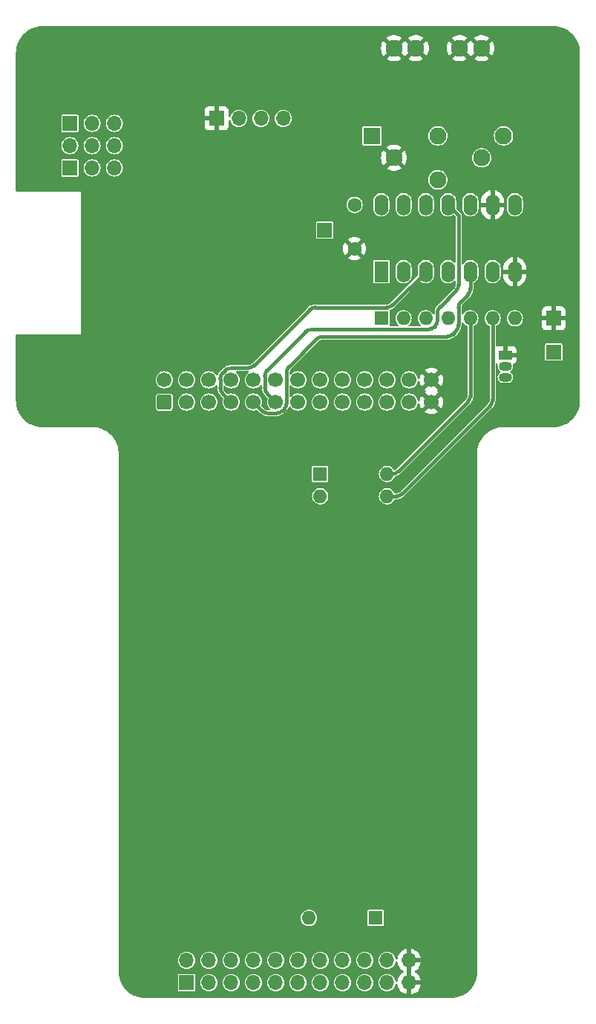
<source format=gbr>
%TF.GenerationSoftware,KiCad,Pcbnew,7.0.11*%
%TF.CreationDate,2024-10-03T19:05:43+02:00*%
%TF.ProjectId,kim-1-aux-card-esp,6b696d2d-312d-4617-9578-2d636172642d,rev?*%
%TF.SameCoordinates,Original*%
%TF.FileFunction,Copper,L2,Bot*%
%TF.FilePolarity,Positive*%
%FSLAX46Y46*%
G04 Gerber Fmt 4.6, Leading zero omitted, Abs format (unit mm)*
G04 Created by KiCad (PCBNEW 7.0.11) date 2024-10-03 19:05:43*
%MOMM*%
%LPD*%
G01*
G04 APERTURE LIST*
G04 Aperture macros list*
%AMRoundRect*
0 Rectangle with rounded corners*
0 $1 Rounding radius*
0 $2 $3 $4 $5 $6 $7 $8 $9 X,Y pos of 4 corners*
0 Add a 4 corners polygon primitive as box body*
4,1,4,$2,$3,$4,$5,$6,$7,$8,$9,$2,$3,0*
0 Add four circle primitives for the rounded corners*
1,1,$1+$1,$2,$3*
1,1,$1+$1,$4,$5*
1,1,$1+$1,$6,$7*
1,1,$1+$1,$8,$9*
0 Add four rect primitives between the rounded corners*
20,1,$1+$1,$2,$3,$4,$5,0*
20,1,$1+$1,$4,$5,$6,$7,0*
20,1,$1+$1,$6,$7,$8,$9,0*
20,1,$1+$1,$8,$9,$2,$3,0*%
G04 Aperture macros list end*
%TA.AperFunction,ComponentPad*%
%ADD10R,1.500000X1.050000*%
%TD*%
%TA.AperFunction,ComponentPad*%
%ADD11O,1.500000X1.050000*%
%TD*%
%TA.AperFunction,ComponentPad*%
%ADD12R,1.600000X2.400000*%
%TD*%
%TA.AperFunction,ComponentPad*%
%ADD13O,1.600000X2.400000*%
%TD*%
%TA.AperFunction,ComponentPad*%
%ADD14R,1.600000X1.600000*%
%TD*%
%TA.AperFunction,ComponentPad*%
%ADD15O,1.600000X1.600000*%
%TD*%
%TA.AperFunction,ComponentPad*%
%ADD16RoundRect,0.250000X0.600000X-0.600000X0.600000X0.600000X-0.600000X0.600000X-0.600000X-0.600000X0*%
%TD*%
%TA.AperFunction,ComponentPad*%
%ADD17C,1.700000*%
%TD*%
%TA.AperFunction,ComponentPad*%
%ADD18R,1.700000X1.700000*%
%TD*%
%TA.AperFunction,ComponentPad*%
%ADD19O,1.700000X1.700000*%
%TD*%
%TA.AperFunction,ComponentPad*%
%ADD20C,1.600000*%
%TD*%
%TA.AperFunction,ComponentPad*%
%ADD21R,1.950000X1.950000*%
%TD*%
%TA.AperFunction,ComponentPad*%
%ADD22C,1.950000*%
%TD*%
%TA.AperFunction,ViaPad*%
%ADD23C,0.600000*%
%TD*%
%TA.AperFunction,ViaPad*%
%ADD24C,0.500000*%
%TD*%
%TA.AperFunction,Conductor*%
%ADD25C,0.400000*%
%TD*%
G04 APERTURE END LIST*
D10*
%TO.P,Q1,1,E*%
%TO.N,GND*%
X165610000Y-77560000D03*
D11*
%TO.P,Q1,2,B*%
%TO.N,Net-(Q1-B)*%
X165610000Y-78830000D03*
%TO.P,Q1,3,C*%
%TO.N,/KBD*%
X165610000Y-80100000D03*
%TD*%
D12*
%TO.P,U1,1*%
%TO.N,/PTR*%
X151450000Y-68060000D03*
D13*
%TO.P,U1,2*%
%TO.N,Net-(J8-Pin_5)*%
X153990000Y-68060000D03*
%TO.P,U1,3*%
%TO.N,/PA3*%
X156530000Y-68060000D03*
%TO.P,U1,4*%
%TO.N,Net-(RN1C-R3.2)*%
X159070000Y-68060000D03*
%TO.P,U1,5*%
%TO.N,/PA4*%
X161610000Y-68060000D03*
%TO.P,U1,6*%
%TO.N,Net-(RN1E-R5.2)*%
X164150000Y-68060000D03*
%TO.P,U1,7,GND*%
%TO.N,GND*%
X166690000Y-68060000D03*
%TO.P,U1,8*%
%TO.N,unconnected-(U1-Pad8)*%
X166690000Y-60440000D03*
%TO.P,U1,9*%
%TO.N,GND*%
X164150000Y-60440000D03*
%TO.P,U1,10*%
%TO.N,Net-(RN1D-R4.2)*%
X161610000Y-60440000D03*
%TO.P,U1,11*%
%TO.N,/PA5*%
X159070000Y-60440000D03*
%TO.P,U1,12*%
%TO.N,Net-(Q1-B)*%
X156530000Y-60440000D03*
%TO.P,U1,13*%
%TO.N,Net-(J8-Pin_6)*%
X153990000Y-60440000D03*
%TO.P,U1,14,VCC*%
%TO.N,+5V*%
X151450000Y-60440000D03*
%TD*%
D14*
%TO.P,SW1,1*%
%TO.N,/ROW3*%
X150820000Y-141700000D03*
D15*
%TO.P,SW1,2*%
%TO.N,/COLA*%
X143200000Y-141700000D03*
%TD*%
D16*
%TO.P,J2,1,Pin_1*%
%TO.N,/PA0*%
X126710000Y-82920000D03*
D17*
%TO.P,J2,2,Pin_2*%
%TO.N,/PB0*%
X126710000Y-80380000D03*
%TO.P,J2,3,Pin_3*%
%TO.N,/PA1*%
X129250000Y-82920000D03*
%TO.P,J2,4,Pin_4*%
%TO.N,/PB1*%
X129250000Y-80380000D03*
%TO.P,J2,5,Pin_5*%
%TO.N,/PA2*%
X131790000Y-82920000D03*
%TO.P,J2,6,Pin_6*%
%TO.N,/PB2*%
X131790000Y-80380000D03*
%TO.P,J2,7,Pin_7*%
%TO.N,/PA3*%
X134330000Y-82920000D03*
%TO.P,J2,8,Pin_8*%
%TO.N,/PB3*%
X134330000Y-80380000D03*
%TO.P,J2,9,Pin_9*%
%TO.N,/PA4*%
X136870000Y-82920000D03*
%TO.P,J2,10,Pin_10*%
%TO.N,/PB4*%
X136870000Y-80380000D03*
%TO.P,J2,11,Pin_11*%
%TO.N,/PA5*%
X139410000Y-82920000D03*
%TO.P,J2,12,Pin_12*%
%TO.N,/PB5*%
X139410000Y-80380000D03*
%TO.P,J2,13,Pin_13*%
%TO.N,/PA6*%
X141950000Y-82920000D03*
%TO.P,J2,14,Pin_14*%
%TO.N,unconnected-(J2-Pin_14-Pad14)*%
X141950000Y-80380000D03*
%TO.P,J2,15,Pin_15*%
%TO.N,/PA7*%
X144490000Y-82920000D03*
%TO.P,J2,16,Pin_16*%
%TO.N,unconnected-(J2-Pin_16-Pad16)*%
X144490000Y-80380000D03*
%TO.P,J2,17,Pin_17*%
%TO.N,unconnected-(J2-Pin_17-Pad17)*%
X147030000Y-82920000D03*
%TO.P,J2,18,Pin_18*%
%TO.N,/PB7*%
X147030000Y-80380000D03*
%TO.P,J2,19,Pin_19*%
%TO.N,unconnected-(J2-Pin_19-Pad19)*%
X149570000Y-82920000D03*
%TO.P,J2,20,Pin_20*%
%TO.N,unconnected-(J2-Pin_20-Pad20)*%
X149570000Y-80380000D03*
%TO.P,J2,21,Pin_21*%
%TO.N,unconnected-(J2-Pin_21-Pad21)*%
X152110000Y-82920000D03*
%TO.P,J2,22,Pin_22*%
%TO.N,unconnected-(J2-Pin_22-Pad22)*%
X152110000Y-80380000D03*
%TO.P,J2,23,Pin_23*%
%TO.N,unconnected-(J2-Pin_23-Pad23)*%
X154650000Y-82920000D03*
%TO.P,J2,24,Pin_24*%
%TO.N,unconnected-(J2-Pin_24-Pad24)*%
X154650000Y-80380000D03*
%TO.P,J2,25,Pin_25*%
%TO.N,GND*%
X157190000Y-82920000D03*
%TO.P,J2,26,Pin_26*%
X157190000Y-80380000D03*
%TD*%
D14*
%TO.P,RN1,1,R1*%
%TO.N,+5V*%
X151450000Y-73380000D03*
D15*
%TO.P,RN1,2,R1.2*%
%TO.N,/PTR*%
X153990000Y-73380000D03*
%TO.P,RN1,3,R2.2*%
%TO.N,Net-(Q1-B)*%
X156530000Y-73380000D03*
%TO.P,RN1,4,R3.2*%
%TO.N,Net-(RN1C-R3.2)*%
X159070000Y-73380000D03*
%TO.P,RN1,5,R4.2*%
%TO.N,Net-(RN1D-R4.2)*%
X161610000Y-73380000D03*
%TO.P,RN1,6,R5.2*%
%TO.N,Net-(RN1E-R5.2)*%
X164150000Y-73380000D03*
%TO.P,RN1,7,R6.2*%
%TO.N,Net-(J4-Pin_1)*%
X166690000Y-73380000D03*
%TD*%
D14*
%TO.P,SW2,1*%
%TO.N,/PA7*%
X144490000Y-91110000D03*
D15*
%TO.P,SW2,2*%
%TO.N,/PA6*%
X144490000Y-93650000D03*
%TO.P,SW2,3*%
%TO.N,Net-(RN1E-R5.2)*%
X152110000Y-93650000D03*
%TO.P,SW2,4*%
%TO.N,Net-(RN1D-R4.2)*%
X152110000Y-91110000D03*
%TD*%
D18*
%TO.P,J8,1,Pin_1*%
%TO.N,Net-(J10-Pin_2)*%
X115930000Y-56240000D03*
D19*
%TO.P,J8,2,Pin_2*%
%TO.N,Net-(J10-Pin_3)*%
X115930000Y-53700000D03*
%TO.P,J8,3,Pin_3*%
%TO.N,Net-(J8-Pin_3)*%
X118470000Y-56240000D03*
%TO.P,J8,4,Pin_4*%
%TO.N,Net-(J8-Pin_4)*%
X118470000Y-53700000D03*
%TO.P,J8,5,Pin_5*%
%TO.N,Net-(J8-Pin_5)*%
X121010000Y-56240000D03*
%TO.P,J8,6,Pin_6*%
%TO.N,Net-(J8-Pin_6)*%
X121010000Y-53700000D03*
%TD*%
D18*
%TO.P,J9,1,Pin_1*%
%TO.N,Net-(J10-Pin_4)*%
X115930000Y-51160000D03*
D19*
%TO.P,J9,2,Pin_2*%
%TO.N,Net-(J9-Pin_2)*%
X118470000Y-51160000D03*
%TO.P,J9,3,Pin_3*%
%TO.N,+3V3*%
X121010000Y-51160000D03*
%TD*%
D18*
%TO.P,J10,1,Pin_1*%
%TO.N,GND*%
X132660000Y-50600000D03*
D19*
%TO.P,J10,2,Pin_2*%
%TO.N,Net-(J10-Pin_2)*%
X135200000Y-50600000D03*
%TO.P,J10,3,Pin_3*%
%TO.N,Net-(J10-Pin_3)*%
X137740000Y-50600000D03*
%TO.P,J10,4,Pin_4*%
%TO.N,Net-(J10-Pin_4)*%
X140280000Y-50600000D03*
%TD*%
D20*
%TO.P,C1,1*%
%TO.N,+5V*%
X148400000Y-60440000D03*
%TO.P,C1,2*%
%TO.N,GND*%
X148400000Y-65440000D03*
%TD*%
D21*
%TO.P,J3,1*%
%TO.N,unconnected-(J3-Pad1)*%
X150400000Y-52590000D03*
D22*
%TO.P,J3,2*%
%TO.N,GND*%
X152900000Y-55090000D03*
%TO.P,J3,3*%
%TO.N,Net-(RN1C-R3.2)*%
X157900000Y-52590000D03*
%TO.P,J3,4*%
%TO.N,Net-(RN1E-R5.2)*%
X162900000Y-55090000D03*
%TO.P,J3,5*%
%TO.N,Net-(RN1D-R4.2)*%
X165400000Y-52590000D03*
%TO.P,J3,6*%
%TO.N,Net-(J4-Pin_1)*%
X157900000Y-57590000D03*
%TO.P,J3,E1*%
%TO.N,GND*%
X162900000Y-42590000D03*
X160400000Y-42590000D03*
%TO.P,J3,E2*%
X155400000Y-42590000D03*
X152900000Y-42590000D03*
%TD*%
D18*
%TO.P,J5,1,Pin_1*%
%TO.N,GND*%
X171120000Y-73380000D03*
%TD*%
%TO.P,J1,1,Pin_1*%
%TO.N,/PA0*%
X129250000Y-149070000D03*
D19*
%TO.P,J1,2,Pin_2*%
%TO.N,/PB0*%
X129250000Y-146530000D03*
%TO.P,J1,3,Pin_3*%
%TO.N,/PA1*%
X131790000Y-149070000D03*
%TO.P,J1,4,Pin_4*%
%TO.N,/PB1*%
X131790000Y-146530000D03*
%TO.P,J1,5,Pin_5*%
%TO.N,/PA2*%
X134330000Y-149070000D03*
%TO.P,J1,6,Pin_6*%
%TO.N,/PB2*%
X134330000Y-146530000D03*
%TO.P,J1,7,Pin_7*%
%TO.N,/PA3*%
X136870000Y-149070000D03*
%TO.P,J1,8,Pin_8*%
%TO.N,/PB3*%
X136870000Y-146530000D03*
%TO.P,J1,9,Pin_9*%
%TO.N,/PA4*%
X139410000Y-149070000D03*
%TO.P,J1,10,Pin_10*%
%TO.N,/PB4*%
X139410000Y-146530000D03*
%TO.P,J1,11,Pin_11*%
%TO.N,/PA5*%
X141950000Y-149070000D03*
%TO.P,J1,12,Pin_12*%
%TO.N,/PB5*%
X141950000Y-146530000D03*
%TO.P,J1,13,Pin_13*%
%TO.N,/PA6*%
X144490000Y-149070000D03*
%TO.P,J1,14,Pin_14*%
%TO.N,/COLA*%
X144490000Y-146530000D03*
%TO.P,J1,15,Pin_15*%
%TO.N,/PA7*%
X147030000Y-149070000D03*
%TO.P,J1,16,Pin_16*%
%TO.N,/PTR*%
X147030000Y-146530000D03*
%TO.P,J1,17,Pin_17*%
%TO.N,/ROW3*%
X149570000Y-149070000D03*
%TO.P,J1,18,Pin_18*%
%TO.N,/PB7*%
X149570000Y-146530000D03*
%TO.P,J1,19,Pin_19*%
%TO.N,/KBD*%
X152110000Y-149070000D03*
%TO.P,J1,20,Pin_20*%
X152110000Y-146530000D03*
%TO.P,J1,21,Pin_21*%
%TO.N,GND*%
X154650000Y-149070000D03*
%TO.P,J1,22,Pin_22*%
X154650000Y-146530000D03*
%TD*%
D18*
%TO.P,J6,1,Pin_1*%
%TO.N,+5V*%
X144980000Y-63330000D03*
%TD*%
%TO.P,J4,1,Pin_1*%
%TO.N,Net-(J4-Pin_1)*%
X171120000Y-77230000D03*
%TD*%
D23*
%TO.N,GND*%
X129400000Y-55150000D03*
D24*
X138950000Y-58310000D03*
X138950000Y-65510000D03*
D23*
X125080000Y-53800000D03*
D24*
X135070000Y-75360000D03*
X138950000Y-67870000D03*
X136790000Y-65510000D03*
X132470000Y-61050000D03*
X136790000Y-75070000D03*
X136790000Y-67870000D03*
D23*
X127660000Y-52390000D03*
D24*
X138950000Y-75070000D03*
X132470000Y-57820000D03*
X136790000Y-58310000D03*
%TD*%
D25*
%TO.N,/PA3*%
X133372893Y-79569340D02*
X133609340Y-79332893D01*
X136922893Y-78747107D02*
X143247107Y-72422893D01*
X134330000Y-82920000D02*
X133372893Y-81962893D01*
X134316447Y-79040000D02*
X136215786Y-79040000D01*
X152752893Y-71837107D02*
X156530000Y-68060000D01*
X133080000Y-81255786D02*
X133080000Y-80276447D01*
X143954214Y-72130000D02*
X152045786Y-72130000D01*
X133080010Y-81255786D02*
G75*
G03*
X133372893Y-81962893I999990J-14D01*
G01*
X143954214Y-72130010D02*
G75*
G03*
X143247107Y-72422893I-14J-999990D01*
G01*
X152045786Y-72129990D02*
G75*
G03*
X152752893Y-71837107I14J999990D01*
G01*
X134316447Y-79040033D02*
G75*
G03*
X133609340Y-79332893I-47J-999967D01*
G01*
X133372870Y-79569317D02*
G75*
G03*
X133080000Y-80276447I707130J-707083D01*
G01*
X136215786Y-79039990D02*
G75*
G03*
X136922893Y-78747107I14J999990D01*
G01*
%TO.N,/PA4*%
X159977107Y-74822893D02*
X159632893Y-75167107D01*
X158925786Y-75460000D02*
X144764214Y-75460000D01*
X139483553Y-84200000D02*
X138564214Y-84200000D01*
X161610000Y-68060000D02*
X161610000Y-69995786D01*
X140660000Y-79564214D02*
X140660000Y-83023553D01*
X140367107Y-83730660D02*
X140190660Y-83907107D01*
X144057107Y-75752893D02*
X140952893Y-78857107D01*
X160270000Y-72164214D02*
X160270000Y-74115786D01*
X137857107Y-83907107D02*
X136870000Y-82920000D01*
X161317107Y-70702893D02*
X160562893Y-71457107D01*
X140367130Y-83730683D02*
G75*
G03*
X140660000Y-83023553I-707130J707083D01*
G01*
X158925786Y-75459990D02*
G75*
G03*
X159632893Y-75167107I14J999990D01*
G01*
X139483553Y-84199967D02*
G75*
G03*
X140190660Y-83907107I47J999967D01*
G01*
X159977114Y-74822900D02*
G75*
G03*
X160270000Y-74115786I-707114J707100D01*
G01*
X137857100Y-83907114D02*
G75*
G03*
X138564214Y-84200000I707100J707114D01*
G01*
X161317114Y-70702900D02*
G75*
G03*
X161610000Y-69995786I-707114J707100D01*
G01*
X144764214Y-75460010D02*
G75*
G03*
X144057107Y-75752893I-14J-999990D01*
G01*
X140952886Y-78857100D02*
G75*
G03*
X140660000Y-79564214I707114J-707100D01*
G01*
X160562886Y-71457100D02*
G75*
G03*
X160270000Y-72164214I707114J-707100D01*
G01*
%TO.N,/PA5*%
X138452893Y-81962893D02*
X139410000Y-82920000D01*
X159070000Y-60440000D02*
X160270000Y-61640000D01*
X159977107Y-70242893D02*
X158162893Y-72057107D01*
X138160000Y-79974214D02*
X138160000Y-81255786D01*
X157577107Y-74272893D02*
X157502893Y-74347107D01*
X156795786Y-74640000D02*
X143494214Y-74640000D01*
X160270000Y-61640000D02*
X160270000Y-69535786D01*
X142787107Y-74932893D02*
X138452893Y-79267107D01*
X157870000Y-72764214D02*
X157870000Y-73565786D01*
X143494214Y-74640010D02*
G75*
G03*
X142787107Y-74932893I-14J-999990D01*
G01*
X158162886Y-72057100D02*
G75*
G03*
X157870000Y-72764214I707114J-707100D01*
G01*
X138452886Y-79267100D02*
G75*
G03*
X138160000Y-79974214I707114J-707100D01*
G01*
X159977114Y-70242900D02*
G75*
G03*
X160270000Y-69535786I-707114J707100D01*
G01*
X138160010Y-81255786D02*
G75*
G03*
X138452893Y-81962893I999990J-14D01*
G01*
X156795786Y-74639990D02*
G75*
G03*
X157502893Y-74347107I14J999990D01*
G01*
X157577114Y-74272900D02*
G75*
G03*
X157870000Y-73565786I-707114J707100D01*
G01*
%TO.N,Net-(RN1D-R4.2)*%
X161610000Y-82195786D02*
X161610000Y-73380000D01*
X153402893Y-90817107D02*
X161317107Y-82902893D01*
X152110000Y-91110000D02*
X152695786Y-91110000D01*
X161317114Y-82902900D02*
G75*
G03*
X161610000Y-82195786I-707114J707100D01*
G01*
X152695786Y-91109990D02*
G75*
G03*
X153402893Y-90817107I14J999990D01*
G01*
%TO.N,Net-(RN1E-R5.2)*%
X152110000Y-93650000D02*
X153145786Y-93650000D01*
X153852893Y-93357107D02*
X163857107Y-83352893D01*
X164150000Y-82645786D02*
X164150000Y-73380000D01*
X153145786Y-93649990D02*
G75*
G03*
X153852893Y-93357107I14J999990D01*
G01*
X163857114Y-83352900D02*
G75*
G03*
X164150000Y-82645786I-707114J707100D01*
G01*
%TD*%
%TA.AperFunction,Conductor*%
%TO.N,GND*%
G36*
X154900000Y-148634498D02*
G01*
X154792315Y-148585320D01*
X154685763Y-148570000D01*
X154614237Y-148570000D01*
X154507685Y-148585320D01*
X154400000Y-148634498D01*
X154400000Y-146965501D01*
X154507685Y-147014680D01*
X154614237Y-147030000D01*
X154685763Y-147030000D01*
X154792315Y-147014680D01*
X154900000Y-146965501D01*
X154900000Y-148634498D01*
G37*
%TD.AperFunction*%
%TA.AperFunction,Conductor*%
G36*
X171123243Y-40090669D02*
G01*
X171253379Y-40097490D01*
X171433908Y-40107628D01*
X171446309Y-40108955D01*
X171594990Y-40132504D01*
X171596245Y-40132709D01*
X171755324Y-40159738D01*
X171766606Y-40162202D01*
X171915635Y-40202134D01*
X171917761Y-40202725D01*
X172069174Y-40246347D01*
X172079260Y-40249729D01*
X172224710Y-40305562D01*
X172227599Y-40306714D01*
X172371768Y-40366430D01*
X172380594Y-40370500D01*
X172520064Y-40441565D01*
X172523748Y-40443521D01*
X172613848Y-40493316D01*
X172659548Y-40518574D01*
X172667061Y-40523081D01*
X172798754Y-40608604D01*
X172802947Y-40611452D01*
X172929147Y-40700996D01*
X172935428Y-40705759D01*
X173057567Y-40804665D01*
X173062158Y-40808571D01*
X173177424Y-40911579D01*
X173182478Y-40916358D01*
X173293640Y-41027520D01*
X173298419Y-41032574D01*
X173401427Y-41147840D01*
X173405333Y-41152431D01*
X173504239Y-41274570D01*
X173509002Y-41280851D01*
X173598546Y-41407051D01*
X173601409Y-41411266D01*
X173686907Y-41542921D01*
X173691430Y-41550460D01*
X173766477Y-41686250D01*
X173768433Y-41689934D01*
X173839498Y-41829404D01*
X173843575Y-41838247D01*
X173903259Y-41982337D01*
X173904462Y-41985353D01*
X173960265Y-42130727D01*
X173963655Y-42140836D01*
X174007258Y-42292185D01*
X174007879Y-42294419D01*
X174047791Y-42443370D01*
X174050264Y-42454694D01*
X174077282Y-42613715D01*
X174077507Y-42615087D01*
X174101040Y-42763666D01*
X174102372Y-42776111D01*
X174112498Y-42956421D01*
X174112523Y-42956884D01*
X174119330Y-43086756D01*
X174119500Y-43093246D01*
X174119500Y-82766753D01*
X174119330Y-82773243D01*
X174112523Y-82903114D01*
X174112498Y-82903577D01*
X174102372Y-83083887D01*
X174101040Y-83096332D01*
X174077507Y-83244911D01*
X174077282Y-83246283D01*
X174050264Y-83405304D01*
X174047791Y-83416628D01*
X174007879Y-83565579D01*
X174007258Y-83567813D01*
X173963655Y-83719162D01*
X173960265Y-83729271D01*
X173904462Y-83874645D01*
X173903259Y-83877661D01*
X173843575Y-84021751D01*
X173839498Y-84030594D01*
X173768433Y-84170064D01*
X173766477Y-84173748D01*
X173691430Y-84309538D01*
X173686897Y-84317094D01*
X173601412Y-84448728D01*
X173598546Y-84452947D01*
X173509002Y-84579147D01*
X173504239Y-84585428D01*
X173405333Y-84707567D01*
X173401427Y-84712158D01*
X173298419Y-84827424D01*
X173293640Y-84832478D01*
X173182478Y-84943640D01*
X173177424Y-84948419D01*
X173062158Y-85051427D01*
X173057567Y-85055333D01*
X172935428Y-85154239D01*
X172929147Y-85159002D01*
X172802947Y-85248546D01*
X172798728Y-85251412D01*
X172667094Y-85336897D01*
X172659538Y-85341430D01*
X172523748Y-85416477D01*
X172520064Y-85418433D01*
X172380594Y-85489498D01*
X172371751Y-85493575D01*
X172227661Y-85553259D01*
X172224645Y-85554462D01*
X172079271Y-85610265D01*
X172069162Y-85613655D01*
X171917813Y-85657258D01*
X171915579Y-85657879D01*
X171766628Y-85697791D01*
X171755304Y-85700264D01*
X171596283Y-85727282D01*
X171594911Y-85727507D01*
X171446332Y-85751040D01*
X171433887Y-85752372D01*
X171253577Y-85762498D01*
X171253114Y-85762523D01*
X171123243Y-85769330D01*
X171116753Y-85769500D01*
X165410500Y-85769500D01*
X165410000Y-85769500D01*
X165252750Y-85769500D01*
X164939974Y-85802374D01*
X164939970Y-85802374D01*
X164939968Y-85802375D01*
X164632352Y-85867760D01*
X164632350Y-85867761D01*
X164333248Y-85964944D01*
X164045931Y-86092866D01*
X164045924Y-86092869D01*
X163773571Y-86250112D01*
X163773566Y-86250115D01*
X163519139Y-86434967D01*
X163519130Y-86434974D01*
X163285414Y-86645414D01*
X163074974Y-86879130D01*
X163074967Y-86879139D01*
X162890115Y-87133566D01*
X162890112Y-87133571D01*
X162732869Y-87405924D01*
X162732866Y-87405931D01*
X162604944Y-87693248D01*
X162507761Y-87992350D01*
X162507760Y-87992352D01*
X162442375Y-88299968D01*
X162409500Y-88612754D01*
X162409500Y-147796753D01*
X162409330Y-147803243D01*
X162402523Y-147933114D01*
X162402498Y-147933577D01*
X162392372Y-148113887D01*
X162391040Y-148126332D01*
X162367507Y-148274911D01*
X162367282Y-148276283D01*
X162340264Y-148435304D01*
X162337791Y-148446628D01*
X162297879Y-148595579D01*
X162297258Y-148597813D01*
X162253655Y-148749162D01*
X162250265Y-148759271D01*
X162194462Y-148904645D01*
X162193259Y-148907661D01*
X162133575Y-149051751D01*
X162129498Y-149060594D01*
X162058433Y-149200064D01*
X162056477Y-149203748D01*
X161981430Y-149339538D01*
X161976897Y-149347094D01*
X161891412Y-149478728D01*
X161888546Y-149482947D01*
X161799002Y-149609147D01*
X161794239Y-149615428D01*
X161695333Y-149737567D01*
X161691427Y-149742158D01*
X161588419Y-149857424D01*
X161583640Y-149862478D01*
X161472478Y-149973640D01*
X161467424Y-149978419D01*
X161352158Y-150081427D01*
X161347567Y-150085333D01*
X161225428Y-150184239D01*
X161219147Y-150189002D01*
X161092947Y-150278546D01*
X161088728Y-150281412D01*
X160957094Y-150366897D01*
X160949538Y-150371430D01*
X160813748Y-150446477D01*
X160810064Y-150448433D01*
X160670594Y-150519498D01*
X160661751Y-150523575D01*
X160517661Y-150583259D01*
X160514645Y-150584462D01*
X160369271Y-150640265D01*
X160359162Y-150643655D01*
X160207813Y-150687258D01*
X160205579Y-150687879D01*
X160056628Y-150727791D01*
X160045304Y-150730264D01*
X159886283Y-150757282D01*
X159884911Y-150757507D01*
X159736332Y-150781040D01*
X159723887Y-150782372D01*
X159543577Y-150792498D01*
X159543114Y-150792523D01*
X159413243Y-150799330D01*
X159406753Y-150799500D01*
X124493247Y-150799500D01*
X124486757Y-150799330D01*
X124356884Y-150792523D01*
X124356421Y-150792498D01*
X124176111Y-150782372D01*
X124163666Y-150781040D01*
X124015087Y-150757507D01*
X124013715Y-150757282D01*
X123854694Y-150730264D01*
X123843370Y-150727791D01*
X123694419Y-150687879D01*
X123692185Y-150687258D01*
X123540836Y-150643655D01*
X123530727Y-150640265D01*
X123385353Y-150584462D01*
X123382337Y-150583259D01*
X123238247Y-150523575D01*
X123229404Y-150519498D01*
X123089934Y-150448433D01*
X123086250Y-150446477D01*
X122950460Y-150371430D01*
X122942921Y-150366907D01*
X122811266Y-150281409D01*
X122807051Y-150278546D01*
X122680851Y-150189002D01*
X122674570Y-150184239D01*
X122552431Y-150085333D01*
X122547840Y-150081427D01*
X122432574Y-149978419D01*
X122427520Y-149973640D01*
X122386438Y-149932558D01*
X128272500Y-149932558D01*
X128279898Y-149969749D01*
X128308077Y-150011922D01*
X128350250Y-150040101D01*
X128350252Y-150040102D01*
X128378205Y-150045662D01*
X128387441Y-150047500D01*
X128387442Y-150047500D01*
X130112559Y-150047500D01*
X130119957Y-150046028D01*
X130149748Y-150040102D01*
X130191922Y-150011922D01*
X130220102Y-149969748D01*
X130227500Y-149932558D01*
X130227500Y-149070000D01*
X130807770Y-149070000D01*
X130826643Y-149261626D01*
X130882538Y-149445884D01*
X130973302Y-149615692D01*
X130973306Y-149615699D01*
X131095458Y-149764541D01*
X131244300Y-149886693D01*
X131244307Y-149886697D01*
X131414115Y-149977461D01*
X131414117Y-149977462D01*
X131598376Y-150033357D01*
X131790000Y-150052230D01*
X131981624Y-150033357D01*
X132165883Y-149977462D01*
X132335698Y-149886694D01*
X132484541Y-149764541D01*
X132606694Y-149615698D01*
X132697462Y-149445883D01*
X132753357Y-149261624D01*
X132772230Y-149070000D01*
X133347770Y-149070000D01*
X133366643Y-149261626D01*
X133422538Y-149445884D01*
X133513302Y-149615692D01*
X133513306Y-149615699D01*
X133635458Y-149764541D01*
X133784300Y-149886693D01*
X133784307Y-149886697D01*
X133954115Y-149977461D01*
X133954117Y-149977462D01*
X134138376Y-150033357D01*
X134330000Y-150052230D01*
X134521624Y-150033357D01*
X134705883Y-149977462D01*
X134875698Y-149886694D01*
X135024541Y-149764541D01*
X135146694Y-149615698D01*
X135237462Y-149445883D01*
X135293357Y-149261624D01*
X135312230Y-149070000D01*
X135887770Y-149070000D01*
X135906643Y-149261626D01*
X135962538Y-149445884D01*
X136053302Y-149615692D01*
X136053306Y-149615699D01*
X136175458Y-149764541D01*
X136324300Y-149886693D01*
X136324307Y-149886697D01*
X136494115Y-149977461D01*
X136494117Y-149977462D01*
X136678376Y-150033357D01*
X136870000Y-150052230D01*
X137061624Y-150033357D01*
X137245883Y-149977462D01*
X137415698Y-149886694D01*
X137564541Y-149764541D01*
X137686694Y-149615698D01*
X137777462Y-149445883D01*
X137833357Y-149261624D01*
X137852230Y-149070000D01*
X138427770Y-149070000D01*
X138446643Y-149261626D01*
X138502538Y-149445884D01*
X138593302Y-149615692D01*
X138593306Y-149615699D01*
X138715458Y-149764541D01*
X138864300Y-149886693D01*
X138864307Y-149886697D01*
X139034115Y-149977461D01*
X139034117Y-149977462D01*
X139218376Y-150033357D01*
X139410000Y-150052230D01*
X139601624Y-150033357D01*
X139785883Y-149977462D01*
X139955698Y-149886694D01*
X140104541Y-149764541D01*
X140226694Y-149615698D01*
X140317462Y-149445883D01*
X140373357Y-149261624D01*
X140392230Y-149070000D01*
X140967770Y-149070000D01*
X140986643Y-149261626D01*
X141042538Y-149445884D01*
X141133302Y-149615692D01*
X141133306Y-149615699D01*
X141255458Y-149764541D01*
X141404300Y-149886693D01*
X141404307Y-149886697D01*
X141574115Y-149977461D01*
X141574117Y-149977462D01*
X141758376Y-150033357D01*
X141950000Y-150052230D01*
X142141624Y-150033357D01*
X142325883Y-149977462D01*
X142495698Y-149886694D01*
X142644541Y-149764541D01*
X142766694Y-149615698D01*
X142857462Y-149445883D01*
X142913357Y-149261624D01*
X142932230Y-149070000D01*
X143507770Y-149070000D01*
X143526643Y-149261626D01*
X143582538Y-149445884D01*
X143673302Y-149615692D01*
X143673306Y-149615699D01*
X143795458Y-149764541D01*
X143944300Y-149886693D01*
X143944307Y-149886697D01*
X144114115Y-149977461D01*
X144114117Y-149977462D01*
X144298376Y-150033357D01*
X144490000Y-150052230D01*
X144681624Y-150033357D01*
X144865883Y-149977462D01*
X145035698Y-149886694D01*
X145184541Y-149764541D01*
X145306694Y-149615698D01*
X145397462Y-149445883D01*
X145453357Y-149261624D01*
X145472230Y-149070000D01*
X146047770Y-149070000D01*
X146066643Y-149261626D01*
X146122538Y-149445884D01*
X146213302Y-149615692D01*
X146213306Y-149615699D01*
X146335458Y-149764541D01*
X146484300Y-149886693D01*
X146484307Y-149886697D01*
X146654115Y-149977461D01*
X146654117Y-149977462D01*
X146838376Y-150033357D01*
X147030000Y-150052230D01*
X147221624Y-150033357D01*
X147405883Y-149977462D01*
X147575698Y-149886694D01*
X147724541Y-149764541D01*
X147846694Y-149615698D01*
X147937462Y-149445883D01*
X147993357Y-149261624D01*
X148012230Y-149070000D01*
X148587770Y-149070000D01*
X148606643Y-149261626D01*
X148662538Y-149445884D01*
X148753302Y-149615692D01*
X148753306Y-149615699D01*
X148875458Y-149764541D01*
X149024300Y-149886693D01*
X149024307Y-149886697D01*
X149194115Y-149977461D01*
X149194117Y-149977462D01*
X149378376Y-150033357D01*
X149570000Y-150052230D01*
X149761624Y-150033357D01*
X149945883Y-149977462D01*
X150115698Y-149886694D01*
X150264541Y-149764541D01*
X150386694Y-149615698D01*
X150477462Y-149445883D01*
X150533357Y-149261624D01*
X150552230Y-149070000D01*
X151127770Y-149070000D01*
X151146643Y-149261626D01*
X151202538Y-149445884D01*
X151293302Y-149615692D01*
X151293306Y-149615699D01*
X151415458Y-149764541D01*
X151564300Y-149886693D01*
X151564307Y-149886697D01*
X151734115Y-149977461D01*
X151734117Y-149977462D01*
X151918376Y-150033357D01*
X152110000Y-150052230D01*
X152301624Y-150033357D01*
X152485883Y-149977462D01*
X152655698Y-149886694D01*
X152804541Y-149764541D01*
X152926694Y-149615698D01*
X153017462Y-149445883D01*
X153072012Y-149266056D01*
X153110308Y-149207621D01*
X153174120Y-149179165D01*
X153243187Y-149189725D01*
X153295581Y-149235949D01*
X153314199Y-149291242D01*
X153315431Y-149305318D01*
X153315432Y-149305326D01*
X153376566Y-149533483D01*
X153376570Y-149533492D01*
X153476399Y-149747578D01*
X153611894Y-149941082D01*
X153778917Y-150108105D01*
X153972421Y-150243600D01*
X154186507Y-150343429D01*
X154186516Y-150343433D01*
X154400000Y-150400634D01*
X154400000Y-149505501D01*
X154507685Y-149554680D01*
X154614237Y-149570000D01*
X154685763Y-149570000D01*
X154792315Y-149554680D01*
X154900000Y-149505501D01*
X154900000Y-150400633D01*
X155113483Y-150343433D01*
X155113492Y-150343429D01*
X155327578Y-150243600D01*
X155521082Y-150108105D01*
X155688105Y-149941082D01*
X155823600Y-149747578D01*
X155923429Y-149533492D01*
X155923432Y-149533486D01*
X155980636Y-149320000D01*
X155083686Y-149320000D01*
X155109493Y-149279844D01*
X155150000Y-149141889D01*
X155150000Y-148998111D01*
X155109493Y-148860156D01*
X155083686Y-148820000D01*
X155980636Y-148820000D01*
X155980635Y-148819999D01*
X155923432Y-148606513D01*
X155923429Y-148606507D01*
X155823600Y-148392422D01*
X155823599Y-148392420D01*
X155688113Y-148198926D01*
X155688108Y-148198920D01*
X155521082Y-148031894D01*
X155334968Y-147901575D01*
X155291344Y-147846998D01*
X155284151Y-147777499D01*
X155315673Y-147715145D01*
X155334968Y-147698425D01*
X155521082Y-147568105D01*
X155688105Y-147401082D01*
X155823600Y-147207578D01*
X155923429Y-146993492D01*
X155923432Y-146993486D01*
X155980636Y-146780000D01*
X155083686Y-146780000D01*
X155109493Y-146739844D01*
X155150000Y-146601889D01*
X155150000Y-146458111D01*
X155109493Y-146320156D01*
X155083686Y-146280000D01*
X155980636Y-146280000D01*
X155980635Y-146279999D01*
X155923432Y-146066513D01*
X155923429Y-146066507D01*
X155823600Y-145852422D01*
X155823599Y-145852420D01*
X155688113Y-145658926D01*
X155688108Y-145658920D01*
X155521082Y-145491894D01*
X155327578Y-145356399D01*
X155113492Y-145256570D01*
X155113486Y-145256567D01*
X154900000Y-145199364D01*
X154900000Y-146094498D01*
X154792315Y-146045320D01*
X154685763Y-146030000D01*
X154614237Y-146030000D01*
X154507685Y-146045320D01*
X154400000Y-146094498D01*
X154400000Y-145199364D01*
X154399999Y-145199364D01*
X154186513Y-145256567D01*
X154186507Y-145256570D01*
X153972422Y-145356399D01*
X153972420Y-145356400D01*
X153778926Y-145491886D01*
X153778920Y-145491891D01*
X153611891Y-145658920D01*
X153611886Y-145658926D01*
X153476400Y-145852420D01*
X153476399Y-145852422D01*
X153376570Y-146066507D01*
X153376566Y-146066516D01*
X153315432Y-146294673D01*
X153315431Y-146294681D01*
X153314199Y-146308757D01*
X153288743Y-146373825D01*
X153232150Y-146414801D01*
X153162388Y-146418675D01*
X153101605Y-146384219D01*
X153072012Y-146333942D01*
X153017462Y-146154117D01*
X153017460Y-146154114D01*
X153017460Y-146154112D01*
X152926697Y-145984307D01*
X152926693Y-145984300D01*
X152804541Y-145835458D01*
X152655699Y-145713306D01*
X152655692Y-145713302D01*
X152485884Y-145622538D01*
X152301626Y-145566643D01*
X152110000Y-145547770D01*
X151918373Y-145566643D01*
X151734115Y-145622538D01*
X151564307Y-145713302D01*
X151564300Y-145713306D01*
X151415458Y-145835458D01*
X151293306Y-145984300D01*
X151293302Y-145984307D01*
X151202538Y-146154115D01*
X151146643Y-146338373D01*
X151127770Y-146530000D01*
X151146643Y-146721626D01*
X151202538Y-146905884D01*
X151293302Y-147075692D01*
X151293306Y-147075699D01*
X151415458Y-147224541D01*
X151564300Y-147346693D01*
X151564307Y-147346697D01*
X151734115Y-147437461D01*
X151734117Y-147437462D01*
X151918376Y-147493357D01*
X152110000Y-147512230D01*
X152301624Y-147493357D01*
X152485883Y-147437462D01*
X152655698Y-147346694D01*
X152804541Y-147224541D01*
X152926694Y-147075698D01*
X153017462Y-146905883D01*
X153072012Y-146726056D01*
X153110308Y-146667621D01*
X153174120Y-146639165D01*
X153243187Y-146649725D01*
X153295581Y-146695949D01*
X153314199Y-146751242D01*
X153315431Y-146765318D01*
X153315432Y-146765326D01*
X153376566Y-146993483D01*
X153376570Y-146993492D01*
X153476399Y-147207578D01*
X153611894Y-147401082D01*
X153778917Y-147568105D01*
X153965031Y-147698425D01*
X154008656Y-147753003D01*
X154015848Y-147822501D01*
X153984326Y-147884856D01*
X153965031Y-147901575D01*
X153778922Y-148031890D01*
X153778920Y-148031891D01*
X153611891Y-148198920D01*
X153611886Y-148198926D01*
X153476400Y-148392420D01*
X153476399Y-148392422D01*
X153376570Y-148606507D01*
X153376566Y-148606516D01*
X153315432Y-148834673D01*
X153315431Y-148834681D01*
X153314199Y-148848757D01*
X153288743Y-148913825D01*
X153232150Y-148954801D01*
X153162388Y-148958675D01*
X153101605Y-148924219D01*
X153072012Y-148873942D01*
X153017462Y-148694117D01*
X153017460Y-148694114D01*
X153017460Y-148694112D01*
X152926697Y-148524307D01*
X152926693Y-148524300D01*
X152804541Y-148375458D01*
X152655699Y-148253306D01*
X152655692Y-148253302D01*
X152485884Y-148162538D01*
X152301626Y-148106643D01*
X152110000Y-148087770D01*
X151918373Y-148106643D01*
X151734115Y-148162538D01*
X151564307Y-148253302D01*
X151564300Y-148253306D01*
X151415458Y-148375458D01*
X151293306Y-148524300D01*
X151293302Y-148524307D01*
X151202538Y-148694115D01*
X151146643Y-148878373D01*
X151127770Y-149070000D01*
X150552230Y-149070000D01*
X150533357Y-148878376D01*
X150477462Y-148694117D01*
X150430637Y-148606513D01*
X150386697Y-148524307D01*
X150386693Y-148524300D01*
X150264541Y-148375458D01*
X150115699Y-148253306D01*
X150115692Y-148253302D01*
X149945884Y-148162538D01*
X149761626Y-148106643D01*
X149570000Y-148087770D01*
X149378373Y-148106643D01*
X149194115Y-148162538D01*
X149024307Y-148253302D01*
X149024300Y-148253306D01*
X148875458Y-148375458D01*
X148753306Y-148524300D01*
X148753302Y-148524307D01*
X148662538Y-148694115D01*
X148606643Y-148878373D01*
X148587770Y-149070000D01*
X148012230Y-149070000D01*
X147993357Y-148878376D01*
X147937462Y-148694117D01*
X147890637Y-148606513D01*
X147846697Y-148524307D01*
X147846693Y-148524300D01*
X147724541Y-148375458D01*
X147575699Y-148253306D01*
X147575692Y-148253302D01*
X147405884Y-148162538D01*
X147221626Y-148106643D01*
X147030000Y-148087770D01*
X146838373Y-148106643D01*
X146654115Y-148162538D01*
X146484307Y-148253302D01*
X146484300Y-148253306D01*
X146335458Y-148375458D01*
X146213306Y-148524300D01*
X146213302Y-148524307D01*
X146122538Y-148694115D01*
X146066643Y-148878373D01*
X146047770Y-149070000D01*
X145472230Y-149070000D01*
X145453357Y-148878376D01*
X145397462Y-148694117D01*
X145350637Y-148606513D01*
X145306697Y-148524307D01*
X145306693Y-148524300D01*
X145184541Y-148375458D01*
X145035699Y-148253306D01*
X145035692Y-148253302D01*
X144865884Y-148162538D01*
X144681626Y-148106643D01*
X144490000Y-148087770D01*
X144298373Y-148106643D01*
X144114115Y-148162538D01*
X143944307Y-148253302D01*
X143944300Y-148253306D01*
X143795458Y-148375458D01*
X143673306Y-148524300D01*
X143673302Y-148524307D01*
X143582538Y-148694115D01*
X143526643Y-148878373D01*
X143507770Y-149070000D01*
X142932230Y-149070000D01*
X142913357Y-148878376D01*
X142857462Y-148694117D01*
X142810637Y-148606513D01*
X142766697Y-148524307D01*
X142766693Y-148524300D01*
X142644541Y-148375458D01*
X142495699Y-148253306D01*
X142495692Y-148253302D01*
X142325884Y-148162538D01*
X142141626Y-148106643D01*
X141950000Y-148087770D01*
X141758373Y-148106643D01*
X141574115Y-148162538D01*
X141404307Y-148253302D01*
X141404300Y-148253306D01*
X141255458Y-148375458D01*
X141133306Y-148524300D01*
X141133302Y-148524307D01*
X141042538Y-148694115D01*
X140986643Y-148878373D01*
X140967770Y-149070000D01*
X140392230Y-149070000D01*
X140373357Y-148878376D01*
X140317462Y-148694117D01*
X140270637Y-148606513D01*
X140226697Y-148524307D01*
X140226693Y-148524300D01*
X140104541Y-148375458D01*
X139955699Y-148253306D01*
X139955692Y-148253302D01*
X139785884Y-148162538D01*
X139601626Y-148106643D01*
X139410000Y-148087770D01*
X139218373Y-148106643D01*
X139034115Y-148162538D01*
X138864307Y-148253302D01*
X138864300Y-148253306D01*
X138715458Y-148375458D01*
X138593306Y-148524300D01*
X138593302Y-148524307D01*
X138502538Y-148694115D01*
X138446643Y-148878373D01*
X138427770Y-149070000D01*
X137852230Y-149070000D01*
X137833357Y-148878376D01*
X137777462Y-148694117D01*
X137730637Y-148606513D01*
X137686697Y-148524307D01*
X137686693Y-148524300D01*
X137564541Y-148375458D01*
X137415699Y-148253306D01*
X137415692Y-148253302D01*
X137245884Y-148162538D01*
X137061626Y-148106643D01*
X136870000Y-148087770D01*
X136678373Y-148106643D01*
X136494115Y-148162538D01*
X136324307Y-148253302D01*
X136324300Y-148253306D01*
X136175458Y-148375458D01*
X136053306Y-148524300D01*
X136053302Y-148524307D01*
X135962538Y-148694115D01*
X135906643Y-148878373D01*
X135887770Y-149070000D01*
X135312230Y-149070000D01*
X135293357Y-148878376D01*
X135237462Y-148694117D01*
X135190637Y-148606513D01*
X135146697Y-148524307D01*
X135146693Y-148524300D01*
X135024541Y-148375458D01*
X134875699Y-148253306D01*
X134875692Y-148253302D01*
X134705884Y-148162538D01*
X134521626Y-148106643D01*
X134330000Y-148087770D01*
X134138373Y-148106643D01*
X133954115Y-148162538D01*
X133784307Y-148253302D01*
X133784300Y-148253306D01*
X133635458Y-148375458D01*
X133513306Y-148524300D01*
X133513302Y-148524307D01*
X133422538Y-148694115D01*
X133366643Y-148878373D01*
X133347770Y-149070000D01*
X132772230Y-149070000D01*
X132753357Y-148878376D01*
X132697462Y-148694117D01*
X132650637Y-148606513D01*
X132606697Y-148524307D01*
X132606693Y-148524300D01*
X132484541Y-148375458D01*
X132335699Y-148253306D01*
X132335692Y-148253302D01*
X132165884Y-148162538D01*
X131981626Y-148106643D01*
X131790000Y-148087770D01*
X131598373Y-148106643D01*
X131414115Y-148162538D01*
X131244307Y-148253302D01*
X131244300Y-148253306D01*
X131095458Y-148375458D01*
X130973306Y-148524300D01*
X130973302Y-148524307D01*
X130882538Y-148694115D01*
X130826643Y-148878373D01*
X130807770Y-149070000D01*
X130227500Y-149070000D01*
X130227500Y-148207442D01*
X130220102Y-148170252D01*
X130214948Y-148162538D01*
X130191922Y-148128077D01*
X130149749Y-148099898D01*
X130112559Y-148092500D01*
X130112558Y-148092500D01*
X128387442Y-148092500D01*
X128387441Y-148092500D01*
X128350250Y-148099898D01*
X128308077Y-148128077D01*
X128279898Y-148170250D01*
X128272500Y-148207441D01*
X128272500Y-149932558D01*
X122386438Y-149932558D01*
X122316358Y-149862478D01*
X122311579Y-149857424D01*
X122208571Y-149742158D01*
X122204665Y-149737567D01*
X122105978Y-149615699D01*
X122105757Y-149615426D01*
X122100996Y-149609147D01*
X122011452Y-149482947D01*
X122008604Y-149478754D01*
X121923081Y-149347061D01*
X121918568Y-149339538D01*
X121843521Y-149203748D01*
X121841565Y-149200064D01*
X121770500Y-149060594D01*
X121766430Y-149051768D01*
X121706714Y-148907599D01*
X121705562Y-148904710D01*
X121649729Y-148759260D01*
X121646347Y-148749174D01*
X121602725Y-148597761D01*
X121602134Y-148595635D01*
X121562202Y-148446606D01*
X121559738Y-148435324D01*
X121532709Y-148276245D01*
X121532491Y-148274911D01*
X121508955Y-148126309D01*
X121507628Y-148113908D01*
X121497485Y-147933285D01*
X121497476Y-147933114D01*
X121490670Y-147803243D01*
X121490500Y-147796754D01*
X121490500Y-146530000D01*
X128267770Y-146530000D01*
X128286643Y-146721626D01*
X128342538Y-146905884D01*
X128433302Y-147075692D01*
X128433306Y-147075699D01*
X128555458Y-147224541D01*
X128704300Y-147346693D01*
X128704307Y-147346697D01*
X128874115Y-147437461D01*
X128874117Y-147437462D01*
X129058376Y-147493357D01*
X129250000Y-147512230D01*
X129441624Y-147493357D01*
X129625883Y-147437462D01*
X129795698Y-147346694D01*
X129944541Y-147224541D01*
X130066694Y-147075698D01*
X130157462Y-146905883D01*
X130213357Y-146721624D01*
X130232230Y-146530000D01*
X130807770Y-146530000D01*
X130826643Y-146721626D01*
X130882538Y-146905884D01*
X130973302Y-147075692D01*
X130973306Y-147075699D01*
X131095458Y-147224541D01*
X131244300Y-147346693D01*
X131244307Y-147346697D01*
X131414115Y-147437461D01*
X131414117Y-147437462D01*
X131598376Y-147493357D01*
X131790000Y-147512230D01*
X131981624Y-147493357D01*
X132165883Y-147437462D01*
X132335698Y-147346694D01*
X132484541Y-147224541D01*
X132606694Y-147075698D01*
X132697462Y-146905883D01*
X132753357Y-146721624D01*
X132772230Y-146530000D01*
X133347770Y-146530000D01*
X133366643Y-146721626D01*
X133422538Y-146905884D01*
X133513302Y-147075692D01*
X133513306Y-147075699D01*
X133635458Y-147224541D01*
X133784300Y-147346693D01*
X133784307Y-147346697D01*
X133954115Y-147437461D01*
X133954117Y-147437462D01*
X134138376Y-147493357D01*
X134330000Y-147512230D01*
X134521624Y-147493357D01*
X134705883Y-147437462D01*
X134875698Y-147346694D01*
X135024541Y-147224541D01*
X135146694Y-147075698D01*
X135237462Y-146905883D01*
X135293357Y-146721624D01*
X135312230Y-146530000D01*
X135887770Y-146530000D01*
X135906643Y-146721626D01*
X135962538Y-146905884D01*
X136053302Y-147075692D01*
X136053306Y-147075699D01*
X136175458Y-147224541D01*
X136324300Y-147346693D01*
X136324307Y-147346697D01*
X136494115Y-147437461D01*
X136494117Y-147437462D01*
X136678376Y-147493357D01*
X136870000Y-147512230D01*
X137061624Y-147493357D01*
X137245883Y-147437462D01*
X137415698Y-147346694D01*
X137564541Y-147224541D01*
X137686694Y-147075698D01*
X137777462Y-146905883D01*
X137833357Y-146721624D01*
X137852230Y-146530000D01*
X138427770Y-146530000D01*
X138446643Y-146721626D01*
X138502538Y-146905884D01*
X138593302Y-147075692D01*
X138593306Y-147075699D01*
X138715458Y-147224541D01*
X138864300Y-147346693D01*
X138864307Y-147346697D01*
X139034115Y-147437461D01*
X139034117Y-147437462D01*
X139218376Y-147493357D01*
X139410000Y-147512230D01*
X139601624Y-147493357D01*
X139785883Y-147437462D01*
X139955698Y-147346694D01*
X140104541Y-147224541D01*
X140226694Y-147075698D01*
X140317462Y-146905883D01*
X140373357Y-146721624D01*
X140392230Y-146530000D01*
X140967770Y-146530000D01*
X140986643Y-146721626D01*
X141042538Y-146905884D01*
X141133302Y-147075692D01*
X141133306Y-147075699D01*
X141255458Y-147224541D01*
X141404300Y-147346693D01*
X141404307Y-147346697D01*
X141574115Y-147437461D01*
X141574117Y-147437462D01*
X141758376Y-147493357D01*
X141950000Y-147512230D01*
X142141624Y-147493357D01*
X142325883Y-147437462D01*
X142495698Y-147346694D01*
X142644541Y-147224541D01*
X142766694Y-147075698D01*
X142857462Y-146905883D01*
X142913357Y-146721624D01*
X142932230Y-146530000D01*
X143507770Y-146530000D01*
X143526643Y-146721626D01*
X143582538Y-146905884D01*
X143673302Y-147075692D01*
X143673306Y-147075699D01*
X143795458Y-147224541D01*
X143944300Y-147346693D01*
X143944307Y-147346697D01*
X144114115Y-147437461D01*
X144114117Y-147437462D01*
X144298376Y-147493357D01*
X144490000Y-147512230D01*
X144681624Y-147493357D01*
X144865883Y-147437462D01*
X145035698Y-147346694D01*
X145184541Y-147224541D01*
X145306694Y-147075698D01*
X145397462Y-146905883D01*
X145453357Y-146721624D01*
X145472230Y-146530000D01*
X146047770Y-146530000D01*
X146066643Y-146721626D01*
X146122538Y-146905884D01*
X146213302Y-147075692D01*
X146213306Y-147075699D01*
X146335458Y-147224541D01*
X146484300Y-147346693D01*
X146484307Y-147346697D01*
X146654115Y-147437461D01*
X146654117Y-147437462D01*
X146838376Y-147493357D01*
X147030000Y-147512230D01*
X147221624Y-147493357D01*
X147405883Y-147437462D01*
X147575698Y-147346694D01*
X147724541Y-147224541D01*
X147846694Y-147075698D01*
X147937462Y-146905883D01*
X147993357Y-146721624D01*
X148012230Y-146530000D01*
X148587770Y-146530000D01*
X148606643Y-146721626D01*
X148662538Y-146905884D01*
X148753302Y-147075692D01*
X148753306Y-147075699D01*
X148875458Y-147224541D01*
X149024300Y-147346693D01*
X149024307Y-147346697D01*
X149194115Y-147437461D01*
X149194117Y-147437462D01*
X149378376Y-147493357D01*
X149570000Y-147512230D01*
X149761624Y-147493357D01*
X149945883Y-147437462D01*
X150115698Y-147346694D01*
X150264541Y-147224541D01*
X150386694Y-147075698D01*
X150477462Y-146905883D01*
X150533357Y-146721624D01*
X150552230Y-146530000D01*
X150533357Y-146338376D01*
X150477462Y-146154117D01*
X150430637Y-146066513D01*
X150386697Y-145984307D01*
X150386693Y-145984300D01*
X150264541Y-145835458D01*
X150115699Y-145713306D01*
X150115692Y-145713302D01*
X149945884Y-145622538D01*
X149761626Y-145566643D01*
X149570000Y-145547770D01*
X149378373Y-145566643D01*
X149194115Y-145622538D01*
X149024307Y-145713302D01*
X149024300Y-145713306D01*
X148875458Y-145835458D01*
X148753306Y-145984300D01*
X148753302Y-145984307D01*
X148662538Y-146154115D01*
X148606643Y-146338373D01*
X148587770Y-146530000D01*
X148012230Y-146530000D01*
X147993357Y-146338376D01*
X147937462Y-146154117D01*
X147890637Y-146066513D01*
X147846697Y-145984307D01*
X147846693Y-145984300D01*
X147724541Y-145835458D01*
X147575699Y-145713306D01*
X147575692Y-145713302D01*
X147405884Y-145622538D01*
X147221626Y-145566643D01*
X147030000Y-145547770D01*
X146838373Y-145566643D01*
X146654115Y-145622538D01*
X146484307Y-145713302D01*
X146484300Y-145713306D01*
X146335458Y-145835458D01*
X146213306Y-145984300D01*
X146213302Y-145984307D01*
X146122538Y-146154115D01*
X146066643Y-146338373D01*
X146047770Y-146530000D01*
X145472230Y-146530000D01*
X145453357Y-146338376D01*
X145397462Y-146154117D01*
X145350637Y-146066513D01*
X145306697Y-145984307D01*
X145306693Y-145984300D01*
X145184541Y-145835458D01*
X145035699Y-145713306D01*
X145035692Y-145713302D01*
X144865884Y-145622538D01*
X144681626Y-145566643D01*
X144490000Y-145547770D01*
X144298373Y-145566643D01*
X144114115Y-145622538D01*
X143944307Y-145713302D01*
X143944300Y-145713306D01*
X143795458Y-145835458D01*
X143673306Y-145984300D01*
X143673302Y-145984307D01*
X143582538Y-146154115D01*
X143526643Y-146338373D01*
X143507770Y-146530000D01*
X142932230Y-146530000D01*
X142913357Y-146338376D01*
X142857462Y-146154117D01*
X142810637Y-146066513D01*
X142766697Y-145984307D01*
X142766693Y-145984300D01*
X142644541Y-145835458D01*
X142495699Y-145713306D01*
X142495692Y-145713302D01*
X142325884Y-145622538D01*
X142141626Y-145566643D01*
X141950000Y-145547770D01*
X141758373Y-145566643D01*
X141574115Y-145622538D01*
X141404307Y-145713302D01*
X141404300Y-145713306D01*
X141255458Y-145835458D01*
X141133306Y-145984300D01*
X141133302Y-145984307D01*
X141042538Y-146154115D01*
X140986643Y-146338373D01*
X140967770Y-146530000D01*
X140392230Y-146530000D01*
X140373357Y-146338376D01*
X140317462Y-146154117D01*
X140270637Y-146066513D01*
X140226697Y-145984307D01*
X140226693Y-145984300D01*
X140104541Y-145835458D01*
X139955699Y-145713306D01*
X139955692Y-145713302D01*
X139785884Y-145622538D01*
X139601626Y-145566643D01*
X139410000Y-145547770D01*
X139218373Y-145566643D01*
X139034115Y-145622538D01*
X138864307Y-145713302D01*
X138864300Y-145713306D01*
X138715458Y-145835458D01*
X138593306Y-145984300D01*
X138593302Y-145984307D01*
X138502538Y-146154115D01*
X138446643Y-146338373D01*
X138427770Y-146530000D01*
X137852230Y-146530000D01*
X137833357Y-146338376D01*
X137777462Y-146154117D01*
X137730637Y-146066513D01*
X137686697Y-145984307D01*
X137686693Y-145984300D01*
X137564541Y-145835458D01*
X137415699Y-145713306D01*
X137415692Y-145713302D01*
X137245884Y-145622538D01*
X137061626Y-145566643D01*
X136870000Y-145547770D01*
X136678373Y-145566643D01*
X136494115Y-145622538D01*
X136324307Y-145713302D01*
X136324300Y-145713306D01*
X136175458Y-145835458D01*
X136053306Y-145984300D01*
X136053302Y-145984307D01*
X135962538Y-146154115D01*
X135906643Y-146338373D01*
X135887770Y-146530000D01*
X135312230Y-146530000D01*
X135293357Y-146338376D01*
X135237462Y-146154117D01*
X135190637Y-146066513D01*
X135146697Y-145984307D01*
X135146693Y-145984300D01*
X135024541Y-145835458D01*
X134875699Y-145713306D01*
X134875692Y-145713302D01*
X134705884Y-145622538D01*
X134521626Y-145566643D01*
X134330000Y-145547770D01*
X134138373Y-145566643D01*
X133954115Y-145622538D01*
X133784307Y-145713302D01*
X133784300Y-145713306D01*
X133635458Y-145835458D01*
X133513306Y-145984300D01*
X133513302Y-145984307D01*
X133422538Y-146154115D01*
X133366643Y-146338373D01*
X133347770Y-146530000D01*
X132772230Y-146530000D01*
X132753357Y-146338376D01*
X132697462Y-146154117D01*
X132650637Y-146066513D01*
X132606697Y-145984307D01*
X132606693Y-145984300D01*
X132484541Y-145835458D01*
X132335699Y-145713306D01*
X132335692Y-145713302D01*
X132165884Y-145622538D01*
X131981626Y-145566643D01*
X131790000Y-145547770D01*
X131598373Y-145566643D01*
X131414115Y-145622538D01*
X131244307Y-145713302D01*
X131244300Y-145713306D01*
X131095458Y-145835458D01*
X130973306Y-145984300D01*
X130973302Y-145984307D01*
X130882538Y-146154115D01*
X130826643Y-146338373D01*
X130807770Y-146530000D01*
X130232230Y-146530000D01*
X130213357Y-146338376D01*
X130157462Y-146154117D01*
X130110637Y-146066513D01*
X130066697Y-145984307D01*
X130066693Y-145984300D01*
X129944541Y-145835458D01*
X129795699Y-145713306D01*
X129795692Y-145713302D01*
X129625884Y-145622538D01*
X129441626Y-145566643D01*
X129250000Y-145547770D01*
X129058373Y-145566643D01*
X128874115Y-145622538D01*
X128704307Y-145713302D01*
X128704300Y-145713306D01*
X128555458Y-145835458D01*
X128433306Y-145984300D01*
X128433302Y-145984307D01*
X128342538Y-146154115D01*
X128286643Y-146338373D01*
X128267770Y-146530000D01*
X121490500Y-146530000D01*
X121490500Y-141700000D01*
X142267391Y-141700000D01*
X142287771Y-141893901D01*
X142348019Y-142079328D01*
X142348020Y-142079329D01*
X142445501Y-142248172D01*
X142445503Y-142248174D01*
X142575963Y-142393064D01*
X142733695Y-142507663D01*
X142911802Y-142586962D01*
X142911808Y-142586964D01*
X143102516Y-142627500D01*
X143102517Y-142627500D01*
X143297482Y-142627500D01*
X143297484Y-142627500D01*
X143488192Y-142586964D01*
X143488194Y-142586962D01*
X143488197Y-142586962D01*
X143571778Y-142549749D01*
X143655311Y-142512558D01*
X149892500Y-142512558D01*
X149899898Y-142549749D01*
X149928077Y-142591922D01*
X149970250Y-142620101D01*
X149970252Y-142620102D01*
X149998205Y-142625662D01*
X150007441Y-142627500D01*
X150007442Y-142627500D01*
X151632559Y-142627500D01*
X151639957Y-142626028D01*
X151669748Y-142620102D01*
X151711922Y-142591922D01*
X151740102Y-142549748D01*
X151747500Y-142512558D01*
X151747500Y-140887442D01*
X151740102Y-140850252D01*
X151715235Y-140813036D01*
X151711922Y-140808077D01*
X151669749Y-140779898D01*
X151632559Y-140772500D01*
X151632558Y-140772500D01*
X150007442Y-140772500D01*
X150007441Y-140772500D01*
X149970250Y-140779898D01*
X149928077Y-140808077D01*
X149899898Y-140850250D01*
X149892500Y-140887441D01*
X149892500Y-142512558D01*
X143655311Y-142512558D01*
X143666305Y-142507663D01*
X143824037Y-142393064D01*
X143954497Y-142248174D01*
X144051981Y-142079326D01*
X144112229Y-141893900D01*
X144132609Y-141700000D01*
X144112229Y-141506100D01*
X144051981Y-141320674D01*
X144051980Y-141320673D01*
X144051980Y-141320671D01*
X144051979Y-141320670D01*
X143954498Y-141151827D01*
X143824038Y-141006937D01*
X143824035Y-141006935D01*
X143666305Y-140892337D01*
X143666304Y-140892336D01*
X143488197Y-140813037D01*
X143488191Y-140813035D01*
X143332289Y-140779898D01*
X143297484Y-140772500D01*
X143102516Y-140772500D01*
X143069086Y-140779605D01*
X142911808Y-140813035D01*
X142911803Y-140813037D01*
X142733696Y-140892336D01*
X142733691Y-140892339D01*
X142575969Y-141006930D01*
X142575963Y-141006935D01*
X142445501Y-141151827D01*
X142348020Y-141320670D01*
X142348019Y-141320671D01*
X142287771Y-141506098D01*
X142267391Y-141700000D01*
X121490500Y-141700000D01*
X121490500Y-93650000D01*
X143557391Y-93650000D01*
X143577771Y-93843901D01*
X143638019Y-94029328D01*
X143638020Y-94029329D01*
X143735501Y-94198172D01*
X143735503Y-94198174D01*
X143865963Y-94343064D01*
X144023695Y-94457663D01*
X144201802Y-94536962D01*
X144201808Y-94536964D01*
X144392516Y-94577500D01*
X144392517Y-94577500D01*
X144587482Y-94577500D01*
X144587484Y-94577500D01*
X144778192Y-94536964D01*
X144778194Y-94536962D01*
X144778197Y-94536962D01*
X144838190Y-94510251D01*
X144956305Y-94457663D01*
X145114037Y-94343064D01*
X145244497Y-94198174D01*
X145341981Y-94029326D01*
X145402229Y-93843900D01*
X145422609Y-93650000D01*
X151177391Y-93650000D01*
X151197771Y-93843901D01*
X151258019Y-94029328D01*
X151258020Y-94029329D01*
X151355501Y-94198172D01*
X151355503Y-94198174D01*
X151485963Y-94343064D01*
X151643695Y-94457663D01*
X151821802Y-94536962D01*
X151821808Y-94536964D01*
X152012516Y-94577500D01*
X152012517Y-94577500D01*
X152207482Y-94577500D01*
X152207484Y-94577500D01*
X152398192Y-94536964D01*
X152398194Y-94536962D01*
X152398197Y-94536962D01*
X152458190Y-94510251D01*
X152576305Y-94457663D01*
X152734037Y-94343064D01*
X152864497Y-94198174D01*
X152877500Y-94175651D01*
X152956108Y-94039500D01*
X153006675Y-93991284D01*
X153063495Y-93977500D01*
X153180012Y-93977500D01*
X153180224Y-93977490D01*
X153232790Y-93977491D01*
X153334724Y-93964072D01*
X153405315Y-93954780D01*
X153405316Y-93954779D01*
X153405319Y-93954779D01*
X153502350Y-93928780D01*
X153573402Y-93909744D01*
X153573404Y-93909742D01*
X153573408Y-93909742D01*
X153734180Y-93843151D01*
X153884884Y-93756144D01*
X154022943Y-93650210D01*
X154025877Y-93647275D01*
X154025881Y-93647273D01*
X154084468Y-93588687D01*
X154121147Y-93552009D01*
X154121147Y-93552007D01*
X154130044Y-93543111D01*
X154130052Y-93543100D01*
X164041797Y-83631356D01*
X164041807Y-83631349D01*
X164052363Y-83620794D01*
X164052393Y-83620777D01*
X164088694Y-83584475D01*
X164150218Y-83522949D01*
X164256152Y-83384890D01*
X164343160Y-83234184D01*
X164409752Y-83073411D01*
X164409878Y-83072944D01*
X164450856Y-82919999D01*
X164454789Y-82905321D01*
X164455082Y-82903100D01*
X164462320Y-82848111D01*
X164477501Y-82732791D01*
X164477500Y-82645781D01*
X164477500Y-82623411D01*
X164477500Y-78654576D01*
X164497185Y-78587537D01*
X164549989Y-78541782D01*
X164619147Y-78531838D01*
X164644833Y-78538394D01*
X164669537Y-78547608D01*
X164725471Y-78589479D01*
X164749888Y-78654943D01*
X164748008Y-78687024D01*
X164728611Y-78788707D01*
X164738961Y-78953234D01*
X164789908Y-79110029D01*
X164878244Y-79249225D01*
X164998418Y-79362076D01*
X165004733Y-79366664D01*
X165003052Y-79368977D01*
X165042770Y-79408930D01*
X165057420Y-79477246D01*
X165032811Y-79542638D01*
X165006649Y-79568353D01*
X164934785Y-79620565D01*
X164934778Y-79620572D01*
X164829696Y-79747593D01*
X164759503Y-79896763D01*
X164759502Y-79896765D01*
X164728611Y-80058707D01*
X164738961Y-80223234D01*
X164789908Y-80380029D01*
X164878244Y-80519225D01*
X164998418Y-80632076D01*
X164998426Y-80632082D01*
X165141611Y-80710798D01*
X165142890Y-80711501D01*
X165302570Y-80752500D01*
X165302574Y-80752500D01*
X165876050Y-80752500D01*
X165876052Y-80752500D01*
X165876055Y-80752499D01*
X165876063Y-80752499D01*
X165998556Y-80737025D01*
X165998557Y-80737025D01*
X165998560Y-80737024D01*
X166151843Y-80676335D01*
X166285217Y-80579432D01*
X166390303Y-80452406D01*
X166460497Y-80303236D01*
X166491388Y-80141296D01*
X166491388Y-80141292D01*
X166481038Y-79976765D01*
X166470899Y-79945562D01*
X166430092Y-79819971D01*
X166341756Y-79680775D01*
X166277642Y-79620568D01*
X166221581Y-79567923D01*
X166215267Y-79563336D01*
X166216945Y-79561025D01*
X166177219Y-79521050D01*
X166162580Y-79452731D01*
X166187202Y-79387343D01*
X166213345Y-79361650D01*
X166285217Y-79309432D01*
X166390303Y-79182406D01*
X166460497Y-79033236D01*
X166491388Y-78871296D01*
X166491388Y-78871292D01*
X166481038Y-78706766D01*
X166481037Y-78706762D01*
X166479130Y-78700895D01*
X166477132Y-78631057D01*
X166513209Y-78571222D01*
X166553727Y-78546391D01*
X166602086Y-78528354D01*
X166602093Y-78528350D01*
X166717187Y-78442190D01*
X166717190Y-78442187D01*
X166803350Y-78327093D01*
X166803354Y-78327086D01*
X166853596Y-78192379D01*
X166853598Y-78192372D01*
X166859999Y-78132844D01*
X166860000Y-78132827D01*
X166860000Y-78092558D01*
X170142500Y-78092558D01*
X170149898Y-78129749D01*
X170178077Y-78171922D01*
X170220250Y-78200101D01*
X170220252Y-78200102D01*
X170248205Y-78205662D01*
X170257441Y-78207500D01*
X170257442Y-78207500D01*
X171982559Y-78207500D01*
X171989957Y-78206028D01*
X172019748Y-78200102D01*
X172061922Y-78171922D01*
X172090102Y-78129748D01*
X172097500Y-78092558D01*
X172097500Y-76367442D01*
X172090102Y-76330252D01*
X172090101Y-76330250D01*
X172061922Y-76288077D01*
X172019749Y-76259898D01*
X171982559Y-76252500D01*
X171982558Y-76252500D01*
X170257442Y-76252500D01*
X170257441Y-76252500D01*
X170220250Y-76259898D01*
X170178077Y-76288077D01*
X170149898Y-76330250D01*
X170142500Y-76367441D01*
X170142500Y-78092558D01*
X166860000Y-78092558D01*
X166860000Y-77810000D01*
X165889560Y-77810000D01*
X165928278Y-77767941D01*
X165978551Y-77653330D01*
X165988886Y-77528605D01*
X165958163Y-77407281D01*
X165894606Y-77310000D01*
X166860000Y-77310000D01*
X166860000Y-76987172D01*
X166859999Y-76987155D01*
X166853598Y-76927627D01*
X166853596Y-76927620D01*
X166803354Y-76792913D01*
X166803350Y-76792906D01*
X166717190Y-76677812D01*
X166717187Y-76677809D01*
X166602093Y-76591649D01*
X166602086Y-76591645D01*
X166467379Y-76541403D01*
X166467372Y-76541401D01*
X166407844Y-76535000D01*
X165860000Y-76535000D01*
X165860000Y-77279382D01*
X165790948Y-77225637D01*
X165672576Y-77185000D01*
X165578927Y-77185000D01*
X165486554Y-77200414D01*
X165376486Y-77259981D01*
X165360000Y-77277889D01*
X165360000Y-76535000D01*
X164812155Y-76535000D01*
X164752627Y-76541401D01*
X164752620Y-76541403D01*
X164644833Y-76581605D01*
X164575141Y-76586589D01*
X164513818Y-76553104D01*
X164480334Y-76491780D01*
X164477500Y-76465423D01*
X164477500Y-74329989D01*
X164497185Y-74262950D01*
X164549989Y-74217195D01*
X164551066Y-74216709D01*
X164616301Y-74187665D01*
X164616301Y-74187664D01*
X164616305Y-74187663D01*
X164774037Y-74073064D01*
X164904497Y-73928174D01*
X165001981Y-73759326D01*
X165062229Y-73573900D01*
X165082609Y-73380000D01*
X165757391Y-73380000D01*
X165777771Y-73573901D01*
X165838019Y-73759328D01*
X165838020Y-73759329D01*
X165935501Y-73928172D01*
X166057730Y-74063920D01*
X166065963Y-74073064D01*
X166177608Y-74154179D01*
X166223695Y-74187663D01*
X166401802Y-74266962D01*
X166401808Y-74266964D01*
X166592516Y-74307500D01*
X166592517Y-74307500D01*
X166787482Y-74307500D01*
X166787484Y-74307500D01*
X166927005Y-74277844D01*
X169770000Y-74277844D01*
X169776401Y-74337372D01*
X169776403Y-74337379D01*
X169826645Y-74472086D01*
X169826649Y-74472093D01*
X169912809Y-74587187D01*
X169912812Y-74587190D01*
X170027906Y-74673350D01*
X170027913Y-74673354D01*
X170162620Y-74723596D01*
X170162627Y-74723598D01*
X170222155Y-74729999D01*
X170222172Y-74730000D01*
X170870000Y-74730000D01*
X170870000Y-73815501D01*
X170977685Y-73864680D01*
X171084237Y-73880000D01*
X171155763Y-73880000D01*
X171262315Y-73864680D01*
X171370000Y-73815501D01*
X171370000Y-74730000D01*
X172017828Y-74730000D01*
X172017844Y-74729999D01*
X172077372Y-74723598D01*
X172077379Y-74723596D01*
X172212086Y-74673354D01*
X172212093Y-74673350D01*
X172327187Y-74587190D01*
X172327190Y-74587187D01*
X172413350Y-74472093D01*
X172413354Y-74472086D01*
X172463596Y-74337379D01*
X172463598Y-74337372D01*
X172469999Y-74277844D01*
X172470000Y-74277827D01*
X172470000Y-73630000D01*
X171553686Y-73630000D01*
X171579493Y-73589844D01*
X171620000Y-73451889D01*
X171620000Y-73308111D01*
X171579493Y-73170156D01*
X171553686Y-73130000D01*
X172470000Y-73130000D01*
X172470000Y-72482172D01*
X172469999Y-72482155D01*
X172463598Y-72422627D01*
X172463596Y-72422620D01*
X172413354Y-72287913D01*
X172413350Y-72287906D01*
X172327190Y-72172812D01*
X172327187Y-72172809D01*
X172212093Y-72086649D01*
X172212086Y-72086645D01*
X172077379Y-72036403D01*
X172077372Y-72036401D01*
X172017844Y-72030000D01*
X171370000Y-72030000D01*
X171370000Y-72944498D01*
X171262315Y-72895320D01*
X171155763Y-72880000D01*
X171084237Y-72880000D01*
X170977685Y-72895320D01*
X170870000Y-72944498D01*
X170870000Y-72030000D01*
X170222155Y-72030000D01*
X170162627Y-72036401D01*
X170162620Y-72036403D01*
X170027913Y-72086645D01*
X170027906Y-72086649D01*
X169912812Y-72172809D01*
X169912809Y-72172812D01*
X169826649Y-72287906D01*
X169826645Y-72287913D01*
X169776403Y-72422620D01*
X169776401Y-72422627D01*
X169770000Y-72482155D01*
X169770000Y-73130000D01*
X170686314Y-73130000D01*
X170660507Y-73170156D01*
X170620000Y-73308111D01*
X170620000Y-73451889D01*
X170660507Y-73589844D01*
X170686314Y-73630000D01*
X169770000Y-73630000D01*
X169770000Y-74277844D01*
X166927005Y-74277844D01*
X166978192Y-74266964D01*
X166978194Y-74266962D01*
X166978197Y-74266962D01*
X167050359Y-74234833D01*
X167156305Y-74187663D01*
X167314037Y-74073064D01*
X167444497Y-73928174D01*
X167541981Y-73759326D01*
X167602229Y-73573900D01*
X167622609Y-73380000D01*
X167602229Y-73186100D01*
X167541981Y-73000674D01*
X167541980Y-73000673D01*
X167541980Y-73000671D01*
X167541979Y-73000670D01*
X167444498Y-72831827D01*
X167314038Y-72686937D01*
X167314035Y-72686935D01*
X167164912Y-72578590D01*
X167156304Y-72572336D01*
X166978197Y-72493037D01*
X166978191Y-72493035D01*
X166811007Y-72457500D01*
X166787484Y-72452500D01*
X166592516Y-72452500D01*
X166568993Y-72457500D01*
X166401808Y-72493035D01*
X166401803Y-72493037D01*
X166223696Y-72572336D01*
X166223691Y-72572339D01*
X166065969Y-72686930D01*
X166065963Y-72686935D01*
X165935501Y-72831827D01*
X165838020Y-73000670D01*
X165838019Y-73000671D01*
X165777771Y-73186098D01*
X165757391Y-73380000D01*
X165082609Y-73380000D01*
X165062229Y-73186100D01*
X165001981Y-73000674D01*
X165001980Y-73000673D01*
X165001980Y-73000671D01*
X165001979Y-73000670D01*
X164904498Y-72831827D01*
X164774038Y-72686937D01*
X164774035Y-72686935D01*
X164624912Y-72578590D01*
X164616304Y-72572336D01*
X164438197Y-72493037D01*
X164438191Y-72493035D01*
X164271007Y-72457500D01*
X164247484Y-72452500D01*
X164052516Y-72452500D01*
X164028993Y-72457500D01*
X163861808Y-72493035D01*
X163861803Y-72493037D01*
X163683696Y-72572336D01*
X163683691Y-72572339D01*
X163525969Y-72686930D01*
X163525963Y-72686935D01*
X163395501Y-72831827D01*
X163298020Y-73000670D01*
X163298019Y-73000671D01*
X163237771Y-73186098D01*
X163217391Y-73380000D01*
X163237771Y-73573901D01*
X163298019Y-73759328D01*
X163298020Y-73759329D01*
X163395501Y-73928172D01*
X163517730Y-74063920D01*
X163525963Y-74073064D01*
X163660558Y-74170853D01*
X163683698Y-74187665D01*
X163748934Y-74216709D01*
X163802172Y-74261958D01*
X163822494Y-74328807D01*
X163822500Y-74329989D01*
X163822500Y-82639701D01*
X163821903Y-82651853D01*
X163810777Y-82764834D01*
X163806035Y-82788676D01*
X163774857Y-82891459D01*
X163765555Y-82913917D01*
X163714924Y-83008644D01*
X163701419Y-83028856D01*
X163629460Y-83116539D01*
X163621287Y-83125556D01*
X155277097Y-91469749D01*
X153645020Y-93101826D01*
X153628601Y-93118244D01*
X153625621Y-93121224D01*
X153616608Y-93129392D01*
X153528853Y-93201409D01*
X153508641Y-93214914D01*
X153413913Y-93265546D01*
X153391455Y-93274848D01*
X153288674Y-93306025D01*
X153264833Y-93310766D01*
X153151749Y-93321903D01*
X153139601Y-93322500D01*
X153063495Y-93322500D01*
X152996456Y-93302815D01*
X152956108Y-93260500D01*
X152864498Y-93101827D01*
X152734038Y-92956937D01*
X152734035Y-92956935D01*
X152576305Y-92842337D01*
X152576304Y-92842336D01*
X152398197Y-92763037D01*
X152398191Y-92763035D01*
X152248019Y-92731115D01*
X152207484Y-92722500D01*
X152012516Y-92722500D01*
X151979086Y-92729605D01*
X151821808Y-92763035D01*
X151821803Y-92763037D01*
X151643696Y-92842336D01*
X151643691Y-92842339D01*
X151485969Y-92956930D01*
X151485963Y-92956935D01*
X151355501Y-93101827D01*
X151258020Y-93270670D01*
X151258019Y-93270671D01*
X151197771Y-93456098D01*
X151177391Y-93650000D01*
X145422609Y-93650000D01*
X145402229Y-93456100D01*
X145341981Y-93270674D01*
X145341980Y-93270673D01*
X145341980Y-93270671D01*
X145341979Y-93270670D01*
X145244498Y-93101827D01*
X145114038Y-92956937D01*
X145114035Y-92956935D01*
X144956305Y-92842337D01*
X144956304Y-92842336D01*
X144778197Y-92763037D01*
X144778191Y-92763035D01*
X144628019Y-92731115D01*
X144587484Y-92722500D01*
X144392516Y-92722500D01*
X144359086Y-92729605D01*
X144201808Y-92763035D01*
X144201803Y-92763037D01*
X144023696Y-92842336D01*
X144023691Y-92842339D01*
X143865969Y-92956930D01*
X143865963Y-92956935D01*
X143735501Y-93101827D01*
X143638020Y-93270670D01*
X143638019Y-93270671D01*
X143577771Y-93456098D01*
X143557391Y-93650000D01*
X121490500Y-93650000D01*
X121490500Y-91922558D01*
X143562500Y-91922558D01*
X143569898Y-91959749D01*
X143598077Y-92001922D01*
X143640250Y-92030101D01*
X143640252Y-92030102D01*
X143668205Y-92035662D01*
X143677441Y-92037500D01*
X143677442Y-92037500D01*
X145302559Y-92037500D01*
X145309957Y-92036028D01*
X145339748Y-92030102D01*
X145381922Y-92001922D01*
X145410102Y-91959748D01*
X145417500Y-91922558D01*
X145417500Y-90297442D01*
X145410102Y-90260252D01*
X145385235Y-90223036D01*
X145381922Y-90218077D01*
X145339749Y-90189898D01*
X145302559Y-90182500D01*
X145302558Y-90182500D01*
X143677442Y-90182500D01*
X143677441Y-90182500D01*
X143640250Y-90189898D01*
X143598077Y-90218077D01*
X143569898Y-90260250D01*
X143562500Y-90297441D01*
X143562500Y-91922558D01*
X121490500Y-91922558D01*
X121490500Y-88612754D01*
X121490500Y-88612750D01*
X121457626Y-88299974D01*
X121392238Y-87992348D01*
X121295053Y-87693241D01*
X121167134Y-87405932D01*
X121167131Y-87405928D01*
X121167130Y-87405924D01*
X121009887Y-87133571D01*
X121009884Y-87133566D01*
X120825032Y-86879139D01*
X120825025Y-86879130D01*
X120720409Y-86762943D01*
X120614586Y-86645414D01*
X120490885Y-86534033D01*
X120380869Y-86434974D01*
X120380860Y-86434967D01*
X120126433Y-86250115D01*
X120126428Y-86250112D01*
X119854075Y-86092869D01*
X119854068Y-86092866D01*
X119712465Y-86029820D01*
X119566759Y-85964947D01*
X119566754Y-85964945D01*
X119566751Y-85964944D01*
X119267649Y-85867761D01*
X119267647Y-85867760D01*
X119002415Y-85811384D01*
X118960026Y-85802374D01*
X118647250Y-85769500D01*
X118647245Y-85769500D01*
X112783247Y-85769500D01*
X112776757Y-85769330D01*
X112646884Y-85762523D01*
X112646421Y-85762498D01*
X112466111Y-85752372D01*
X112453666Y-85751040D01*
X112305087Y-85727507D01*
X112303715Y-85727282D01*
X112144694Y-85700264D01*
X112133370Y-85697791D01*
X111984419Y-85657879D01*
X111982185Y-85657258D01*
X111830836Y-85613655D01*
X111820727Y-85610265D01*
X111675353Y-85554462D01*
X111672337Y-85553259D01*
X111528247Y-85493575D01*
X111519404Y-85489498D01*
X111379934Y-85418433D01*
X111376250Y-85416477D01*
X111240460Y-85341430D01*
X111232921Y-85336907D01*
X111101266Y-85251409D01*
X111097051Y-85248546D01*
X110970851Y-85159002D01*
X110964570Y-85154239D01*
X110842431Y-85055333D01*
X110837840Y-85051427D01*
X110722574Y-84948419D01*
X110717520Y-84943640D01*
X110606358Y-84832478D01*
X110601579Y-84827424D01*
X110498571Y-84712158D01*
X110494665Y-84707567D01*
X110395759Y-84585428D01*
X110390996Y-84579147D01*
X110301452Y-84452947D01*
X110298604Y-84448754D01*
X110213081Y-84317061D01*
X110208568Y-84309538D01*
X110206694Y-84306148D01*
X110178187Y-84254567D01*
X110133521Y-84173748D01*
X110131565Y-84170064D01*
X110075609Y-84060248D01*
X110060497Y-84030589D01*
X110056430Y-84021768D01*
X109996714Y-83877599D01*
X109995562Y-83874710D01*
X109939729Y-83729260D01*
X109936347Y-83719174D01*
X109892725Y-83567761D01*
X109892134Y-83565635D01*
X109889505Y-83555825D01*
X125732500Y-83555825D01*
X125743191Y-83629204D01*
X125798525Y-83742392D01*
X125887607Y-83831474D01*
X125887608Y-83831474D01*
X125887610Y-83831476D01*
X126000796Y-83886809D01*
X126074173Y-83897500D01*
X127345826Y-83897499D01*
X127419204Y-83886809D01*
X127532390Y-83831476D01*
X127621476Y-83742390D01*
X127676809Y-83629204D01*
X127687500Y-83555827D01*
X127687499Y-82920000D01*
X128267770Y-82920000D01*
X128286643Y-83111626D01*
X128342538Y-83295884D01*
X128433302Y-83465692D01*
X128433306Y-83465699D01*
X128555458Y-83614541D01*
X128704300Y-83736693D01*
X128704307Y-83736697D01*
X128862611Y-83821312D01*
X128874117Y-83827462D01*
X129058376Y-83883357D01*
X129250000Y-83902230D01*
X129441624Y-83883357D01*
X129625883Y-83827462D01*
X129795698Y-83736694D01*
X129944541Y-83614541D01*
X130066694Y-83465698D01*
X130157462Y-83295883D01*
X130213357Y-83111624D01*
X130232230Y-82920000D01*
X130807770Y-82920000D01*
X130826643Y-83111626D01*
X130882538Y-83295884D01*
X130973302Y-83465692D01*
X130973306Y-83465699D01*
X131095458Y-83614541D01*
X131244300Y-83736693D01*
X131244307Y-83736697D01*
X131402611Y-83821312D01*
X131414117Y-83827462D01*
X131598376Y-83883357D01*
X131790000Y-83902230D01*
X131981624Y-83883357D01*
X132165883Y-83827462D01*
X132335698Y-83736694D01*
X132484541Y-83614541D01*
X132606694Y-83465698D01*
X132697462Y-83295883D01*
X132753357Y-83111624D01*
X132772230Y-82920000D01*
X132753357Y-82728376D01*
X132697462Y-82544117D01*
X132650638Y-82456516D01*
X132606697Y-82374307D01*
X132606693Y-82374300D01*
X132484541Y-82225458D01*
X132335699Y-82103306D01*
X132335692Y-82103302D01*
X132165884Y-82012538D01*
X131981626Y-81956643D01*
X131790000Y-81937770D01*
X131598373Y-81956643D01*
X131414115Y-82012538D01*
X131244307Y-82103302D01*
X131244300Y-82103306D01*
X131095458Y-82225458D01*
X130973306Y-82374300D01*
X130973302Y-82374307D01*
X130882538Y-82544115D01*
X130826643Y-82728373D01*
X130807770Y-82920000D01*
X130232230Y-82920000D01*
X130213357Y-82728376D01*
X130157462Y-82544117D01*
X130110638Y-82456516D01*
X130066697Y-82374307D01*
X130066693Y-82374300D01*
X129944541Y-82225458D01*
X129795699Y-82103306D01*
X129795692Y-82103302D01*
X129625884Y-82012538D01*
X129441626Y-81956643D01*
X129250000Y-81937770D01*
X129058373Y-81956643D01*
X128874115Y-82012538D01*
X128704307Y-82103302D01*
X128704300Y-82103306D01*
X128555458Y-82225458D01*
X128433306Y-82374300D01*
X128433302Y-82374307D01*
X128342538Y-82544115D01*
X128286643Y-82728373D01*
X128267770Y-82920000D01*
X127687499Y-82920000D01*
X127687499Y-82284174D01*
X127676809Y-82210796D01*
X127621476Y-82097610D01*
X127621474Y-82097608D01*
X127621474Y-82097607D01*
X127532392Y-82008525D01*
X127529045Y-82006889D01*
X127419204Y-81953191D01*
X127419202Y-81953190D01*
X127345827Y-81942500D01*
X126074174Y-81942500D01*
X126000795Y-81953191D01*
X125887607Y-82008525D01*
X125798525Y-82097607D01*
X125743190Y-82210797D01*
X125732500Y-82284172D01*
X125732500Y-83555825D01*
X109889505Y-83555825D01*
X109852202Y-83416606D01*
X109849738Y-83405324D01*
X109822709Y-83246245D01*
X109822491Y-83244911D01*
X109798955Y-83096309D01*
X109797628Y-83083908D01*
X109787485Y-82903285D01*
X109787476Y-82903114D01*
X109780670Y-82773243D01*
X109780500Y-82766754D01*
X109780500Y-80380000D01*
X125727770Y-80380000D01*
X125746643Y-80571626D01*
X125802538Y-80755884D01*
X125893302Y-80925692D01*
X125893306Y-80925699D01*
X126015458Y-81074541D01*
X126164300Y-81196693D01*
X126164307Y-81196697D01*
X126334115Y-81287461D01*
X126334117Y-81287462D01*
X126518376Y-81343357D01*
X126710000Y-81362230D01*
X126901624Y-81343357D01*
X127085883Y-81287462D01*
X127255698Y-81196694D01*
X127404541Y-81074541D01*
X127526694Y-80925698D01*
X127617462Y-80755883D01*
X127673357Y-80571624D01*
X127692230Y-80380000D01*
X128267770Y-80380000D01*
X128286643Y-80571626D01*
X128342538Y-80755884D01*
X128433302Y-80925692D01*
X128433306Y-80925699D01*
X128555458Y-81074541D01*
X128704300Y-81196693D01*
X128704307Y-81196697D01*
X128874115Y-81287461D01*
X128874117Y-81287462D01*
X129058376Y-81343357D01*
X129250000Y-81362230D01*
X129441624Y-81343357D01*
X129625883Y-81287462D01*
X129795698Y-81196694D01*
X129944541Y-81074541D01*
X130066694Y-80925698D01*
X130157462Y-80755883D01*
X130213357Y-80571624D01*
X130232230Y-80380000D01*
X130807770Y-80380000D01*
X130826643Y-80571626D01*
X130882538Y-80755884D01*
X130973302Y-80925692D01*
X130973306Y-80925699D01*
X131095458Y-81074541D01*
X131244300Y-81196693D01*
X131244307Y-81196697D01*
X131414115Y-81287461D01*
X131414117Y-81287462D01*
X131598376Y-81343357D01*
X131790000Y-81362230D01*
X131981624Y-81343357D01*
X132165883Y-81287462D01*
X132335698Y-81196694D01*
X132484541Y-81074541D01*
X132532646Y-81015924D01*
X132590392Y-80976590D01*
X132660237Y-80974719D01*
X132720005Y-81010906D01*
X132750721Y-81073662D01*
X132752500Y-81094589D01*
X132752500Y-81289452D01*
X132752509Y-81289669D01*
X132752509Y-81342792D01*
X132775219Y-81515315D01*
X132775220Y-81515317D01*
X132820255Y-81683402D01*
X132825887Y-81696999D01*
X132886849Y-81844180D01*
X132973856Y-81994884D01*
X132973858Y-81994886D01*
X132973860Y-81994890D01*
X132987402Y-82012538D01*
X133079790Y-82132943D01*
X133082720Y-82135873D01*
X133082725Y-82135883D01*
X133082728Y-82135881D01*
X133182320Y-82235476D01*
X133182331Y-82235486D01*
X133285521Y-82338676D01*
X133385909Y-82439063D01*
X133419394Y-82500386D01*
X133416889Y-82562738D01*
X133407500Y-82593690D01*
X133366642Y-82728378D01*
X133347770Y-82920000D01*
X133366643Y-83111626D01*
X133422538Y-83295884D01*
X133513302Y-83465692D01*
X133513306Y-83465699D01*
X133635458Y-83614541D01*
X133784300Y-83736693D01*
X133784307Y-83736697D01*
X133942611Y-83821312D01*
X133954117Y-83827462D01*
X134138376Y-83883357D01*
X134330000Y-83902230D01*
X134521624Y-83883357D01*
X134705883Y-83827462D01*
X134875698Y-83736694D01*
X135024541Y-83614541D01*
X135146694Y-83465698D01*
X135237462Y-83295883D01*
X135293357Y-83111624D01*
X135312230Y-82920000D01*
X135293357Y-82728376D01*
X135237462Y-82544117D01*
X135190638Y-82456516D01*
X135146697Y-82374307D01*
X135146693Y-82374300D01*
X135024541Y-82225458D01*
X134875699Y-82103306D01*
X134875692Y-82103302D01*
X134705884Y-82012538D01*
X134521626Y-81956643D01*
X134330000Y-81937770D01*
X134138378Y-81956642D01*
X134074865Y-81975909D01*
X133972739Y-82006889D01*
X133902873Y-82007512D01*
X133849063Y-81975909D01*
X133622116Y-81748962D01*
X133622114Y-81748959D01*
X133608775Y-81735620D01*
X133600619Y-81726622D01*
X133528582Y-81638842D01*
X133515087Y-81618644D01*
X133464451Y-81523908D01*
X133455153Y-81501460D01*
X133423972Y-81398666D01*
X133419233Y-81374840D01*
X133408096Y-81261751D01*
X133407500Y-81249600D01*
X133407500Y-81143329D01*
X133427185Y-81076290D01*
X133479989Y-81030535D01*
X133549147Y-81020591D01*
X133612703Y-81049616D01*
X133627355Y-81064666D01*
X133635460Y-81074542D01*
X133784300Y-81196693D01*
X133784307Y-81196697D01*
X133954115Y-81287461D01*
X133954117Y-81287462D01*
X134138376Y-81343357D01*
X134330000Y-81362230D01*
X134521624Y-81343357D01*
X134705883Y-81287462D01*
X134875698Y-81196694D01*
X135024541Y-81074541D01*
X135146694Y-80925698D01*
X135237462Y-80755883D01*
X135293357Y-80571624D01*
X135312230Y-80380000D01*
X135293357Y-80188376D01*
X135237462Y-80004117D01*
X135222842Y-79976765D01*
X135146697Y-79834307D01*
X135146693Y-79834300D01*
X135024541Y-79685458D01*
X134905000Y-79587353D01*
X134865666Y-79529607D01*
X134863795Y-79459763D01*
X134899983Y-79399994D01*
X134962739Y-79369279D01*
X134983665Y-79367500D01*
X136216335Y-79367500D01*
X136283374Y-79387185D01*
X136329129Y-79439989D01*
X136339073Y-79509147D01*
X136310048Y-79572703D01*
X136295000Y-79587353D01*
X136175458Y-79685458D01*
X136053306Y-79834300D01*
X136053302Y-79834307D01*
X135962538Y-80004115D01*
X135906643Y-80188373D01*
X135887770Y-80380000D01*
X135906643Y-80571626D01*
X135962538Y-80755884D01*
X136053302Y-80925692D01*
X136053306Y-80925699D01*
X136175458Y-81074541D01*
X136324300Y-81196693D01*
X136324307Y-81196697D01*
X136494115Y-81287461D01*
X136494117Y-81287462D01*
X136678376Y-81343357D01*
X136870000Y-81362230D01*
X137061624Y-81343357D01*
X137245883Y-81287462D01*
X137415698Y-81196694D01*
X137564541Y-81074541D01*
X137612646Y-81015924D01*
X137670392Y-80976590D01*
X137740237Y-80974719D01*
X137800005Y-81010906D01*
X137830721Y-81073662D01*
X137832500Y-81094589D01*
X137832500Y-81289452D01*
X137832509Y-81289669D01*
X137832509Y-81342792D01*
X137855219Y-81515315D01*
X137855220Y-81515317D01*
X137900255Y-81683402D01*
X137905887Y-81696999D01*
X137966849Y-81844180D01*
X138053856Y-81994884D01*
X138053858Y-81994886D01*
X138053860Y-81994890D01*
X138067402Y-82012538D01*
X138159790Y-82132943D01*
X138162720Y-82135873D01*
X138162725Y-82135883D01*
X138162728Y-82135881D01*
X138262320Y-82235476D01*
X138262331Y-82235486D01*
X138365521Y-82338676D01*
X138465909Y-82439063D01*
X138499394Y-82500386D01*
X138496889Y-82562738D01*
X138487500Y-82593690D01*
X138446642Y-82728378D01*
X138427770Y-82920000D01*
X138446643Y-83111626D01*
X138502538Y-83295884D01*
X138593302Y-83465692D01*
X138593306Y-83465699D01*
X138715458Y-83614541D01*
X138761890Y-83652647D01*
X138801224Y-83710393D01*
X138803095Y-83780238D01*
X138766907Y-83840006D01*
X138704151Y-83870722D01*
X138683225Y-83872500D01*
X138570299Y-83872500D01*
X138558147Y-83871903D01*
X138445165Y-83860777D01*
X138421323Y-83856035D01*
X138318540Y-83824857D01*
X138296086Y-83815557D01*
X138201354Y-83764923D01*
X138181144Y-83751418D01*
X138093459Y-83679459D01*
X138084441Y-83671286D01*
X137960807Y-83547652D01*
X137814089Y-83400935D01*
X137780605Y-83339613D01*
X137783110Y-83277261D01*
X137833357Y-83111624D01*
X137852230Y-82920000D01*
X137833357Y-82728376D01*
X137777462Y-82544117D01*
X137730638Y-82456516D01*
X137686697Y-82374307D01*
X137686693Y-82374300D01*
X137564541Y-82225458D01*
X137415699Y-82103306D01*
X137415692Y-82103302D01*
X137245884Y-82012538D01*
X137061626Y-81956643D01*
X136870000Y-81937770D01*
X136678373Y-81956643D01*
X136494115Y-82012538D01*
X136324307Y-82103302D01*
X136324300Y-82103306D01*
X136175458Y-82225458D01*
X136053306Y-82374300D01*
X136053302Y-82374307D01*
X135962538Y-82544115D01*
X135906643Y-82728373D01*
X135887770Y-82920000D01*
X135906643Y-83111626D01*
X135962538Y-83295884D01*
X136053302Y-83465692D01*
X136053306Y-83465699D01*
X136175458Y-83614541D01*
X136324300Y-83736693D01*
X136324307Y-83736697D01*
X136482611Y-83821312D01*
X136494117Y-83827462D01*
X136678376Y-83883357D01*
X136870000Y-83902230D01*
X137061624Y-83883357D01*
X137227261Y-83833110D01*
X137297126Y-83832487D01*
X137350935Y-83864089D01*
X137476852Y-83990007D01*
X137584513Y-84097668D01*
X137584523Y-84097679D01*
X137588851Y-84102006D01*
X137588853Y-84102009D01*
X137589198Y-84102354D01*
X137589216Y-84102387D01*
X137655979Y-84169147D01*
X137687051Y-84200218D01*
X137825110Y-84306152D01*
X137975816Y-84393160D01*
X138109974Y-84448728D01*
X138136594Y-84459754D01*
X138304679Y-84504789D01*
X138304684Y-84504790D01*
X138366959Y-84512987D01*
X138477209Y-84527501D01*
X138564219Y-84527500D01*
X139483538Y-84527500D01*
X139512205Y-84527500D01*
X139517341Y-84527500D01*
X139518050Y-84527468D01*
X139570546Y-84527471D01*
X139570554Y-84527470D01*
X139570555Y-84527470D01*
X139618917Y-84521105D01*
X139743075Y-84504765D01*
X139743079Y-84504764D01*
X139743084Y-84504763D01*
X139886224Y-84466414D01*
X139911164Y-84459733D01*
X140071937Y-84393146D01*
X140222643Y-84306144D01*
X140360703Y-84200214D01*
X140391767Y-84169151D01*
X140391773Y-84169147D01*
X140401975Y-84158944D01*
X140401977Y-84158944D01*
X140412802Y-84148118D01*
X140412808Y-84148115D01*
X140412807Y-84148114D01*
X140422231Y-84138691D01*
X140469105Y-84091819D01*
X140469119Y-84091801D01*
X140553108Y-84007812D01*
X140553120Y-84007803D01*
X140562013Y-83998909D01*
X140562015Y-83998909D01*
X140562349Y-83998574D01*
X140562452Y-83998518D01*
X140598714Y-83962252D01*
X140598715Y-83962253D01*
X140660239Y-83900725D01*
X140766171Y-83762661D01*
X140853176Y-83611951D01*
X140909275Y-83476498D01*
X140953113Y-83422094D01*
X141019407Y-83400026D01*
X141087107Y-83417302D01*
X141129081Y-83461191D01*
X141129920Y-83460631D01*
X141133105Y-83465398D01*
X141133196Y-83465493D01*
X141133304Y-83465696D01*
X141133306Y-83465699D01*
X141255458Y-83614541D01*
X141404300Y-83736693D01*
X141404307Y-83736697D01*
X141562611Y-83821312D01*
X141574117Y-83827462D01*
X141758376Y-83883357D01*
X141950000Y-83902230D01*
X142141624Y-83883357D01*
X142325883Y-83827462D01*
X142495698Y-83736694D01*
X142644541Y-83614541D01*
X142766694Y-83465698D01*
X142857462Y-83295883D01*
X142913357Y-83111624D01*
X142932230Y-82920000D01*
X143507770Y-82920000D01*
X143526643Y-83111626D01*
X143582538Y-83295884D01*
X143673302Y-83465692D01*
X143673306Y-83465699D01*
X143795458Y-83614541D01*
X143944300Y-83736693D01*
X143944307Y-83736697D01*
X144102611Y-83821312D01*
X144114117Y-83827462D01*
X144298376Y-83883357D01*
X144490000Y-83902230D01*
X144681624Y-83883357D01*
X144865883Y-83827462D01*
X145035698Y-83736694D01*
X145184541Y-83614541D01*
X145306694Y-83465698D01*
X145397462Y-83295883D01*
X145453357Y-83111624D01*
X145472230Y-82920000D01*
X146047770Y-82920000D01*
X146066643Y-83111626D01*
X146122538Y-83295884D01*
X146213302Y-83465692D01*
X146213306Y-83465699D01*
X146335458Y-83614541D01*
X146484300Y-83736693D01*
X146484307Y-83736697D01*
X146642611Y-83821312D01*
X146654117Y-83827462D01*
X146838376Y-83883357D01*
X147030000Y-83902230D01*
X147221624Y-83883357D01*
X147405883Y-83827462D01*
X147575698Y-83736694D01*
X147724541Y-83614541D01*
X147846694Y-83465698D01*
X147937462Y-83295883D01*
X147993357Y-83111624D01*
X148012230Y-82920000D01*
X148587770Y-82920000D01*
X148606643Y-83111626D01*
X148662538Y-83295884D01*
X148753302Y-83465692D01*
X148753306Y-83465699D01*
X148875458Y-83614541D01*
X149024300Y-83736693D01*
X149024307Y-83736697D01*
X149182611Y-83821312D01*
X149194117Y-83827462D01*
X149378376Y-83883357D01*
X149570000Y-83902230D01*
X149761624Y-83883357D01*
X149945883Y-83827462D01*
X150115698Y-83736694D01*
X150264541Y-83614541D01*
X150386694Y-83465698D01*
X150477462Y-83295883D01*
X150533357Y-83111624D01*
X150552230Y-82920000D01*
X151127770Y-82920000D01*
X151146643Y-83111626D01*
X151202538Y-83295884D01*
X151293302Y-83465692D01*
X151293306Y-83465699D01*
X151415458Y-83614541D01*
X151564300Y-83736693D01*
X151564307Y-83736697D01*
X151722611Y-83821312D01*
X151734117Y-83827462D01*
X151918376Y-83883357D01*
X152110000Y-83902230D01*
X152301624Y-83883357D01*
X152485883Y-83827462D01*
X152655698Y-83736694D01*
X152804541Y-83614541D01*
X152926694Y-83465698D01*
X153017462Y-83295883D01*
X153073357Y-83111624D01*
X153092230Y-82920000D01*
X153667770Y-82920000D01*
X153686643Y-83111626D01*
X153742538Y-83295884D01*
X153833302Y-83465692D01*
X153833306Y-83465699D01*
X153955458Y-83614541D01*
X154104300Y-83736693D01*
X154104307Y-83736697D01*
X154262611Y-83821312D01*
X154274117Y-83827462D01*
X154458376Y-83883357D01*
X154650000Y-83902230D01*
X154841624Y-83883357D01*
X155025883Y-83827462D01*
X155195698Y-83736694D01*
X155344541Y-83614541D01*
X155466694Y-83465698D01*
X155557462Y-83295883D01*
X155612012Y-83116056D01*
X155650308Y-83057621D01*
X155714120Y-83029165D01*
X155783187Y-83039725D01*
X155835581Y-83085949D01*
X155854199Y-83141242D01*
X155855431Y-83155318D01*
X155855432Y-83155326D01*
X155916566Y-83383483D01*
X155916570Y-83383492D01*
X156016400Y-83597579D01*
X156016402Y-83597583D01*
X156075072Y-83681373D01*
X156075073Y-83681373D01*
X156706923Y-83049523D01*
X156730507Y-83129844D01*
X156808239Y-83250798D01*
X156916900Y-83344952D01*
X157047685Y-83404680D01*
X157057466Y-83406086D01*
X156428625Y-84034925D01*
X156512421Y-84093599D01*
X156726507Y-84193429D01*
X156726516Y-84193433D01*
X156954673Y-84254567D01*
X156954684Y-84254569D01*
X157189998Y-84275157D01*
X157190002Y-84275157D01*
X157425315Y-84254569D01*
X157425326Y-84254567D01*
X157653483Y-84193433D01*
X157653492Y-84193429D01*
X157867578Y-84093600D01*
X157867582Y-84093598D01*
X157951373Y-84034926D01*
X157951373Y-84034925D01*
X157322533Y-83406086D01*
X157332315Y-83404680D01*
X157463100Y-83344952D01*
X157571761Y-83250798D01*
X157649493Y-83129844D01*
X157673076Y-83049524D01*
X158304925Y-83681373D01*
X158304926Y-83681373D01*
X158363598Y-83597582D01*
X158363600Y-83597578D01*
X158463429Y-83383492D01*
X158463433Y-83383483D01*
X158524567Y-83155326D01*
X158524569Y-83155315D01*
X158545157Y-82920001D01*
X158545157Y-82919998D01*
X158524569Y-82684684D01*
X158524567Y-82684673D01*
X158463433Y-82456516D01*
X158463429Y-82456507D01*
X158363600Y-82242423D01*
X158363599Y-82242421D01*
X158304925Y-82158626D01*
X158304925Y-82158625D01*
X157673076Y-82790475D01*
X157649493Y-82710156D01*
X157571761Y-82589202D01*
X157463100Y-82495048D01*
X157332315Y-82435320D01*
X157322533Y-82433913D01*
X157951373Y-81805073D01*
X157874969Y-81751576D01*
X157831344Y-81696999D01*
X157824150Y-81627501D01*
X157855672Y-81565146D01*
X157874968Y-81548425D01*
X157951373Y-81494925D01*
X157322533Y-80866086D01*
X157332315Y-80864680D01*
X157463100Y-80804952D01*
X157571761Y-80710798D01*
X157649493Y-80589844D01*
X157673076Y-80509524D01*
X158304925Y-81141373D01*
X158304926Y-81141373D01*
X158363598Y-81057582D01*
X158363600Y-81057578D01*
X158463429Y-80843492D01*
X158463433Y-80843483D01*
X158524567Y-80615326D01*
X158524569Y-80615315D01*
X158545157Y-80380001D01*
X158545157Y-80379998D01*
X158524569Y-80144684D01*
X158524567Y-80144673D01*
X158463433Y-79916516D01*
X158463429Y-79916507D01*
X158363600Y-79702423D01*
X158363599Y-79702421D01*
X158304925Y-79618626D01*
X158304925Y-79618625D01*
X157673076Y-80250475D01*
X157649493Y-80170156D01*
X157571761Y-80049202D01*
X157463100Y-79955048D01*
X157332315Y-79895320D01*
X157322533Y-79893913D01*
X157951373Y-79265073D01*
X157951373Y-79265072D01*
X157867583Y-79206402D01*
X157867579Y-79206400D01*
X157653492Y-79106570D01*
X157653483Y-79106566D01*
X157425326Y-79045432D01*
X157425315Y-79045430D01*
X157190002Y-79024843D01*
X157189998Y-79024843D01*
X156954684Y-79045430D01*
X156954673Y-79045432D01*
X156726516Y-79106566D01*
X156726507Y-79106570D01*
X156512419Y-79206401D01*
X156428625Y-79265072D01*
X157057466Y-79893913D01*
X157047685Y-79895320D01*
X156916900Y-79955048D01*
X156808239Y-80049202D01*
X156730507Y-80170156D01*
X156706923Y-80250475D01*
X156075073Y-79618625D01*
X156075072Y-79618625D01*
X156016401Y-79702419D01*
X155916570Y-79916507D01*
X155916566Y-79916516D01*
X155855432Y-80144673D01*
X155855431Y-80144681D01*
X155854199Y-80158757D01*
X155828743Y-80223825D01*
X155772150Y-80264801D01*
X155702388Y-80268675D01*
X155641605Y-80234219D01*
X155612012Y-80183942D01*
X155557462Y-80004117D01*
X155557460Y-80004114D01*
X155557460Y-80004112D01*
X155466697Y-79834307D01*
X155466693Y-79834300D01*
X155344541Y-79685458D01*
X155195699Y-79563306D01*
X155195692Y-79563302D01*
X155025884Y-79472538D01*
X154841626Y-79416643D01*
X154650000Y-79397770D01*
X154458373Y-79416643D01*
X154274115Y-79472538D01*
X154104307Y-79563302D01*
X154104300Y-79563306D01*
X153955458Y-79685458D01*
X153833306Y-79834300D01*
X153833302Y-79834307D01*
X153742538Y-80004115D01*
X153686643Y-80188373D01*
X153667770Y-80380000D01*
X153686643Y-80571626D01*
X153742538Y-80755884D01*
X153833302Y-80925692D01*
X153833306Y-80925699D01*
X153955458Y-81074541D01*
X154104300Y-81196693D01*
X154104307Y-81196697D01*
X154274115Y-81287461D01*
X154274117Y-81287462D01*
X154458376Y-81343357D01*
X154650000Y-81362230D01*
X154841624Y-81343357D01*
X155025883Y-81287462D01*
X155195698Y-81196694D01*
X155344541Y-81074541D01*
X155466694Y-80925698D01*
X155557462Y-80755883D01*
X155612012Y-80576056D01*
X155650308Y-80517621D01*
X155714120Y-80489165D01*
X155783187Y-80499725D01*
X155835581Y-80545949D01*
X155854199Y-80601242D01*
X155855431Y-80615318D01*
X155855432Y-80615326D01*
X155916566Y-80843483D01*
X155916570Y-80843492D01*
X156016400Y-81057579D01*
X156016402Y-81057583D01*
X156075072Y-81141373D01*
X156075073Y-81141373D01*
X156706923Y-80509523D01*
X156730507Y-80589844D01*
X156808239Y-80710798D01*
X156916900Y-80804952D01*
X157047685Y-80864680D01*
X157057466Y-80866086D01*
X156428625Y-81494925D01*
X156505031Y-81548425D01*
X156548655Y-81603002D01*
X156555848Y-81672501D01*
X156524326Y-81734855D01*
X156505029Y-81751576D01*
X156428625Y-81805072D01*
X157057466Y-82433913D01*
X157047685Y-82435320D01*
X156916900Y-82495048D01*
X156808239Y-82589202D01*
X156730507Y-82710156D01*
X156706923Y-82790475D01*
X156075073Y-82158625D01*
X156075072Y-82158625D01*
X156016401Y-82242419D01*
X155916570Y-82456507D01*
X155916566Y-82456516D01*
X155855432Y-82684673D01*
X155855431Y-82684681D01*
X155854199Y-82698757D01*
X155828743Y-82763825D01*
X155772150Y-82804801D01*
X155702388Y-82808675D01*
X155641605Y-82774219D01*
X155612012Y-82723942D01*
X155557462Y-82544117D01*
X155557460Y-82544114D01*
X155557460Y-82544112D01*
X155466697Y-82374307D01*
X155466693Y-82374300D01*
X155344541Y-82225458D01*
X155195699Y-82103306D01*
X155195692Y-82103302D01*
X155025884Y-82012538D01*
X154841626Y-81956643D01*
X154650000Y-81937770D01*
X154458373Y-81956643D01*
X154274115Y-82012538D01*
X154104307Y-82103302D01*
X154104300Y-82103306D01*
X153955458Y-82225458D01*
X153833306Y-82374300D01*
X153833302Y-82374307D01*
X153742538Y-82544115D01*
X153686643Y-82728373D01*
X153667770Y-82920000D01*
X153092230Y-82920000D01*
X153073357Y-82728376D01*
X153017462Y-82544117D01*
X152970638Y-82456516D01*
X152926697Y-82374307D01*
X152926693Y-82374300D01*
X152804541Y-82225458D01*
X152655699Y-82103306D01*
X152655692Y-82103302D01*
X152485884Y-82012538D01*
X152301626Y-81956643D01*
X152110000Y-81937770D01*
X151918373Y-81956643D01*
X151734115Y-82012538D01*
X151564307Y-82103302D01*
X151564300Y-82103306D01*
X151415458Y-82225458D01*
X151293306Y-82374300D01*
X151293302Y-82374307D01*
X151202538Y-82544115D01*
X151146643Y-82728373D01*
X151127770Y-82920000D01*
X150552230Y-82920000D01*
X150533357Y-82728376D01*
X150477462Y-82544117D01*
X150430638Y-82456516D01*
X150386697Y-82374307D01*
X150386693Y-82374300D01*
X150264541Y-82225458D01*
X150115699Y-82103306D01*
X150115692Y-82103302D01*
X149945884Y-82012538D01*
X149761626Y-81956643D01*
X149570000Y-81937770D01*
X149378373Y-81956643D01*
X149194115Y-82012538D01*
X149024307Y-82103302D01*
X149024300Y-82103306D01*
X148875458Y-82225458D01*
X148753306Y-82374300D01*
X148753302Y-82374307D01*
X148662538Y-82544115D01*
X148606643Y-82728373D01*
X148587770Y-82920000D01*
X148012230Y-82920000D01*
X147993357Y-82728376D01*
X147937462Y-82544117D01*
X147890638Y-82456516D01*
X147846697Y-82374307D01*
X147846693Y-82374300D01*
X147724541Y-82225458D01*
X147575699Y-82103306D01*
X147575692Y-82103302D01*
X147405884Y-82012538D01*
X147221626Y-81956643D01*
X147030000Y-81937770D01*
X146838373Y-81956643D01*
X146654115Y-82012538D01*
X146484307Y-82103302D01*
X146484300Y-82103306D01*
X146335458Y-82225458D01*
X146213306Y-82374300D01*
X146213302Y-82374307D01*
X146122538Y-82544115D01*
X146066643Y-82728373D01*
X146047770Y-82920000D01*
X145472230Y-82920000D01*
X145453357Y-82728376D01*
X145397462Y-82544117D01*
X145350638Y-82456516D01*
X145306697Y-82374307D01*
X145306693Y-82374300D01*
X145184541Y-82225458D01*
X145035699Y-82103306D01*
X145035692Y-82103302D01*
X144865884Y-82012538D01*
X144681626Y-81956643D01*
X144490000Y-81937770D01*
X144298373Y-81956643D01*
X144114115Y-82012538D01*
X143944307Y-82103302D01*
X143944300Y-82103306D01*
X143795458Y-82225458D01*
X143673306Y-82374300D01*
X143673302Y-82374307D01*
X143582538Y-82544115D01*
X143526643Y-82728373D01*
X143507770Y-82920000D01*
X142932230Y-82920000D01*
X142913357Y-82728376D01*
X142857462Y-82544117D01*
X142810638Y-82456516D01*
X142766697Y-82374307D01*
X142766693Y-82374300D01*
X142644541Y-82225458D01*
X142495699Y-82103306D01*
X142495692Y-82103302D01*
X142325884Y-82012538D01*
X142141626Y-81956643D01*
X141950000Y-81937770D01*
X141758373Y-81956643D01*
X141574115Y-82012538D01*
X141404307Y-82103302D01*
X141404300Y-82103306D01*
X141255458Y-82225458D01*
X141207353Y-82284075D01*
X141149607Y-82323409D01*
X141079762Y-82325280D01*
X141019994Y-82289092D01*
X140989278Y-82226336D01*
X140987500Y-82205410D01*
X140987500Y-81094589D01*
X141007185Y-81027550D01*
X141059989Y-80981795D01*
X141129147Y-80971851D01*
X141192703Y-81000876D01*
X141207352Y-81015923D01*
X141241538Y-81057578D01*
X141255459Y-81074541D01*
X141404300Y-81196693D01*
X141404307Y-81196697D01*
X141574115Y-81287461D01*
X141574117Y-81287462D01*
X141758376Y-81343357D01*
X141950000Y-81362230D01*
X142141624Y-81343357D01*
X142325883Y-81287462D01*
X142495698Y-81196694D01*
X142644541Y-81074541D01*
X142766694Y-80925698D01*
X142857462Y-80755883D01*
X142913357Y-80571624D01*
X142932230Y-80380000D01*
X143507770Y-80380000D01*
X143526643Y-80571626D01*
X143582538Y-80755884D01*
X143673302Y-80925692D01*
X143673306Y-80925699D01*
X143795458Y-81074541D01*
X143944300Y-81196693D01*
X143944307Y-81196697D01*
X144114115Y-81287461D01*
X144114117Y-81287462D01*
X144298376Y-81343357D01*
X144490000Y-81362230D01*
X144681624Y-81343357D01*
X144865883Y-81287462D01*
X145035698Y-81196694D01*
X145184541Y-81074541D01*
X145306694Y-80925698D01*
X145397462Y-80755883D01*
X145453357Y-80571624D01*
X145472230Y-80380000D01*
X146047770Y-80380000D01*
X146066643Y-80571626D01*
X146122538Y-80755884D01*
X146213302Y-80925692D01*
X146213306Y-80925699D01*
X146335458Y-81074541D01*
X146484300Y-81196693D01*
X146484307Y-81196697D01*
X146654115Y-81287461D01*
X146654117Y-81287462D01*
X146838376Y-81343357D01*
X147030000Y-81362230D01*
X147221624Y-81343357D01*
X147405883Y-81287462D01*
X147575698Y-81196694D01*
X147724541Y-81074541D01*
X147846694Y-80925698D01*
X147937462Y-80755883D01*
X147993357Y-80571624D01*
X148012230Y-80380000D01*
X148587770Y-80380000D01*
X148606643Y-80571626D01*
X148662538Y-80755884D01*
X148753302Y-80925692D01*
X148753306Y-80925699D01*
X148875458Y-81074541D01*
X149024300Y-81196693D01*
X149024307Y-81196697D01*
X149194115Y-81287461D01*
X149194117Y-81287462D01*
X149378376Y-81343357D01*
X149570000Y-81362230D01*
X149761624Y-81343357D01*
X149945883Y-81287462D01*
X150115698Y-81196694D01*
X150264541Y-81074541D01*
X150386694Y-80925698D01*
X150477462Y-80755883D01*
X150533357Y-80571624D01*
X150552230Y-80380000D01*
X151127770Y-80380000D01*
X151146643Y-80571626D01*
X151202538Y-80755884D01*
X151293302Y-80925692D01*
X151293306Y-80925699D01*
X151415458Y-81074541D01*
X151564300Y-81196693D01*
X151564307Y-81196697D01*
X151734115Y-81287461D01*
X151734117Y-81287462D01*
X151918376Y-81343357D01*
X152110000Y-81362230D01*
X152301624Y-81343357D01*
X152485883Y-81287462D01*
X152655698Y-81196694D01*
X152804541Y-81074541D01*
X152926694Y-80925698D01*
X153017462Y-80755883D01*
X153073357Y-80571624D01*
X153092230Y-80380000D01*
X153073357Y-80188376D01*
X153017462Y-80004117D01*
X153002842Y-79976765D01*
X152926697Y-79834307D01*
X152926693Y-79834300D01*
X152804541Y-79685458D01*
X152655699Y-79563306D01*
X152655692Y-79563302D01*
X152485884Y-79472538D01*
X152301626Y-79416643D01*
X152110000Y-79397770D01*
X151918373Y-79416643D01*
X151734115Y-79472538D01*
X151564307Y-79563302D01*
X151564300Y-79563306D01*
X151415458Y-79685458D01*
X151293306Y-79834300D01*
X151293302Y-79834307D01*
X151202538Y-80004115D01*
X151146643Y-80188373D01*
X151127770Y-80380000D01*
X150552230Y-80380000D01*
X150533357Y-80188376D01*
X150477462Y-80004117D01*
X150462842Y-79976765D01*
X150386697Y-79834307D01*
X150386693Y-79834300D01*
X150264541Y-79685458D01*
X150115699Y-79563306D01*
X150115692Y-79563302D01*
X149945884Y-79472538D01*
X149761626Y-79416643D01*
X149570000Y-79397770D01*
X149378373Y-79416643D01*
X149194115Y-79472538D01*
X149024307Y-79563302D01*
X149024300Y-79563306D01*
X148875458Y-79685458D01*
X148753306Y-79834300D01*
X148753302Y-79834307D01*
X148662538Y-80004115D01*
X148606643Y-80188373D01*
X148587770Y-80380000D01*
X148012230Y-80380000D01*
X147993357Y-80188376D01*
X147937462Y-80004117D01*
X147922842Y-79976765D01*
X147846697Y-79834307D01*
X147846693Y-79834300D01*
X147724541Y-79685458D01*
X147575699Y-79563306D01*
X147575692Y-79563302D01*
X147405884Y-79472538D01*
X147221626Y-79416643D01*
X147030000Y-79397770D01*
X146838373Y-79416643D01*
X146654115Y-79472538D01*
X146484307Y-79563302D01*
X146484300Y-79563306D01*
X146335458Y-79685458D01*
X146213306Y-79834300D01*
X146213302Y-79834307D01*
X146122538Y-80004115D01*
X146066643Y-80188373D01*
X146047770Y-80380000D01*
X145472230Y-80380000D01*
X145453357Y-80188376D01*
X145397462Y-80004117D01*
X145382842Y-79976765D01*
X145306697Y-79834307D01*
X145306693Y-79834300D01*
X145184541Y-79685458D01*
X145035699Y-79563306D01*
X145035692Y-79563302D01*
X144865884Y-79472538D01*
X144681626Y-79416643D01*
X144490000Y-79397770D01*
X144298373Y-79416643D01*
X144114115Y-79472538D01*
X143944307Y-79563302D01*
X143944300Y-79563306D01*
X143795458Y-79685458D01*
X143673306Y-79834300D01*
X143673302Y-79834307D01*
X143582538Y-80004115D01*
X143526643Y-80188373D01*
X143507770Y-80380000D01*
X142932230Y-80380000D01*
X142913357Y-80188376D01*
X142857462Y-80004117D01*
X142842842Y-79976765D01*
X142766697Y-79834307D01*
X142766693Y-79834300D01*
X142644541Y-79685458D01*
X142495699Y-79563306D01*
X142495692Y-79563302D01*
X142325884Y-79472538D01*
X142141626Y-79416643D01*
X141950000Y-79397770D01*
X141758373Y-79416643D01*
X141574115Y-79472538D01*
X141404307Y-79563302D01*
X141404300Y-79563306D01*
X141255458Y-79685458D01*
X141207353Y-79744075D01*
X141149607Y-79783409D01*
X141079762Y-79785280D01*
X141019994Y-79749092D01*
X140989278Y-79686336D01*
X140987500Y-79665410D01*
X140987500Y-79570298D01*
X140988097Y-79558147D01*
X140990907Y-79529607D01*
X140999223Y-79445156D01*
X141003961Y-79421333D01*
X141035145Y-79318531D01*
X141044440Y-79296090D01*
X141095082Y-79201344D01*
X141108573Y-79181153D01*
X141180542Y-79093454D01*
X141188701Y-79084453D01*
X141204827Y-79068327D01*
X144284385Y-75988769D01*
X144293371Y-75980624D01*
X144381159Y-75908580D01*
X144401350Y-75895090D01*
X144496095Y-75844449D01*
X144518535Y-75835154D01*
X144621335Y-75803971D01*
X144645157Y-75799233D01*
X144758249Y-75788096D01*
X144770399Y-75787500D01*
X158960012Y-75787500D01*
X158960224Y-75787490D01*
X159012790Y-75787491D01*
X159114724Y-75774072D01*
X159185315Y-75764780D01*
X159185316Y-75764779D01*
X159185319Y-75764779D01*
X159282350Y-75738780D01*
X159353402Y-75719744D01*
X159353404Y-75719742D01*
X159353408Y-75719742D01*
X159514180Y-75653151D01*
X159664884Y-75566144D01*
X159802943Y-75460210D01*
X159805877Y-75457275D01*
X159805881Y-75457273D01*
X159864468Y-75398687D01*
X159901147Y-75362009D01*
X159901147Y-75362008D01*
X159913057Y-75350099D01*
X159913066Y-75350086D01*
X160161797Y-75101356D01*
X160161807Y-75101349D01*
X160172363Y-75090794D01*
X160172393Y-75090777D01*
X160208694Y-75054475D01*
X160270218Y-74992949D01*
X160376152Y-74854890D01*
X160463160Y-74704184D01*
X160529752Y-74543411D01*
X160530359Y-74541148D01*
X160574789Y-74375320D01*
X160574790Y-74375315D01*
X160580912Y-74328807D01*
X160597501Y-74202791D01*
X160597500Y-74115781D01*
X160597500Y-74115527D01*
X160597500Y-73944074D01*
X160617185Y-73877035D01*
X160669989Y-73831280D01*
X160739147Y-73821336D01*
X160802703Y-73850361D01*
X160828887Y-73882074D01*
X160855503Y-73928174D01*
X160985963Y-74073064D01*
X161120558Y-74170853D01*
X161143698Y-74187665D01*
X161208934Y-74216709D01*
X161262172Y-74261958D01*
X161282494Y-74328807D01*
X161282500Y-74329989D01*
X161282500Y-82189701D01*
X161281903Y-82201853D01*
X161270777Y-82314834D01*
X161266035Y-82338676D01*
X161234857Y-82441459D01*
X161225555Y-82463917D01*
X161174924Y-82558644D01*
X161161419Y-82578856D01*
X161089460Y-82666539D01*
X161081287Y-82675556D01*
X153574346Y-90182500D01*
X153195020Y-90561826D01*
X153178601Y-90578244D01*
X153175621Y-90581224D01*
X153166607Y-90589392D01*
X153085395Y-90656039D01*
X153021085Y-90683352D01*
X152952218Y-90671559D01*
X152900658Y-90624406D01*
X152899368Y-90622225D01*
X152864497Y-90561826D01*
X152734037Y-90416936D01*
X152576305Y-90302337D01*
X152576304Y-90302336D01*
X152398197Y-90223037D01*
X152398191Y-90223035D01*
X152242289Y-90189898D01*
X152207484Y-90182500D01*
X152012516Y-90182500D01*
X151979086Y-90189605D01*
X151821808Y-90223035D01*
X151821803Y-90223037D01*
X151643696Y-90302336D01*
X151643691Y-90302339D01*
X151485969Y-90416930D01*
X151485963Y-90416935D01*
X151355501Y-90561827D01*
X151258020Y-90730670D01*
X151258019Y-90730671D01*
X151197771Y-90916098D01*
X151177391Y-91110000D01*
X151197771Y-91303901D01*
X151258019Y-91489328D01*
X151258020Y-91489329D01*
X151355501Y-91658172D01*
X151355503Y-91658174D01*
X151485963Y-91803064D01*
X151643695Y-91917663D01*
X151821802Y-91996962D01*
X151821808Y-91996964D01*
X152012516Y-92037500D01*
X152012517Y-92037500D01*
X152207482Y-92037500D01*
X152207484Y-92037500D01*
X152398192Y-91996964D01*
X152398194Y-91996962D01*
X152398197Y-91996962D01*
X152481778Y-91959749D01*
X152576305Y-91917663D01*
X152734037Y-91803064D01*
X152864497Y-91658174D01*
X152961981Y-91489326D01*
X152968342Y-91469746D01*
X153007777Y-91412073D01*
X153054178Y-91388290D01*
X153123408Y-91369742D01*
X153284180Y-91303151D01*
X153434884Y-91216144D01*
X153572943Y-91110210D01*
X153575877Y-91107275D01*
X153575881Y-91107273D01*
X153634468Y-91048687D01*
X153671147Y-91012009D01*
X153671147Y-91012007D01*
X153680044Y-91003111D01*
X153680052Y-91003100D01*
X161501797Y-83181356D01*
X161501807Y-83181349D01*
X161512363Y-83170794D01*
X161512393Y-83170777D01*
X161548694Y-83134475D01*
X161610218Y-83072949D01*
X161716152Y-82934890D01*
X161803160Y-82784184D01*
X161869752Y-82623411D01*
X161877716Y-82593690D01*
X161896515Y-82523521D01*
X161914789Y-82455321D01*
X161937501Y-82282791D01*
X161937500Y-82195781D01*
X161937500Y-82174210D01*
X161937500Y-74329989D01*
X161957185Y-74262950D01*
X162009989Y-74217195D01*
X162011066Y-74216709D01*
X162076301Y-74187665D01*
X162076301Y-74187664D01*
X162076305Y-74187663D01*
X162234037Y-74073064D01*
X162364497Y-73928174D01*
X162461981Y-73759326D01*
X162522229Y-73573900D01*
X162542609Y-73380000D01*
X162522229Y-73186100D01*
X162461981Y-73000674D01*
X162461980Y-73000673D01*
X162461980Y-73000671D01*
X162461979Y-73000670D01*
X162364498Y-72831827D01*
X162234038Y-72686937D01*
X162234035Y-72686935D01*
X162084912Y-72578590D01*
X162076304Y-72572336D01*
X161898197Y-72493037D01*
X161898191Y-72493035D01*
X161731007Y-72457500D01*
X161707484Y-72452500D01*
X161512516Y-72452500D01*
X161488993Y-72457500D01*
X161321808Y-72493035D01*
X161321803Y-72493037D01*
X161143696Y-72572336D01*
X161143691Y-72572339D01*
X160985969Y-72686930D01*
X160985963Y-72686935D01*
X160855503Y-72831825D01*
X160828887Y-72877926D01*
X160778319Y-72926141D01*
X160709712Y-72939363D01*
X160644848Y-72913395D01*
X160604320Y-72856481D01*
X160597500Y-72815925D01*
X160597500Y-72170298D01*
X160598097Y-72158147D01*
X160600890Y-72129786D01*
X160609223Y-72045156D01*
X160613961Y-72021333D01*
X160645145Y-71918531D01*
X160654440Y-71896090D01*
X160705082Y-71801344D01*
X160718573Y-71781153D01*
X160790541Y-71693455D01*
X160798691Y-71684463D01*
X160811940Y-71671213D01*
X161501797Y-70981356D01*
X161501807Y-70981349D01*
X161512363Y-70970794D01*
X161512393Y-70970777D01*
X161548694Y-70934475D01*
X161610218Y-70872949D01*
X161716152Y-70734890D01*
X161803160Y-70584184D01*
X161869752Y-70423411D01*
X161872557Y-70412944D01*
X161914789Y-70255320D01*
X161914790Y-70255315D01*
X161930144Y-70138676D01*
X161937501Y-70082791D01*
X161937500Y-69995781D01*
X161937500Y-69970482D01*
X161937500Y-69409989D01*
X161957185Y-69342950D01*
X162009989Y-69297195D01*
X162011065Y-69296709D01*
X162076304Y-69267663D01*
X162076305Y-69267662D01*
X162134366Y-69225479D01*
X162234037Y-69153064D01*
X162364497Y-69008174D01*
X162461981Y-68839326D01*
X162522229Y-68653900D01*
X162537500Y-68508608D01*
X163222500Y-68508608D01*
X163235225Y-68629684D01*
X163237771Y-68653901D01*
X163298019Y-68839328D01*
X163298020Y-68839329D01*
X163395501Y-69008172D01*
X163489423Y-69112482D01*
X163525963Y-69153064D01*
X163625634Y-69225479D01*
X163683695Y-69267663D01*
X163861802Y-69346962D01*
X163861808Y-69346964D01*
X164052516Y-69387500D01*
X164052517Y-69387500D01*
X164247482Y-69387500D01*
X164247484Y-69387500D01*
X164438192Y-69346964D01*
X164616304Y-69267663D01*
X164774037Y-69153064D01*
X164904497Y-69008174D01*
X165001981Y-68839326D01*
X165062229Y-68653900D01*
X165076643Y-68516766D01*
X165390000Y-68516766D01*
X165404858Y-68686599D01*
X165404860Y-68686610D01*
X165463730Y-68906317D01*
X165463734Y-68906326D01*
X165559865Y-69112482D01*
X165690342Y-69298820D01*
X165851179Y-69459657D01*
X166037517Y-69590134D01*
X166243673Y-69686265D01*
X166243682Y-69686269D01*
X166439999Y-69738872D01*
X166440000Y-69738871D01*
X166440000Y-68375686D01*
X166451955Y-68387641D01*
X166564852Y-68445165D01*
X166658519Y-68460000D01*
X166721481Y-68460000D01*
X166815148Y-68445165D01*
X166928045Y-68387641D01*
X166940000Y-68375686D01*
X166940000Y-69738872D01*
X167136317Y-69686269D01*
X167136326Y-69686265D01*
X167342482Y-69590134D01*
X167528820Y-69459657D01*
X167689657Y-69298820D01*
X167820134Y-69112482D01*
X167916265Y-68906326D01*
X167916269Y-68906317D01*
X167975139Y-68686610D01*
X167975141Y-68686599D01*
X167989999Y-68516766D01*
X167990000Y-68516764D01*
X167990000Y-68310000D01*
X167005686Y-68310000D01*
X167017641Y-68298045D01*
X167075165Y-68185148D01*
X167094986Y-68060000D01*
X167075165Y-67934852D01*
X167017641Y-67821955D01*
X167005686Y-67810000D01*
X167990000Y-67810000D01*
X167990000Y-67603236D01*
X167989999Y-67603233D01*
X167975141Y-67433400D01*
X167975139Y-67433389D01*
X167916269Y-67213682D01*
X167916265Y-67213673D01*
X167820134Y-67007517D01*
X167689657Y-66821179D01*
X167528820Y-66660342D01*
X167342482Y-66529865D01*
X167136328Y-66433734D01*
X166940000Y-66381127D01*
X166940000Y-67744314D01*
X166928045Y-67732359D01*
X166815148Y-67674835D01*
X166721481Y-67660000D01*
X166658519Y-67660000D01*
X166564852Y-67674835D01*
X166451955Y-67732359D01*
X166440000Y-67744314D01*
X166440000Y-66381127D01*
X166243671Y-66433734D01*
X166037517Y-66529865D01*
X165851179Y-66660342D01*
X165690342Y-66821179D01*
X165559865Y-67007517D01*
X165463734Y-67213673D01*
X165463730Y-67213682D01*
X165404860Y-67433389D01*
X165404858Y-67433400D01*
X165390000Y-67603233D01*
X165390000Y-67810000D01*
X166374314Y-67810000D01*
X166362359Y-67821955D01*
X166304835Y-67934852D01*
X166285014Y-68060000D01*
X166304835Y-68185148D01*
X166362359Y-68298045D01*
X166374314Y-68310000D01*
X165390000Y-68310000D01*
X165390000Y-68516766D01*
X165076643Y-68516766D01*
X165077500Y-68508608D01*
X165077500Y-67611392D01*
X165062229Y-67466100D01*
X165001981Y-67280674D01*
X165001980Y-67280673D01*
X165001980Y-67280671D01*
X165001979Y-67280670D01*
X164904498Y-67111827D01*
X164774038Y-66966937D01*
X164774035Y-66966935D01*
X164616305Y-66852337D01*
X164616304Y-66852336D01*
X164438197Y-66773037D01*
X164438191Y-66773035D01*
X164282289Y-66739898D01*
X164247484Y-66732500D01*
X164052516Y-66732500D01*
X164019086Y-66739605D01*
X163861808Y-66773035D01*
X163861803Y-66773037D01*
X163683696Y-66852336D01*
X163683691Y-66852339D01*
X163525969Y-66966930D01*
X163525963Y-66966935D01*
X163395501Y-67111827D01*
X163298020Y-67280670D01*
X163298019Y-67280671D01*
X163237771Y-67466098D01*
X163237771Y-67466100D01*
X163222500Y-67611392D01*
X163222500Y-68508608D01*
X162537500Y-68508608D01*
X162537500Y-67611392D01*
X162522229Y-67466100D01*
X162461981Y-67280674D01*
X162461980Y-67280673D01*
X162461980Y-67280671D01*
X162461979Y-67280670D01*
X162364498Y-67111827D01*
X162234038Y-66966937D01*
X162234035Y-66966935D01*
X162076305Y-66852337D01*
X162076304Y-66852336D01*
X161898197Y-66773037D01*
X161898191Y-66773035D01*
X161742289Y-66739898D01*
X161707484Y-66732500D01*
X161512516Y-66732500D01*
X161479086Y-66739605D01*
X161321808Y-66773035D01*
X161321803Y-66773037D01*
X161143696Y-66852336D01*
X161143691Y-66852339D01*
X160985969Y-66966930D01*
X160985963Y-66966935D01*
X160855503Y-67111825D01*
X160828887Y-67157926D01*
X160778319Y-67206141D01*
X160709712Y-67219363D01*
X160644848Y-67193395D01*
X160604320Y-67136481D01*
X160597500Y-67095925D01*
X160597500Y-61659701D01*
X160597972Y-61648892D01*
X160601286Y-61611013D01*
X160591442Y-61574276D01*
X160589100Y-61563712D01*
X160583151Y-61529973D01*
X160582497Y-61526261D01*
X160582494Y-61526255D01*
X160580756Y-61521480D01*
X160573546Y-61504072D01*
X160571393Y-61499455D01*
X160549584Y-61468310D01*
X160543770Y-61459184D01*
X160538153Y-61449455D01*
X160524750Y-61426240D01*
X160518008Y-61420583D01*
X160495607Y-61401785D01*
X160487633Y-61394478D01*
X160033819Y-60940664D01*
X160005394Y-60888608D01*
X160682500Y-60888608D01*
X160692965Y-60988172D01*
X160697771Y-61033901D01*
X160758019Y-61219328D01*
X160758020Y-61219329D01*
X160855501Y-61388172D01*
X160979838Y-61526261D01*
X160985963Y-61533064D01*
X161143691Y-61647660D01*
X161143695Y-61647663D01*
X161321802Y-61726962D01*
X161321808Y-61726964D01*
X161512516Y-61767500D01*
X161512517Y-61767500D01*
X161707482Y-61767500D01*
X161707484Y-61767500D01*
X161898192Y-61726964D01*
X162076304Y-61647663D01*
X162234037Y-61533064D01*
X162364497Y-61388174D01*
X162461981Y-61219326D01*
X162522229Y-61033900D01*
X162536643Y-60896766D01*
X162850000Y-60896766D01*
X162864858Y-61066599D01*
X162864860Y-61066610D01*
X162923730Y-61286317D01*
X162923734Y-61286326D01*
X163019865Y-61492482D01*
X163150342Y-61678820D01*
X163311179Y-61839657D01*
X163497517Y-61970134D01*
X163703673Y-62066265D01*
X163703682Y-62066269D01*
X163899999Y-62118872D01*
X163900000Y-62118871D01*
X163900000Y-60755686D01*
X163911955Y-60767641D01*
X164024852Y-60825165D01*
X164118519Y-60840000D01*
X164181481Y-60840000D01*
X164275148Y-60825165D01*
X164388045Y-60767641D01*
X164400000Y-60755686D01*
X164400000Y-62118872D01*
X164596317Y-62066269D01*
X164596326Y-62066265D01*
X164802482Y-61970134D01*
X164988820Y-61839657D01*
X165149657Y-61678820D01*
X165280134Y-61492482D01*
X165376265Y-61286326D01*
X165376269Y-61286317D01*
X165435139Y-61066610D01*
X165435141Y-61066599D01*
X165449999Y-60896766D01*
X165450000Y-60896764D01*
X165450000Y-60888608D01*
X165762500Y-60888608D01*
X165772965Y-60988172D01*
X165777771Y-61033901D01*
X165838019Y-61219328D01*
X165838020Y-61219329D01*
X165935501Y-61388172D01*
X166059838Y-61526261D01*
X166065963Y-61533064D01*
X166223691Y-61647660D01*
X166223695Y-61647663D01*
X166401802Y-61726962D01*
X166401808Y-61726964D01*
X166592516Y-61767500D01*
X166592517Y-61767500D01*
X166787482Y-61767500D01*
X166787484Y-61767500D01*
X166978192Y-61726964D01*
X167156304Y-61647663D01*
X167314037Y-61533064D01*
X167444497Y-61388174D01*
X167541981Y-61219326D01*
X167602229Y-61033900D01*
X167617500Y-60888608D01*
X167617500Y-59991392D01*
X167602229Y-59846100D01*
X167541981Y-59660674D01*
X167541980Y-59660673D01*
X167541980Y-59660671D01*
X167541979Y-59660670D01*
X167444498Y-59491827D01*
X167314038Y-59346937D01*
X167314035Y-59346935D01*
X167156305Y-59232337D01*
X167156304Y-59232336D01*
X166978197Y-59153037D01*
X166978191Y-59153035D01*
X166828019Y-59121115D01*
X166787484Y-59112500D01*
X166592516Y-59112500D01*
X166559086Y-59119605D01*
X166401808Y-59153035D01*
X166401803Y-59153037D01*
X166223696Y-59232336D01*
X166223691Y-59232339D01*
X166065969Y-59346930D01*
X166065963Y-59346935D01*
X165935501Y-59491827D01*
X165838020Y-59660670D01*
X165838019Y-59660671D01*
X165777771Y-59846098D01*
X165777771Y-59846100D01*
X165762500Y-59991392D01*
X165762500Y-60888608D01*
X165450000Y-60888608D01*
X165450000Y-60690000D01*
X164465686Y-60690000D01*
X164477641Y-60678045D01*
X164535165Y-60565148D01*
X164554986Y-60440000D01*
X164535165Y-60314852D01*
X164477641Y-60201955D01*
X164465686Y-60190000D01*
X165450000Y-60190000D01*
X165450000Y-59983236D01*
X165449999Y-59983233D01*
X165435141Y-59813400D01*
X165435139Y-59813389D01*
X165376269Y-59593682D01*
X165376265Y-59593673D01*
X165280134Y-59387517D01*
X165149657Y-59201179D01*
X164988820Y-59040342D01*
X164802482Y-58909865D01*
X164596328Y-58813734D01*
X164400000Y-58761127D01*
X164400000Y-60124314D01*
X164388045Y-60112359D01*
X164275148Y-60054835D01*
X164181481Y-60040000D01*
X164118519Y-60040000D01*
X164024852Y-60054835D01*
X163911955Y-60112359D01*
X163900000Y-60124314D01*
X163900000Y-58761127D01*
X163703671Y-58813734D01*
X163497517Y-58909865D01*
X163311179Y-59040342D01*
X163150342Y-59201179D01*
X163019865Y-59387517D01*
X162923734Y-59593673D01*
X162923730Y-59593682D01*
X162864860Y-59813389D01*
X162864858Y-59813400D01*
X162850000Y-59983233D01*
X162850000Y-60190000D01*
X163834314Y-60190000D01*
X163822359Y-60201955D01*
X163764835Y-60314852D01*
X163745014Y-60440000D01*
X163764835Y-60565148D01*
X163822359Y-60678045D01*
X163834314Y-60690000D01*
X162850000Y-60690000D01*
X162850000Y-60896766D01*
X162536643Y-60896766D01*
X162537500Y-60888608D01*
X162537500Y-59991392D01*
X162522229Y-59846100D01*
X162461981Y-59660674D01*
X162461980Y-59660673D01*
X162461980Y-59660671D01*
X162461979Y-59660670D01*
X162364498Y-59491827D01*
X162234038Y-59346937D01*
X162234035Y-59346935D01*
X162076305Y-59232337D01*
X162076304Y-59232336D01*
X161898197Y-59153037D01*
X161898191Y-59153035D01*
X161748019Y-59121115D01*
X161707484Y-59112500D01*
X161512516Y-59112500D01*
X161479086Y-59119605D01*
X161321808Y-59153035D01*
X161321803Y-59153037D01*
X161143696Y-59232336D01*
X161143691Y-59232339D01*
X160985969Y-59346930D01*
X160985963Y-59346935D01*
X160855501Y-59491827D01*
X160758020Y-59660670D01*
X160758019Y-59660671D01*
X160697771Y-59846098D01*
X160697771Y-59846100D01*
X160682500Y-59991392D01*
X160682500Y-60888608D01*
X160005394Y-60888608D01*
X160000334Y-60879341D01*
X159997500Y-60852983D01*
X159997500Y-59991396D01*
X159997500Y-59991392D01*
X159982229Y-59846100D01*
X159921981Y-59660674D01*
X159921980Y-59660673D01*
X159921980Y-59660671D01*
X159921979Y-59660670D01*
X159824498Y-59491827D01*
X159694038Y-59346937D01*
X159694035Y-59346935D01*
X159536305Y-59232337D01*
X159536304Y-59232336D01*
X159358197Y-59153037D01*
X159358191Y-59153035D01*
X159208019Y-59121115D01*
X159167484Y-59112500D01*
X158972516Y-59112500D01*
X158939086Y-59119605D01*
X158781808Y-59153035D01*
X158781803Y-59153037D01*
X158603696Y-59232336D01*
X158603691Y-59232339D01*
X158445969Y-59346930D01*
X158445963Y-59346935D01*
X158315501Y-59491827D01*
X158218020Y-59660670D01*
X158218019Y-59660671D01*
X158157771Y-59846098D01*
X158157771Y-59846100D01*
X158142500Y-59991392D01*
X158142500Y-60888608D01*
X158152965Y-60988172D01*
X158157771Y-61033901D01*
X158218019Y-61219328D01*
X158218020Y-61219329D01*
X158315501Y-61388172D01*
X158439838Y-61526261D01*
X158445963Y-61533064D01*
X158603691Y-61647660D01*
X158603695Y-61647663D01*
X158781802Y-61726962D01*
X158781808Y-61726964D01*
X158972516Y-61767500D01*
X158972517Y-61767500D01*
X159167482Y-61767500D01*
X159167484Y-61767500D01*
X159358192Y-61726964D01*
X159536304Y-61647663D01*
X159611760Y-61592841D01*
X159677565Y-61569362D01*
X159745619Y-61585187D01*
X159772325Y-61605479D01*
X159906181Y-61739335D01*
X159939666Y-61800658D01*
X159942500Y-61827016D01*
X159942500Y-66919851D01*
X159922815Y-66986890D01*
X159870011Y-67032645D01*
X159800853Y-67042589D01*
X159737297Y-67013564D01*
X159726356Y-67002830D01*
X159694037Y-66966936D01*
X159536305Y-66852337D01*
X159536304Y-66852336D01*
X159358197Y-66773037D01*
X159358191Y-66773035D01*
X159202289Y-66739898D01*
X159167484Y-66732500D01*
X158972516Y-66732500D01*
X158939086Y-66739605D01*
X158781808Y-66773035D01*
X158781803Y-66773037D01*
X158603696Y-66852336D01*
X158603691Y-66852339D01*
X158445969Y-66966930D01*
X158445963Y-66966935D01*
X158315501Y-67111827D01*
X158218020Y-67280670D01*
X158218019Y-67280671D01*
X158157771Y-67466098D01*
X158157771Y-67466100D01*
X158142500Y-67611392D01*
X158142500Y-68508608D01*
X158155225Y-68629684D01*
X158157771Y-68653901D01*
X158218019Y-68839328D01*
X158218020Y-68839329D01*
X158315501Y-69008172D01*
X158409423Y-69112482D01*
X158445963Y-69153064D01*
X158545634Y-69225479D01*
X158603695Y-69267663D01*
X158781802Y-69346962D01*
X158781808Y-69346964D01*
X158972516Y-69387500D01*
X158972517Y-69387500D01*
X159167482Y-69387500D01*
X159167484Y-69387500D01*
X159358192Y-69346964D01*
X159536304Y-69267663D01*
X159694037Y-69153064D01*
X159726351Y-69117175D01*
X159785836Y-69080528D01*
X159855693Y-69081857D01*
X159913741Y-69120743D01*
X159941551Y-69184840D01*
X159942500Y-69200148D01*
X159942500Y-69529701D01*
X159941903Y-69541853D01*
X159930777Y-69654834D01*
X159926035Y-69678676D01*
X159894857Y-69781459D01*
X159885555Y-69803917D01*
X159834924Y-69898644D01*
X159821418Y-69918857D01*
X159749457Y-70006542D01*
X159741295Y-70015548D01*
X159732414Y-70024431D01*
X159732404Y-70024441D01*
X157971109Y-71785735D01*
X157967638Y-71789206D01*
X157967604Y-71789224D01*
X157869782Y-71887050D01*
X157869778Y-71887055D01*
X157763851Y-72025105D01*
X157763848Y-72025109D01*
X157763848Y-72025110D01*
X157679591Y-72171052D01*
X157676839Y-72175818D01*
X157676838Y-72175820D01*
X157610245Y-72336594D01*
X157565210Y-72504679D01*
X157565209Y-72504684D01*
X157542500Y-72677196D01*
X157542499Y-72677216D01*
X157542500Y-72735562D01*
X157542500Y-72815925D01*
X157522815Y-72882964D01*
X157470011Y-72928719D01*
X157400853Y-72938663D01*
X157337297Y-72909638D01*
X157311113Y-72877926D01*
X157300685Y-72859864D01*
X157284497Y-72831826D01*
X157154037Y-72686936D01*
X157004912Y-72578590D01*
X156996304Y-72572336D01*
X156818197Y-72493037D01*
X156818191Y-72493035D01*
X156651007Y-72457500D01*
X156627484Y-72452500D01*
X156432516Y-72452500D01*
X156408993Y-72457500D01*
X156241808Y-72493035D01*
X156241803Y-72493037D01*
X156063696Y-72572336D01*
X156063691Y-72572339D01*
X155905969Y-72686930D01*
X155905963Y-72686935D01*
X155775501Y-72831827D01*
X155678020Y-73000670D01*
X155678019Y-73000671D01*
X155617771Y-73186098D01*
X155597391Y-73380000D01*
X155617771Y-73573901D01*
X155678019Y-73759328D01*
X155678020Y-73759329D01*
X155775501Y-73928172D01*
X155905963Y-74073064D01*
X155926771Y-74088182D01*
X155969437Y-74143512D01*
X155975416Y-74213125D01*
X155942810Y-74274920D01*
X155881972Y-74309277D01*
X155853886Y-74312500D01*
X154666114Y-74312500D01*
X154599075Y-74292815D01*
X154553320Y-74240011D01*
X154543376Y-74170853D01*
X154572401Y-74107297D01*
X154593229Y-74088182D01*
X154595831Y-74086290D01*
X154614037Y-74073064D01*
X154744497Y-73928174D01*
X154841981Y-73759326D01*
X154902229Y-73573900D01*
X154922609Y-73380000D01*
X154902229Y-73186100D01*
X154841981Y-73000674D01*
X154841980Y-73000673D01*
X154841980Y-73000671D01*
X154841979Y-73000670D01*
X154744498Y-72831827D01*
X154614038Y-72686937D01*
X154614035Y-72686935D01*
X154464912Y-72578590D01*
X154456304Y-72572336D01*
X154278197Y-72493037D01*
X154278191Y-72493035D01*
X154111007Y-72457500D01*
X154087484Y-72452500D01*
X153892516Y-72452500D01*
X153868993Y-72457500D01*
X153701808Y-72493035D01*
X153701803Y-72493037D01*
X153523696Y-72572336D01*
X153523691Y-72572339D01*
X153365969Y-72686930D01*
X153365963Y-72686935D01*
X153235501Y-72831827D01*
X153138020Y-73000670D01*
X153138019Y-73000671D01*
X153077771Y-73186098D01*
X153057391Y-73380000D01*
X153077771Y-73573901D01*
X153138019Y-73759328D01*
X153138020Y-73759329D01*
X153235501Y-73928172D01*
X153365963Y-74073064D01*
X153386771Y-74088182D01*
X153429437Y-74143512D01*
X153435416Y-74213125D01*
X153402810Y-74274920D01*
X153341972Y-74309277D01*
X153313886Y-74312500D01*
X152501500Y-74312500D01*
X152434461Y-74292815D01*
X152388706Y-74240011D01*
X152377500Y-74188500D01*
X152377500Y-72567443D01*
X152377031Y-72565085D01*
X152371452Y-72537040D01*
X152377678Y-72467452D01*
X152420539Y-72412273D01*
X152460978Y-72393072D01*
X152473408Y-72389742D01*
X152634180Y-72323151D01*
X152784884Y-72236144D01*
X152922943Y-72130210D01*
X152925877Y-72127275D01*
X152925881Y-72127273D01*
X152984468Y-72068687D01*
X153021147Y-72032009D01*
X153021147Y-72032007D01*
X153030044Y-72023111D01*
X153030052Y-72023100D01*
X155827676Y-69225477D01*
X155888997Y-69191994D01*
X155958689Y-69196978D01*
X155988238Y-69212840D01*
X156005634Y-69225479D01*
X156063695Y-69267663D01*
X156241802Y-69346962D01*
X156241808Y-69346964D01*
X156432516Y-69387500D01*
X156432517Y-69387500D01*
X156627482Y-69387500D01*
X156627484Y-69387500D01*
X156818192Y-69346964D01*
X156996304Y-69267663D01*
X157154037Y-69153064D01*
X157284497Y-69008174D01*
X157381981Y-68839326D01*
X157442229Y-68653900D01*
X157457500Y-68508608D01*
X157457500Y-67611392D01*
X157442229Y-67466100D01*
X157381981Y-67280674D01*
X157381980Y-67280673D01*
X157381980Y-67280671D01*
X157381979Y-67280670D01*
X157284498Y-67111827D01*
X157154038Y-66966937D01*
X157154035Y-66966935D01*
X156996305Y-66852337D01*
X156996304Y-66852336D01*
X156818197Y-66773037D01*
X156818191Y-66773035D01*
X156662289Y-66739898D01*
X156627484Y-66732500D01*
X156432516Y-66732500D01*
X156399086Y-66739605D01*
X156241808Y-66773035D01*
X156241803Y-66773037D01*
X156063696Y-66852336D01*
X156063691Y-66852339D01*
X155905969Y-66966930D01*
X155905963Y-66966935D01*
X155775501Y-67111827D01*
X155678020Y-67280670D01*
X155678019Y-67280671D01*
X155617771Y-67466098D01*
X155617771Y-67466100D01*
X155603358Y-67603236D01*
X155602500Y-67611396D01*
X155602500Y-68472982D01*
X155582815Y-68540021D01*
X155566181Y-68560663D01*
X152539472Y-71587373D01*
X152539469Y-71587376D01*
X152525621Y-71601223D01*
X152516607Y-71609393D01*
X152441274Y-71671216D01*
X152428853Y-71681409D01*
X152408641Y-71694914D01*
X152313913Y-71745546D01*
X152291455Y-71754848D01*
X152188674Y-71786025D01*
X152164833Y-71790766D01*
X152051749Y-71801903D01*
X152039601Y-71802500D01*
X143920642Y-71802500D01*
X143920420Y-71802509D01*
X143867208Y-71802509D01*
X143694684Y-71825219D01*
X143694682Y-71825220D01*
X143526597Y-71870255D01*
X143410024Y-71918540D01*
X143365820Y-71936849D01*
X143215116Y-72023856D01*
X143215111Y-72023859D01*
X143077061Y-72129786D01*
X143077056Y-72129790D01*
X143042636Y-72164209D01*
X143035793Y-72171052D01*
X143035789Y-72171056D01*
X143015532Y-72191313D01*
X142978853Y-72227991D01*
X142978851Y-72227993D01*
X136709546Y-78497299D01*
X136709543Y-78497302D01*
X136695621Y-78511223D01*
X136686607Y-78519393D01*
X136601205Y-78589479D01*
X136598853Y-78591409D01*
X136578641Y-78604914D01*
X136483913Y-78655546D01*
X136461455Y-78664848D01*
X136358674Y-78696025D01*
X136334833Y-78700766D01*
X136221749Y-78711903D01*
X136209601Y-78712500D01*
X134282865Y-78712500D01*
X134282142Y-78712530D01*
X134229457Y-78712529D01*
X134229454Y-78712529D01*
X134229453Y-78712529D01*
X134229451Y-78712529D01*
X134056920Y-78735235D01*
X134056915Y-78735236D01*
X133888839Y-78780265D01*
X133728072Y-78846849D01*
X133728070Y-78846850D01*
X133728063Y-78846853D01*
X133728063Y-78846854D01*
X133577357Y-78933856D01*
X133518928Y-78978687D01*
X133439294Y-79039788D01*
X133439293Y-79039789D01*
X133400466Y-79078613D01*
X133400452Y-79078626D01*
X133398023Y-79081054D01*
X133398023Y-79081055D01*
X133382027Y-79097051D01*
X133377770Y-79101308D01*
X133377762Y-79101316D01*
X133377761Y-79101315D01*
X133183360Y-79295716D01*
X133183353Y-79295724D01*
X133177640Y-79301436D01*
X133177536Y-79301492D01*
X133079763Y-79399272D01*
X132973829Y-79537339D01*
X132973828Y-79537340D01*
X132886822Y-79688052D01*
X132830724Y-79823501D01*
X132786885Y-79877906D01*
X132720591Y-79899973D01*
X132652891Y-79882696D01*
X132610919Y-79838807D01*
X132610080Y-79839369D01*
X132606887Y-79834592D01*
X132606799Y-79834499D01*
X132606694Y-79834302D01*
X132606692Y-79834300D01*
X132606692Y-79834299D01*
X132484541Y-79685458D01*
X132335699Y-79563306D01*
X132335692Y-79563302D01*
X132165884Y-79472538D01*
X131981626Y-79416643D01*
X131790000Y-79397770D01*
X131598373Y-79416643D01*
X131414115Y-79472538D01*
X131244307Y-79563302D01*
X131244300Y-79563306D01*
X131095458Y-79685458D01*
X130973306Y-79834300D01*
X130973302Y-79834307D01*
X130882538Y-80004115D01*
X130826643Y-80188373D01*
X130807770Y-80380000D01*
X130232230Y-80380000D01*
X130213357Y-80188376D01*
X130157462Y-80004117D01*
X130142842Y-79976765D01*
X130066697Y-79834307D01*
X130066693Y-79834300D01*
X129944541Y-79685458D01*
X129795699Y-79563306D01*
X129795692Y-79563302D01*
X129625884Y-79472538D01*
X129441626Y-79416643D01*
X129250000Y-79397770D01*
X129058373Y-79416643D01*
X128874115Y-79472538D01*
X128704307Y-79563302D01*
X128704300Y-79563306D01*
X128555458Y-79685458D01*
X128433306Y-79834300D01*
X128433302Y-79834307D01*
X128342538Y-80004115D01*
X128286643Y-80188373D01*
X128267770Y-80380000D01*
X127692230Y-80380000D01*
X127673357Y-80188376D01*
X127617462Y-80004117D01*
X127602842Y-79976765D01*
X127526697Y-79834307D01*
X127526693Y-79834300D01*
X127404541Y-79685458D01*
X127255699Y-79563306D01*
X127255692Y-79563302D01*
X127085884Y-79472538D01*
X126901626Y-79416643D01*
X126710000Y-79397770D01*
X126518373Y-79416643D01*
X126334115Y-79472538D01*
X126164307Y-79563302D01*
X126164300Y-79563306D01*
X126015458Y-79685458D01*
X125893306Y-79834300D01*
X125893302Y-79834307D01*
X125802538Y-80004115D01*
X125746643Y-80188373D01*
X125727770Y-80380000D01*
X109780500Y-80380000D01*
X109780500Y-75334000D01*
X109800185Y-75266961D01*
X109852989Y-75221206D01*
X109904500Y-75210000D01*
X117170000Y-75210000D01*
X117170000Y-69272558D01*
X150522500Y-69272558D01*
X150529898Y-69309749D01*
X150558077Y-69351922D01*
X150600250Y-69380101D01*
X150600252Y-69380102D01*
X150628205Y-69385662D01*
X150637441Y-69387500D01*
X150637442Y-69387500D01*
X152262559Y-69387500D01*
X152269957Y-69386028D01*
X152299748Y-69380102D01*
X152341922Y-69351922D01*
X152370102Y-69309748D01*
X152377500Y-69272558D01*
X152377500Y-68508608D01*
X153062500Y-68508608D01*
X153075225Y-68629684D01*
X153077771Y-68653901D01*
X153138019Y-68839328D01*
X153138020Y-68839329D01*
X153235501Y-69008172D01*
X153329423Y-69112482D01*
X153365963Y-69153064D01*
X153465634Y-69225479D01*
X153523695Y-69267663D01*
X153701802Y-69346962D01*
X153701808Y-69346964D01*
X153892516Y-69387500D01*
X153892517Y-69387500D01*
X154087482Y-69387500D01*
X154087484Y-69387500D01*
X154278192Y-69346964D01*
X154456304Y-69267663D01*
X154614037Y-69153064D01*
X154744497Y-69008174D01*
X154841981Y-68839326D01*
X154902229Y-68653900D01*
X154917500Y-68508608D01*
X154917500Y-67611392D01*
X154902229Y-67466100D01*
X154841981Y-67280674D01*
X154841980Y-67280673D01*
X154841980Y-67280671D01*
X154841979Y-67280670D01*
X154744498Y-67111827D01*
X154614038Y-66966937D01*
X154614035Y-66966935D01*
X154456305Y-66852337D01*
X154456304Y-66852336D01*
X154278197Y-66773037D01*
X154278191Y-66773035D01*
X154122289Y-66739898D01*
X154087484Y-66732500D01*
X153892516Y-66732500D01*
X153859086Y-66739605D01*
X153701808Y-66773035D01*
X153701803Y-66773037D01*
X153523696Y-66852336D01*
X153523691Y-66852339D01*
X153365969Y-66966930D01*
X153365963Y-66966935D01*
X153235501Y-67111827D01*
X153138020Y-67280670D01*
X153138019Y-67280671D01*
X153077771Y-67466098D01*
X153077771Y-67466100D01*
X153062500Y-67611392D01*
X153062500Y-68508608D01*
X152377500Y-68508608D01*
X152377500Y-66847442D01*
X152370102Y-66810252D01*
X152345235Y-66773036D01*
X152341922Y-66768077D01*
X152299749Y-66739898D01*
X152262559Y-66732500D01*
X152262558Y-66732500D01*
X150637442Y-66732500D01*
X150637441Y-66732500D01*
X150600250Y-66739898D01*
X150558077Y-66768077D01*
X150529898Y-66810250D01*
X150522500Y-66847441D01*
X150522500Y-69272558D01*
X117170000Y-69272558D01*
X117170000Y-65440002D01*
X147095034Y-65440002D01*
X147114858Y-65666599D01*
X147114860Y-65666610D01*
X147173730Y-65886317D01*
X147173735Y-65886331D01*
X147269863Y-66092478D01*
X147320974Y-66165472D01*
X148002046Y-65484400D01*
X148014835Y-65565148D01*
X148072359Y-65678045D01*
X148161955Y-65767641D01*
X148274852Y-65825165D01*
X148355599Y-65837953D01*
X147674526Y-66519025D01*
X147747513Y-66570132D01*
X147747521Y-66570136D01*
X147953668Y-66666264D01*
X147953682Y-66666269D01*
X148173389Y-66725139D01*
X148173400Y-66725141D01*
X148399998Y-66744966D01*
X148400002Y-66744966D01*
X148626599Y-66725141D01*
X148626610Y-66725139D01*
X148846317Y-66666269D01*
X148846331Y-66666264D01*
X149052478Y-66570136D01*
X149125471Y-66519024D01*
X148444400Y-65837953D01*
X148525148Y-65825165D01*
X148638045Y-65767641D01*
X148727641Y-65678045D01*
X148785165Y-65565148D01*
X148797953Y-65484400D01*
X149479024Y-66165471D01*
X149530136Y-66092478D01*
X149626264Y-65886331D01*
X149626269Y-65886317D01*
X149685139Y-65666610D01*
X149685141Y-65666599D01*
X149704966Y-65440002D01*
X149704966Y-65439997D01*
X149685141Y-65213400D01*
X149685139Y-65213389D01*
X149626269Y-64993682D01*
X149626264Y-64993668D01*
X149530136Y-64787521D01*
X149530132Y-64787513D01*
X149479025Y-64714526D01*
X148797953Y-65395598D01*
X148785165Y-65314852D01*
X148727641Y-65201955D01*
X148638045Y-65112359D01*
X148525148Y-65054835D01*
X148444401Y-65042046D01*
X149125472Y-64360974D01*
X149052478Y-64309863D01*
X148846331Y-64213735D01*
X148846317Y-64213730D01*
X148626610Y-64154860D01*
X148626599Y-64154858D01*
X148400002Y-64135034D01*
X148399998Y-64135034D01*
X148173400Y-64154858D01*
X148173389Y-64154860D01*
X147953682Y-64213730D01*
X147953673Y-64213734D01*
X147747516Y-64309866D01*
X147747512Y-64309868D01*
X147674526Y-64360973D01*
X147674526Y-64360974D01*
X148355599Y-65042046D01*
X148274852Y-65054835D01*
X148161955Y-65112359D01*
X148072359Y-65201955D01*
X148014835Y-65314852D01*
X148002046Y-65395598D01*
X147320974Y-64714526D01*
X147320973Y-64714526D01*
X147269868Y-64787512D01*
X147269866Y-64787516D01*
X147173734Y-64993673D01*
X147173730Y-64993682D01*
X147114860Y-65213389D01*
X147114858Y-65213400D01*
X147095034Y-65439997D01*
X147095034Y-65440002D01*
X117170000Y-65440002D01*
X117170000Y-64192558D01*
X144002500Y-64192558D01*
X144009898Y-64229749D01*
X144038077Y-64271922D01*
X144080250Y-64300101D01*
X144080252Y-64300102D01*
X144108205Y-64305662D01*
X144117441Y-64307500D01*
X144117442Y-64307500D01*
X145842559Y-64307500D01*
X145849957Y-64306028D01*
X145879748Y-64300102D01*
X145921922Y-64271922D01*
X145950102Y-64229748D01*
X145957500Y-64192558D01*
X145957500Y-62467442D01*
X145950102Y-62430252D01*
X145950101Y-62430250D01*
X145921922Y-62388077D01*
X145879749Y-62359898D01*
X145842559Y-62352500D01*
X145842558Y-62352500D01*
X144117442Y-62352500D01*
X144117441Y-62352500D01*
X144080250Y-62359898D01*
X144038077Y-62388077D01*
X144009898Y-62430250D01*
X144002500Y-62467441D01*
X144002500Y-64192558D01*
X117170000Y-64192558D01*
X117170000Y-60440000D01*
X147467391Y-60440000D01*
X147487771Y-60633901D01*
X147548019Y-60819328D01*
X147548020Y-60819329D01*
X147645501Y-60988172D01*
X147645503Y-60988174D01*
X147775963Y-61133064D01*
X147894695Y-61219328D01*
X147933695Y-61247663D01*
X148111802Y-61326962D01*
X148111808Y-61326964D01*
X148302516Y-61367500D01*
X148302517Y-61367500D01*
X148497482Y-61367500D01*
X148497484Y-61367500D01*
X148688192Y-61326964D01*
X148688194Y-61326962D01*
X148688197Y-61326962D01*
X148779466Y-61286326D01*
X148866305Y-61247663D01*
X149024037Y-61133064D01*
X149154497Y-60988174D01*
X149211981Y-60888608D01*
X150522500Y-60888608D01*
X150532965Y-60988172D01*
X150537771Y-61033901D01*
X150598019Y-61219328D01*
X150598020Y-61219329D01*
X150695501Y-61388172D01*
X150819838Y-61526261D01*
X150825963Y-61533064D01*
X150983691Y-61647660D01*
X150983695Y-61647663D01*
X151161802Y-61726962D01*
X151161808Y-61726964D01*
X151352516Y-61767500D01*
X151352517Y-61767500D01*
X151547482Y-61767500D01*
X151547484Y-61767500D01*
X151738192Y-61726964D01*
X151916304Y-61647663D01*
X152074037Y-61533064D01*
X152204497Y-61388174D01*
X152301981Y-61219326D01*
X152362229Y-61033900D01*
X152377500Y-60888608D01*
X153062500Y-60888608D01*
X153072965Y-60988172D01*
X153077771Y-61033901D01*
X153138019Y-61219328D01*
X153138020Y-61219329D01*
X153235501Y-61388172D01*
X153359838Y-61526261D01*
X153365963Y-61533064D01*
X153523691Y-61647660D01*
X153523695Y-61647663D01*
X153701802Y-61726962D01*
X153701808Y-61726964D01*
X153892516Y-61767500D01*
X153892517Y-61767500D01*
X154087482Y-61767500D01*
X154087484Y-61767500D01*
X154278192Y-61726964D01*
X154456304Y-61647663D01*
X154614037Y-61533064D01*
X154744497Y-61388174D01*
X154841981Y-61219326D01*
X154902229Y-61033900D01*
X154917500Y-60888608D01*
X155602500Y-60888608D01*
X155612965Y-60988172D01*
X155617771Y-61033901D01*
X155678019Y-61219328D01*
X155678020Y-61219329D01*
X155775501Y-61388172D01*
X155899838Y-61526261D01*
X155905963Y-61533064D01*
X156063691Y-61647660D01*
X156063695Y-61647663D01*
X156241802Y-61726962D01*
X156241808Y-61726964D01*
X156432516Y-61767500D01*
X156432517Y-61767500D01*
X156627482Y-61767500D01*
X156627484Y-61767500D01*
X156818192Y-61726964D01*
X156996304Y-61647663D01*
X157154037Y-61533064D01*
X157284497Y-61388174D01*
X157381981Y-61219326D01*
X157442229Y-61033900D01*
X157457500Y-60888608D01*
X157457500Y-59991392D01*
X157442229Y-59846100D01*
X157381981Y-59660674D01*
X157381980Y-59660673D01*
X157381980Y-59660671D01*
X157381979Y-59660670D01*
X157284498Y-59491827D01*
X157154038Y-59346937D01*
X157154035Y-59346935D01*
X156996305Y-59232337D01*
X156996304Y-59232336D01*
X156818197Y-59153037D01*
X156818191Y-59153035D01*
X156668019Y-59121115D01*
X156627484Y-59112500D01*
X156432516Y-59112500D01*
X156399086Y-59119605D01*
X156241808Y-59153035D01*
X156241803Y-59153037D01*
X156063696Y-59232336D01*
X156063691Y-59232339D01*
X155905969Y-59346930D01*
X155905963Y-59346935D01*
X155775501Y-59491827D01*
X155678020Y-59660670D01*
X155678019Y-59660671D01*
X155617771Y-59846098D01*
X155617771Y-59846100D01*
X155602500Y-59991392D01*
X155602500Y-60888608D01*
X154917500Y-60888608D01*
X154917500Y-59991392D01*
X154902229Y-59846100D01*
X154841981Y-59660674D01*
X154841980Y-59660673D01*
X154841980Y-59660671D01*
X154841979Y-59660670D01*
X154744498Y-59491827D01*
X154614038Y-59346937D01*
X154614035Y-59346935D01*
X154456305Y-59232337D01*
X154456304Y-59232336D01*
X154278197Y-59153037D01*
X154278191Y-59153035D01*
X154128019Y-59121115D01*
X154087484Y-59112500D01*
X153892516Y-59112500D01*
X153859086Y-59119605D01*
X153701808Y-59153035D01*
X153701803Y-59153037D01*
X153523696Y-59232336D01*
X153523691Y-59232339D01*
X153365969Y-59346930D01*
X153365963Y-59346935D01*
X153235501Y-59491827D01*
X153138020Y-59660670D01*
X153138019Y-59660671D01*
X153077771Y-59846098D01*
X153077771Y-59846100D01*
X153062500Y-59991392D01*
X153062500Y-60888608D01*
X152377500Y-60888608D01*
X152377500Y-59991392D01*
X152362229Y-59846100D01*
X152301981Y-59660674D01*
X152301980Y-59660673D01*
X152301980Y-59660671D01*
X152301979Y-59660670D01*
X152204498Y-59491827D01*
X152074038Y-59346937D01*
X152074035Y-59346935D01*
X151916305Y-59232337D01*
X151916304Y-59232336D01*
X151738197Y-59153037D01*
X151738191Y-59153035D01*
X151588019Y-59121115D01*
X151547484Y-59112500D01*
X151352516Y-59112500D01*
X151319086Y-59119605D01*
X151161808Y-59153035D01*
X151161803Y-59153037D01*
X150983696Y-59232336D01*
X150983691Y-59232339D01*
X150825969Y-59346930D01*
X150825963Y-59346935D01*
X150695501Y-59491827D01*
X150598020Y-59660670D01*
X150598019Y-59660671D01*
X150537771Y-59846098D01*
X150537771Y-59846100D01*
X150522500Y-59991392D01*
X150522500Y-60888608D01*
X149211981Y-60888608D01*
X149251981Y-60819326D01*
X149312229Y-60633900D01*
X149332609Y-60440000D01*
X149312229Y-60246100D01*
X149251981Y-60060674D01*
X149251980Y-60060673D01*
X149251980Y-60060671D01*
X149251979Y-60060670D01*
X149154498Y-59891827D01*
X149024038Y-59746937D01*
X149024035Y-59746935D01*
X148905308Y-59660674D01*
X148866304Y-59632336D01*
X148688197Y-59553037D01*
X148688191Y-59553035D01*
X148538019Y-59521115D01*
X148497484Y-59512500D01*
X148302516Y-59512500D01*
X148269086Y-59519605D01*
X148111808Y-59553035D01*
X148111803Y-59553037D01*
X147933696Y-59632336D01*
X147933691Y-59632339D01*
X147775969Y-59746930D01*
X147775963Y-59746935D01*
X147645501Y-59891827D01*
X147548020Y-60060670D01*
X147548019Y-60060671D01*
X147487771Y-60246098D01*
X147467391Y-60440000D01*
X117170000Y-60440000D01*
X117170000Y-58970000D01*
X109904500Y-58970000D01*
X109837461Y-58950315D01*
X109791706Y-58897511D01*
X109780500Y-58846000D01*
X109780500Y-57590000D01*
X156792777Y-57590000D01*
X156811629Y-57793449D01*
X156867545Y-57989977D01*
X156958620Y-58172878D01*
X157081753Y-58335933D01*
X157232748Y-58473582D01*
X157232750Y-58473584D01*
X157406464Y-58581143D01*
X157406466Y-58581144D01*
X157406468Y-58581145D01*
X157596994Y-58654955D01*
X157797838Y-58692500D01*
X157797841Y-58692500D01*
X158002159Y-58692500D01*
X158002162Y-58692500D01*
X158203006Y-58654955D01*
X158393532Y-58581145D01*
X158567251Y-58473583D01*
X158718248Y-58335931D01*
X158841380Y-58172878D01*
X158932455Y-57989975D01*
X158988370Y-57793452D01*
X159007223Y-57590000D01*
X158988370Y-57386548D01*
X158932455Y-57190025D01*
X158928420Y-57181922D01*
X158866063Y-57056693D01*
X158841380Y-57007122D01*
X158718248Y-56844069D01*
X158718246Y-56844066D01*
X158567251Y-56706417D01*
X158567249Y-56706415D01*
X158393535Y-56598856D01*
X158393526Y-56598852D01*
X158250637Y-56543497D01*
X158203006Y-56525045D01*
X158002162Y-56487500D01*
X157797838Y-56487500D01*
X157598492Y-56524765D01*
X157596994Y-56525045D01*
X157596991Y-56525046D01*
X157406473Y-56598852D01*
X157406464Y-56598856D01*
X157232750Y-56706415D01*
X157232748Y-56706417D01*
X157081753Y-56844066D01*
X156958620Y-57007121D01*
X156867545Y-57190022D01*
X156811629Y-57386550D01*
X156792777Y-57590000D01*
X109780500Y-57590000D01*
X109780500Y-57102558D01*
X114952500Y-57102558D01*
X114959898Y-57139749D01*
X114988077Y-57181922D01*
X115030250Y-57210101D01*
X115030252Y-57210102D01*
X115058205Y-57215662D01*
X115067441Y-57217500D01*
X115067442Y-57217500D01*
X116792559Y-57217500D01*
X116799957Y-57216028D01*
X116829748Y-57210102D01*
X116871922Y-57181922D01*
X116900102Y-57139748D01*
X116907500Y-57102558D01*
X116907500Y-56240000D01*
X117487770Y-56240000D01*
X117506643Y-56431626D01*
X117562538Y-56615884D01*
X117653302Y-56785692D01*
X117653306Y-56785699D01*
X117775458Y-56934541D01*
X117924300Y-57056693D01*
X117924307Y-57056697D01*
X118079685Y-57139748D01*
X118094117Y-57147462D01*
X118278376Y-57203357D01*
X118470000Y-57222230D01*
X118661624Y-57203357D01*
X118845883Y-57147462D01*
X119015698Y-57056694D01*
X119164541Y-56934541D01*
X119286694Y-56785698D01*
X119377462Y-56615883D01*
X119433357Y-56431624D01*
X119452230Y-56240000D01*
X120027770Y-56240000D01*
X120046643Y-56431626D01*
X120102538Y-56615884D01*
X120193302Y-56785692D01*
X120193306Y-56785699D01*
X120315458Y-56934541D01*
X120464300Y-57056693D01*
X120464307Y-57056697D01*
X120619685Y-57139748D01*
X120634117Y-57147462D01*
X120818376Y-57203357D01*
X121010000Y-57222230D01*
X121201624Y-57203357D01*
X121385883Y-57147462D01*
X121555698Y-57056694D01*
X121704541Y-56934541D01*
X121826694Y-56785698D01*
X121917462Y-56615883D01*
X121973357Y-56431624D01*
X121992230Y-56240000D01*
X121973357Y-56048376D01*
X121917462Y-55864117D01*
X121826694Y-55694302D01*
X121826693Y-55694300D01*
X121704541Y-55545458D01*
X121555699Y-55423306D01*
X121555692Y-55423302D01*
X121385884Y-55332538D01*
X121201626Y-55276643D01*
X121010000Y-55257770D01*
X120818373Y-55276643D01*
X120634115Y-55332538D01*
X120464307Y-55423302D01*
X120464300Y-55423306D01*
X120315458Y-55545458D01*
X120193306Y-55694300D01*
X120193302Y-55694307D01*
X120102538Y-55864115D01*
X120046643Y-56048373D01*
X120027770Y-56240000D01*
X119452230Y-56240000D01*
X119433357Y-56048376D01*
X119377462Y-55864117D01*
X119286694Y-55694302D01*
X119286693Y-55694300D01*
X119164541Y-55545458D01*
X119015699Y-55423306D01*
X119015692Y-55423302D01*
X118845884Y-55332538D01*
X118661626Y-55276643D01*
X118470000Y-55257770D01*
X118278373Y-55276643D01*
X118094115Y-55332538D01*
X117924307Y-55423302D01*
X117924300Y-55423306D01*
X117775458Y-55545458D01*
X117653306Y-55694300D01*
X117653302Y-55694307D01*
X117562538Y-55864115D01*
X117506643Y-56048373D01*
X117487770Y-56240000D01*
X116907500Y-56240000D01*
X116907500Y-55377442D01*
X116900102Y-55340252D01*
X116894948Y-55332538D01*
X116871922Y-55298077D01*
X116829749Y-55269898D01*
X116792559Y-55262500D01*
X116792558Y-55262500D01*
X115067442Y-55262500D01*
X115067441Y-55262500D01*
X115030250Y-55269898D01*
X114988077Y-55298077D01*
X114959898Y-55340250D01*
X114952500Y-55377441D01*
X114952500Y-57102558D01*
X109780500Y-57102558D01*
X109780500Y-55090005D01*
X151419945Y-55090005D01*
X151440130Y-55333605D01*
X151500138Y-55570573D01*
X151598330Y-55794429D01*
X151694626Y-55941819D01*
X152297452Y-55338993D01*
X152307188Y-55368956D01*
X152395186Y-55507619D01*
X152514903Y-55620040D01*
X152649510Y-55694041D01*
X152047758Y-56295794D01*
X152047758Y-56295796D01*
X152090478Y-56329046D01*
X152090484Y-56329050D01*
X152305468Y-56445394D01*
X152305476Y-56445397D01*
X152536664Y-56524765D01*
X152777779Y-56565000D01*
X153022221Y-56565000D01*
X153263335Y-56524765D01*
X153494523Y-56445397D01*
X153494531Y-56445394D01*
X153709514Y-56329051D01*
X153709514Y-56329050D01*
X153752240Y-56295795D01*
X153752240Y-56295794D01*
X153147534Y-55691086D01*
X153215629Y-55664126D01*
X153348492Y-55567595D01*
X153453175Y-55441055D01*
X153501631Y-55338078D01*
X154105372Y-55941819D01*
X154201667Y-55794431D01*
X154201672Y-55794423D01*
X154299861Y-55570573D01*
X154359869Y-55333605D01*
X154380055Y-55090005D01*
X154380055Y-55090000D01*
X161792777Y-55090000D01*
X161811629Y-55293449D01*
X161867545Y-55489977D01*
X161958620Y-55672878D01*
X162081753Y-55835933D01*
X162232748Y-55973582D01*
X162232750Y-55973584D01*
X162406464Y-56081143D01*
X162406466Y-56081144D01*
X162406468Y-56081145D01*
X162596994Y-56154955D01*
X162797838Y-56192500D01*
X162797841Y-56192500D01*
X163002159Y-56192500D01*
X163002162Y-56192500D01*
X163203006Y-56154955D01*
X163393532Y-56081145D01*
X163567251Y-55973583D01*
X163718248Y-55835931D01*
X163841380Y-55672878D01*
X163932455Y-55489975D01*
X163988370Y-55293452D01*
X164007223Y-55090000D01*
X163988370Y-54886548D01*
X163932455Y-54690025D01*
X163923669Y-54672381D01*
X163867690Y-54559960D01*
X163841380Y-54507122D01*
X163718248Y-54344069D01*
X163718246Y-54344066D01*
X163567251Y-54206417D01*
X163567249Y-54206415D01*
X163393535Y-54098856D01*
X163393526Y-54098852D01*
X163250637Y-54043497D01*
X163203006Y-54025045D01*
X163002162Y-53987500D01*
X162797838Y-53987500D01*
X162596994Y-54025045D01*
X162596991Y-54025046D01*
X162406473Y-54098852D01*
X162406464Y-54098856D01*
X162232750Y-54206415D01*
X162232748Y-54206417D01*
X162081753Y-54344066D01*
X161958620Y-54507121D01*
X161867545Y-54690022D01*
X161811629Y-54886550D01*
X161792777Y-55090000D01*
X154380055Y-55090000D01*
X154380055Y-55089994D01*
X154359869Y-54846394D01*
X154299861Y-54609426D01*
X154201669Y-54385570D01*
X154105372Y-54238179D01*
X153502546Y-54841004D01*
X153492812Y-54811044D01*
X153404814Y-54672381D01*
X153285097Y-54559960D01*
X153150488Y-54485957D01*
X153752240Y-53884204D01*
X153752240Y-53884203D01*
X153709514Y-53850949D01*
X153494531Y-53734605D01*
X153494523Y-53734602D01*
X153263335Y-53655234D01*
X153022221Y-53615000D01*
X152777779Y-53615000D01*
X152536664Y-53655234D01*
X152305476Y-53734602D01*
X152305468Y-53734605D01*
X152090481Y-53850951D01*
X152047758Y-53884202D01*
X152047757Y-53884204D01*
X152652466Y-54488912D01*
X152584371Y-54515874D01*
X152451508Y-54612405D01*
X152346825Y-54738945D01*
X152298368Y-54841921D01*
X151694626Y-54238179D01*
X151598328Y-54385575D01*
X151500138Y-54609426D01*
X151440130Y-54846394D01*
X151419945Y-55089994D01*
X151419945Y-55090005D01*
X109780500Y-55090005D01*
X109780500Y-53700000D01*
X114947770Y-53700000D01*
X114966643Y-53891626D01*
X115022538Y-54075884D01*
X115113302Y-54245692D01*
X115113306Y-54245699D01*
X115235458Y-54394541D01*
X115384300Y-54516693D01*
X115384307Y-54516697D01*
X115465247Y-54559960D01*
X115554117Y-54607462D01*
X115738376Y-54663357D01*
X115930000Y-54682230D01*
X116121624Y-54663357D01*
X116305883Y-54607462D01*
X116475698Y-54516694D01*
X116624541Y-54394541D01*
X116746694Y-54245698D01*
X116837462Y-54075883D01*
X116893357Y-53891624D01*
X116912230Y-53700000D01*
X117487770Y-53700000D01*
X117506643Y-53891626D01*
X117562538Y-54075884D01*
X117653302Y-54245692D01*
X117653306Y-54245699D01*
X117775458Y-54394541D01*
X117924300Y-54516693D01*
X117924307Y-54516697D01*
X118005247Y-54559960D01*
X118094117Y-54607462D01*
X118278376Y-54663357D01*
X118470000Y-54682230D01*
X118661624Y-54663357D01*
X118845883Y-54607462D01*
X119015698Y-54516694D01*
X119164541Y-54394541D01*
X119286694Y-54245698D01*
X119377462Y-54075883D01*
X119433357Y-53891624D01*
X119452230Y-53700000D01*
X120027770Y-53700000D01*
X120046643Y-53891626D01*
X120102538Y-54075884D01*
X120193302Y-54245692D01*
X120193306Y-54245699D01*
X120315458Y-54394541D01*
X120464300Y-54516693D01*
X120464307Y-54516697D01*
X120545247Y-54559960D01*
X120634117Y-54607462D01*
X120818376Y-54663357D01*
X121010000Y-54682230D01*
X121201624Y-54663357D01*
X121385883Y-54607462D01*
X121555698Y-54516694D01*
X121704541Y-54394541D01*
X121826694Y-54245698D01*
X121917462Y-54075883D01*
X121973357Y-53891624D01*
X121992230Y-53700000D01*
X121980171Y-53577558D01*
X149297500Y-53577558D01*
X149304898Y-53614749D01*
X149333077Y-53656922D01*
X149375250Y-53685101D01*
X149375252Y-53685102D01*
X149403205Y-53690662D01*
X149412441Y-53692500D01*
X149412442Y-53692500D01*
X151387559Y-53692500D01*
X151394957Y-53691028D01*
X151424748Y-53685102D01*
X151466922Y-53656922D01*
X151495102Y-53614748D01*
X151502500Y-53577558D01*
X151502500Y-52590000D01*
X156792777Y-52590000D01*
X156811629Y-52793449D01*
X156867545Y-52989977D01*
X156958620Y-53172878D01*
X157081753Y-53335933D01*
X157232748Y-53473582D01*
X157232750Y-53473584D01*
X157406464Y-53581143D01*
X157406466Y-53581144D01*
X157406468Y-53581145D01*
X157596994Y-53654955D01*
X157797838Y-53692500D01*
X157797841Y-53692500D01*
X158002159Y-53692500D01*
X158002162Y-53692500D01*
X158203006Y-53654955D01*
X158393532Y-53581145D01*
X158567251Y-53473583D01*
X158718248Y-53335931D01*
X158841380Y-53172878D01*
X158932455Y-52989975D01*
X158988370Y-52793452D01*
X159007223Y-52590000D01*
X164292777Y-52590000D01*
X164311629Y-52793449D01*
X164367545Y-52989977D01*
X164458620Y-53172878D01*
X164581753Y-53335933D01*
X164732748Y-53473582D01*
X164732750Y-53473584D01*
X164906464Y-53581143D01*
X164906466Y-53581144D01*
X164906468Y-53581145D01*
X165096994Y-53654955D01*
X165297838Y-53692500D01*
X165297841Y-53692500D01*
X165502159Y-53692500D01*
X165502162Y-53692500D01*
X165703006Y-53654955D01*
X165893532Y-53581145D01*
X166067251Y-53473583D01*
X166218248Y-53335931D01*
X166341380Y-53172878D01*
X166432455Y-52989975D01*
X166488370Y-52793452D01*
X166507223Y-52590000D01*
X166488370Y-52386548D01*
X166432455Y-52190025D01*
X166408655Y-52142229D01*
X166367585Y-52059749D01*
X166341380Y-52007122D01*
X166218248Y-51844069D01*
X166218246Y-51844066D01*
X166067251Y-51706417D01*
X166067249Y-51706415D01*
X165893535Y-51598856D01*
X165893526Y-51598852D01*
X165730982Y-51535883D01*
X165703006Y-51525045D01*
X165502162Y-51487500D01*
X165297838Y-51487500D01*
X165107522Y-51523077D01*
X165096994Y-51525045D01*
X165096991Y-51525046D01*
X164906473Y-51598852D01*
X164906464Y-51598856D01*
X164732750Y-51706415D01*
X164732748Y-51706417D01*
X164581753Y-51844066D01*
X164458620Y-52007121D01*
X164367545Y-52190022D01*
X164311629Y-52386550D01*
X164292777Y-52590000D01*
X159007223Y-52590000D01*
X158988370Y-52386548D01*
X158932455Y-52190025D01*
X158908655Y-52142229D01*
X158867585Y-52059749D01*
X158841380Y-52007122D01*
X158718248Y-51844069D01*
X158718246Y-51844066D01*
X158567251Y-51706417D01*
X158567249Y-51706415D01*
X158393535Y-51598856D01*
X158393526Y-51598852D01*
X158230982Y-51535883D01*
X158203006Y-51525045D01*
X158002162Y-51487500D01*
X157797838Y-51487500D01*
X157607522Y-51523077D01*
X157596994Y-51525045D01*
X157596991Y-51525046D01*
X157406473Y-51598852D01*
X157406464Y-51598856D01*
X157232750Y-51706415D01*
X157232748Y-51706417D01*
X157081753Y-51844066D01*
X156958620Y-52007121D01*
X156867545Y-52190022D01*
X156811629Y-52386550D01*
X156792777Y-52590000D01*
X151502500Y-52590000D01*
X151502500Y-51602442D01*
X151501786Y-51598855D01*
X151498479Y-51582229D01*
X151495102Y-51565252D01*
X151493835Y-51563356D01*
X151466922Y-51523077D01*
X151424749Y-51494898D01*
X151387559Y-51487500D01*
X151387558Y-51487500D01*
X149412442Y-51487500D01*
X149412441Y-51487500D01*
X149375250Y-51494898D01*
X149333077Y-51523077D01*
X149304898Y-51565250D01*
X149297500Y-51602441D01*
X149297500Y-53577558D01*
X121980171Y-53577558D01*
X121973357Y-53508376D01*
X121917462Y-53324117D01*
X121826694Y-53154302D01*
X121826693Y-53154300D01*
X121704541Y-53005458D01*
X121555699Y-52883306D01*
X121555692Y-52883302D01*
X121385884Y-52792538D01*
X121201626Y-52736643D01*
X121010000Y-52717770D01*
X120818373Y-52736643D01*
X120634115Y-52792538D01*
X120464307Y-52883302D01*
X120464300Y-52883306D01*
X120315458Y-53005458D01*
X120193306Y-53154300D01*
X120193302Y-53154307D01*
X120102538Y-53324115D01*
X120046643Y-53508373D01*
X120027770Y-53700000D01*
X119452230Y-53700000D01*
X119433357Y-53508376D01*
X119377462Y-53324117D01*
X119286694Y-53154302D01*
X119286693Y-53154300D01*
X119164541Y-53005458D01*
X119015699Y-52883306D01*
X119015692Y-52883302D01*
X118845884Y-52792538D01*
X118661626Y-52736643D01*
X118470000Y-52717770D01*
X118278373Y-52736643D01*
X118094115Y-52792538D01*
X117924307Y-52883302D01*
X117924300Y-52883306D01*
X117775458Y-53005458D01*
X117653306Y-53154300D01*
X117653302Y-53154307D01*
X117562538Y-53324115D01*
X117506643Y-53508373D01*
X117487770Y-53700000D01*
X116912230Y-53700000D01*
X116893357Y-53508376D01*
X116837462Y-53324117D01*
X116746694Y-53154302D01*
X116746693Y-53154300D01*
X116624541Y-53005458D01*
X116475699Y-52883306D01*
X116475692Y-52883302D01*
X116305884Y-52792538D01*
X116121626Y-52736643D01*
X115930000Y-52717770D01*
X115738373Y-52736643D01*
X115554115Y-52792538D01*
X115384307Y-52883302D01*
X115384300Y-52883306D01*
X115235458Y-53005458D01*
X115113306Y-53154300D01*
X115113302Y-53154307D01*
X115022538Y-53324115D01*
X114966643Y-53508373D01*
X114947770Y-53700000D01*
X109780500Y-53700000D01*
X109780500Y-52022558D01*
X114952500Y-52022558D01*
X114959898Y-52059749D01*
X114988077Y-52101922D01*
X115030250Y-52130101D01*
X115030252Y-52130102D01*
X115058205Y-52135662D01*
X115067441Y-52137500D01*
X115067442Y-52137500D01*
X116792559Y-52137500D01*
X116799957Y-52136028D01*
X116829748Y-52130102D01*
X116871922Y-52101922D01*
X116900102Y-52059748D01*
X116907500Y-52022558D01*
X116907500Y-51160000D01*
X117487770Y-51160000D01*
X117506643Y-51351626D01*
X117562538Y-51535884D01*
X117653302Y-51705692D01*
X117653306Y-51705699D01*
X117775458Y-51854541D01*
X117924300Y-51976693D01*
X117924307Y-51976697D01*
X118079685Y-52059748D01*
X118094117Y-52067462D01*
X118278376Y-52123357D01*
X118470000Y-52142230D01*
X118661624Y-52123357D01*
X118845883Y-52067462D01*
X119015698Y-51976694D01*
X119164541Y-51854541D01*
X119286694Y-51705698D01*
X119377462Y-51535883D01*
X119433357Y-51351624D01*
X119452230Y-51160000D01*
X120027770Y-51160000D01*
X120046643Y-51351626D01*
X120102538Y-51535884D01*
X120193302Y-51705692D01*
X120193306Y-51705699D01*
X120315458Y-51854541D01*
X120464300Y-51976693D01*
X120464307Y-51976697D01*
X120619685Y-52059748D01*
X120634117Y-52067462D01*
X120818376Y-52123357D01*
X121010000Y-52142230D01*
X121201624Y-52123357D01*
X121385883Y-52067462D01*
X121555698Y-51976694D01*
X121704541Y-51854541D01*
X121826694Y-51705698D01*
X121917462Y-51535883D01*
X121929001Y-51497844D01*
X131310000Y-51497844D01*
X131316401Y-51557372D01*
X131316403Y-51557379D01*
X131366645Y-51692086D01*
X131366649Y-51692093D01*
X131452809Y-51807187D01*
X131452812Y-51807190D01*
X131567906Y-51893350D01*
X131567913Y-51893354D01*
X131702620Y-51943596D01*
X131702627Y-51943598D01*
X131762155Y-51949999D01*
X131762172Y-51950000D01*
X132410000Y-51950000D01*
X132410000Y-51035501D01*
X132517685Y-51084680D01*
X132624237Y-51100000D01*
X132695763Y-51100000D01*
X132802315Y-51084680D01*
X132910000Y-51035501D01*
X132910000Y-51950000D01*
X133557828Y-51950000D01*
X133557844Y-51949999D01*
X133617372Y-51943598D01*
X133617379Y-51943596D01*
X133752086Y-51893354D01*
X133752093Y-51893350D01*
X133867187Y-51807190D01*
X133867190Y-51807187D01*
X133953350Y-51692093D01*
X133953354Y-51692086D01*
X134003596Y-51557379D01*
X134003598Y-51557372D01*
X134009999Y-51497844D01*
X134010000Y-51497827D01*
X134010000Y-50880421D01*
X134029685Y-50813382D01*
X134082489Y-50767627D01*
X134151647Y-50757683D01*
X134215203Y-50786708D01*
X134252660Y-50844425D01*
X134292538Y-50975884D01*
X134383302Y-51145692D01*
X134383306Y-51145699D01*
X134505458Y-51294541D01*
X134654300Y-51416693D01*
X134654307Y-51416697D01*
X134800611Y-51494898D01*
X134824117Y-51507462D01*
X135008376Y-51563357D01*
X135200000Y-51582230D01*
X135391624Y-51563357D01*
X135575883Y-51507462D01*
X135745698Y-51416694D01*
X135894541Y-51294541D01*
X136016694Y-51145698D01*
X136107462Y-50975883D01*
X136163357Y-50791624D01*
X136182230Y-50600000D01*
X136757770Y-50600000D01*
X136776643Y-50791626D01*
X136832538Y-50975884D01*
X136923302Y-51145692D01*
X136923306Y-51145699D01*
X137045458Y-51294541D01*
X137194300Y-51416693D01*
X137194307Y-51416697D01*
X137340611Y-51494898D01*
X137364117Y-51507462D01*
X137548376Y-51563357D01*
X137740000Y-51582230D01*
X137931624Y-51563357D01*
X138115883Y-51507462D01*
X138285698Y-51416694D01*
X138434541Y-51294541D01*
X138556694Y-51145698D01*
X138647462Y-50975883D01*
X138703357Y-50791624D01*
X138722230Y-50600000D01*
X139297770Y-50600000D01*
X139316643Y-50791626D01*
X139372538Y-50975884D01*
X139463302Y-51145692D01*
X139463306Y-51145699D01*
X139585458Y-51294541D01*
X139734300Y-51416693D01*
X139734307Y-51416697D01*
X139880611Y-51494898D01*
X139904117Y-51507462D01*
X140088376Y-51563357D01*
X140280000Y-51582230D01*
X140471624Y-51563357D01*
X140655883Y-51507462D01*
X140825698Y-51416694D01*
X140974541Y-51294541D01*
X141096694Y-51145698D01*
X141187462Y-50975883D01*
X141243357Y-50791624D01*
X141262230Y-50600000D01*
X141243357Y-50408376D01*
X141187462Y-50224117D01*
X141096694Y-50054302D01*
X141096693Y-50054300D01*
X140974541Y-49905458D01*
X140825699Y-49783306D01*
X140825692Y-49783302D01*
X140655884Y-49692538D01*
X140471626Y-49636643D01*
X140280000Y-49617770D01*
X140088373Y-49636643D01*
X139904115Y-49692538D01*
X139734307Y-49783302D01*
X139734300Y-49783306D01*
X139585458Y-49905458D01*
X139463306Y-50054300D01*
X139463302Y-50054307D01*
X139372538Y-50224115D01*
X139316643Y-50408373D01*
X139297770Y-50600000D01*
X138722230Y-50600000D01*
X138703357Y-50408376D01*
X138647462Y-50224117D01*
X138556694Y-50054302D01*
X138556693Y-50054300D01*
X138434541Y-49905458D01*
X138285699Y-49783306D01*
X138285692Y-49783302D01*
X138115884Y-49692538D01*
X137931626Y-49636643D01*
X137740000Y-49617770D01*
X137548373Y-49636643D01*
X137364115Y-49692538D01*
X137194307Y-49783302D01*
X137194300Y-49783306D01*
X137045458Y-49905458D01*
X136923306Y-50054300D01*
X136923302Y-50054307D01*
X136832538Y-50224115D01*
X136776643Y-50408373D01*
X136757770Y-50600000D01*
X136182230Y-50600000D01*
X136163357Y-50408376D01*
X136107462Y-50224117D01*
X136016694Y-50054302D01*
X136016693Y-50054300D01*
X135894541Y-49905458D01*
X135745699Y-49783306D01*
X135745692Y-49783302D01*
X135575884Y-49692538D01*
X135391626Y-49636643D01*
X135200000Y-49617770D01*
X135008373Y-49636643D01*
X134824115Y-49692538D01*
X134654307Y-49783302D01*
X134654300Y-49783306D01*
X134505458Y-49905458D01*
X134383306Y-50054300D01*
X134383302Y-50054307D01*
X134292538Y-50224115D01*
X134252660Y-50355574D01*
X134214363Y-50414012D01*
X134150550Y-50442469D01*
X134081483Y-50431908D01*
X134029090Y-50385683D01*
X134010000Y-50319578D01*
X134010000Y-49702172D01*
X134009999Y-49702155D01*
X134003598Y-49642627D01*
X134003596Y-49642620D01*
X133953354Y-49507913D01*
X133953350Y-49507906D01*
X133867190Y-49392812D01*
X133867187Y-49392809D01*
X133752093Y-49306649D01*
X133752086Y-49306645D01*
X133617379Y-49256403D01*
X133617372Y-49256401D01*
X133557844Y-49250000D01*
X132910000Y-49250000D01*
X132910000Y-50164498D01*
X132802315Y-50115320D01*
X132695763Y-50100000D01*
X132624237Y-50100000D01*
X132517685Y-50115320D01*
X132410000Y-50164498D01*
X132410000Y-49250000D01*
X131762155Y-49250000D01*
X131702627Y-49256401D01*
X131702620Y-49256403D01*
X131567913Y-49306645D01*
X131567906Y-49306649D01*
X131452812Y-49392809D01*
X131452809Y-49392812D01*
X131366649Y-49507906D01*
X131366645Y-49507913D01*
X131316403Y-49642620D01*
X131316401Y-49642627D01*
X131310000Y-49702155D01*
X131310000Y-50350000D01*
X132226314Y-50350000D01*
X132200507Y-50390156D01*
X132160000Y-50528111D01*
X132160000Y-50671889D01*
X132200507Y-50809844D01*
X132226314Y-50850000D01*
X131310000Y-50850000D01*
X131310000Y-51497844D01*
X121929001Y-51497844D01*
X121973357Y-51351624D01*
X121992230Y-51160000D01*
X121973357Y-50968376D01*
X121917462Y-50784117D01*
X121826694Y-50614302D01*
X121826693Y-50614300D01*
X121704541Y-50465458D01*
X121555699Y-50343306D01*
X121555692Y-50343302D01*
X121385884Y-50252538D01*
X121201626Y-50196643D01*
X121010000Y-50177770D01*
X120818373Y-50196643D01*
X120634115Y-50252538D01*
X120464307Y-50343302D01*
X120464300Y-50343306D01*
X120315458Y-50465458D01*
X120193306Y-50614300D01*
X120193302Y-50614307D01*
X120102538Y-50784115D01*
X120046643Y-50968373D01*
X120027770Y-51160000D01*
X119452230Y-51160000D01*
X119433357Y-50968376D01*
X119377462Y-50784117D01*
X119286694Y-50614302D01*
X119286693Y-50614300D01*
X119164541Y-50465458D01*
X119015699Y-50343306D01*
X119015692Y-50343302D01*
X118845884Y-50252538D01*
X118661626Y-50196643D01*
X118470000Y-50177770D01*
X118278373Y-50196643D01*
X118094115Y-50252538D01*
X117924307Y-50343302D01*
X117924300Y-50343306D01*
X117775458Y-50465458D01*
X117653306Y-50614300D01*
X117653302Y-50614307D01*
X117562538Y-50784115D01*
X117506643Y-50968373D01*
X117487770Y-51160000D01*
X116907500Y-51160000D01*
X116907500Y-50297442D01*
X116900102Y-50260252D01*
X116894948Y-50252538D01*
X116871922Y-50218077D01*
X116829749Y-50189898D01*
X116792559Y-50182500D01*
X116792558Y-50182500D01*
X115067442Y-50182500D01*
X115067441Y-50182500D01*
X115030250Y-50189898D01*
X114988077Y-50218077D01*
X114959898Y-50260250D01*
X114952500Y-50297441D01*
X114952500Y-52022558D01*
X109780500Y-52022558D01*
X109780500Y-43093245D01*
X109780670Y-43086756D01*
X109781674Y-43067595D01*
X109787501Y-42956421D01*
X109797628Y-42776087D01*
X109798954Y-42763694D01*
X109822513Y-42614947D01*
X109822700Y-42613809D01*
X109826744Y-42590005D01*
X151419945Y-42590005D01*
X151440130Y-42833605D01*
X151500138Y-43070573D01*
X151598330Y-43294429D01*
X151694626Y-43441819D01*
X152297452Y-42838993D01*
X152307188Y-42868956D01*
X152395186Y-43007619D01*
X152514903Y-43120040D01*
X152649510Y-43194041D01*
X152047758Y-43795794D01*
X152047758Y-43795796D01*
X152090478Y-43829046D01*
X152090484Y-43829050D01*
X152305468Y-43945394D01*
X152305476Y-43945397D01*
X152536664Y-44024765D01*
X152777779Y-44065000D01*
X153022221Y-44065000D01*
X153263335Y-44024765D01*
X153494523Y-43945397D01*
X153494531Y-43945394D01*
X153709514Y-43829051D01*
X153709514Y-43829050D01*
X153752240Y-43795795D01*
X153752240Y-43795794D01*
X153147534Y-43191086D01*
X153215629Y-43164126D01*
X153348492Y-43067595D01*
X153453175Y-42941055D01*
X153501631Y-42838078D01*
X154105371Y-43441818D01*
X154137206Y-43438517D01*
X154162792Y-43438517D01*
X154194627Y-43441818D01*
X154797452Y-42838993D01*
X154807188Y-42868956D01*
X154895186Y-43007619D01*
X155014903Y-43120040D01*
X155149510Y-43194041D01*
X154547758Y-43795794D01*
X154547758Y-43795796D01*
X154590478Y-43829046D01*
X154590484Y-43829050D01*
X154805468Y-43945394D01*
X154805476Y-43945397D01*
X155036664Y-44024765D01*
X155277779Y-44065000D01*
X155522221Y-44065000D01*
X155763335Y-44024765D01*
X155994523Y-43945397D01*
X155994531Y-43945394D01*
X156209514Y-43829051D01*
X156209514Y-43829050D01*
X156252240Y-43795795D01*
X156252240Y-43795794D01*
X155647534Y-43191086D01*
X155715629Y-43164126D01*
X155848492Y-43067595D01*
X155953175Y-42941055D01*
X156001631Y-42838078D01*
X156605372Y-43441819D01*
X156701667Y-43294431D01*
X156701672Y-43294423D01*
X156799861Y-43070573D01*
X156859869Y-42833605D01*
X156880055Y-42590005D01*
X158919945Y-42590005D01*
X158940130Y-42833605D01*
X159000138Y-43070573D01*
X159098330Y-43294429D01*
X159194626Y-43441819D01*
X159797452Y-42838993D01*
X159807188Y-42868956D01*
X159895186Y-43007619D01*
X160014903Y-43120040D01*
X160149510Y-43194041D01*
X159547758Y-43795794D01*
X159547758Y-43795796D01*
X159590478Y-43829046D01*
X159590484Y-43829050D01*
X159805468Y-43945394D01*
X159805476Y-43945397D01*
X160036664Y-44024765D01*
X160277779Y-44065000D01*
X160522221Y-44065000D01*
X160763335Y-44024765D01*
X160994523Y-43945397D01*
X160994531Y-43945394D01*
X161209514Y-43829051D01*
X161209514Y-43829050D01*
X161252240Y-43795795D01*
X161252240Y-43795794D01*
X160647534Y-43191086D01*
X160715629Y-43164126D01*
X160848492Y-43067595D01*
X160953175Y-42941055D01*
X161001631Y-42838078D01*
X161605371Y-43441818D01*
X161637206Y-43438517D01*
X161662792Y-43438517D01*
X161694627Y-43441818D01*
X162297452Y-42838993D01*
X162307188Y-42868956D01*
X162395186Y-43007619D01*
X162514903Y-43120040D01*
X162649510Y-43194041D01*
X162047758Y-43795794D01*
X162047758Y-43795796D01*
X162090478Y-43829046D01*
X162090484Y-43829050D01*
X162305468Y-43945394D01*
X162305476Y-43945397D01*
X162536664Y-44024765D01*
X162777779Y-44065000D01*
X163022221Y-44065000D01*
X163263335Y-44024765D01*
X163494523Y-43945397D01*
X163494531Y-43945394D01*
X163709514Y-43829051D01*
X163709514Y-43829050D01*
X163752240Y-43795795D01*
X163752240Y-43795794D01*
X163147534Y-43191086D01*
X163215629Y-43164126D01*
X163348492Y-43067595D01*
X163453175Y-42941055D01*
X163501631Y-42838078D01*
X164105372Y-43441819D01*
X164201667Y-43294431D01*
X164201672Y-43294423D01*
X164299861Y-43070573D01*
X164359869Y-42833605D01*
X164380055Y-42590005D01*
X164380055Y-42589994D01*
X164359869Y-42346394D01*
X164299861Y-42109426D01*
X164201669Y-41885570D01*
X164105372Y-41738179D01*
X163502546Y-42341004D01*
X163492812Y-42311044D01*
X163404814Y-42172381D01*
X163285097Y-42059960D01*
X163150488Y-41985957D01*
X163752240Y-41384204D01*
X163752240Y-41384203D01*
X163709514Y-41350949D01*
X163494531Y-41234605D01*
X163494523Y-41234602D01*
X163263335Y-41155234D01*
X163022221Y-41115000D01*
X162777779Y-41115000D01*
X162536664Y-41155234D01*
X162305476Y-41234602D01*
X162305468Y-41234605D01*
X162090481Y-41350951D01*
X162047758Y-41384202D01*
X162047757Y-41384204D01*
X162652466Y-41988912D01*
X162584371Y-42015874D01*
X162451508Y-42112405D01*
X162346825Y-42238945D01*
X162298368Y-42341921D01*
X161694626Y-41738179D01*
X161662790Y-41741481D01*
X161637208Y-41741481D01*
X161605372Y-41738179D01*
X161002546Y-42341004D01*
X160992812Y-42311044D01*
X160904814Y-42172381D01*
X160785097Y-42059960D01*
X160650488Y-41985957D01*
X161252240Y-41384204D01*
X161252240Y-41384203D01*
X161209514Y-41350949D01*
X160994531Y-41234605D01*
X160994523Y-41234602D01*
X160763335Y-41155234D01*
X160522221Y-41115000D01*
X160277779Y-41115000D01*
X160036664Y-41155234D01*
X159805476Y-41234602D01*
X159805468Y-41234605D01*
X159590481Y-41350951D01*
X159547758Y-41384202D01*
X159547757Y-41384204D01*
X160152466Y-41988912D01*
X160084371Y-42015874D01*
X159951508Y-42112405D01*
X159846825Y-42238945D01*
X159798368Y-42341921D01*
X159194626Y-41738179D01*
X159098328Y-41885575D01*
X159000138Y-42109426D01*
X158940130Y-42346394D01*
X158919945Y-42589994D01*
X158919945Y-42590005D01*
X156880055Y-42590005D01*
X156880055Y-42589994D01*
X156859869Y-42346394D01*
X156799861Y-42109426D01*
X156701669Y-41885570D01*
X156605372Y-41738179D01*
X156002546Y-42341004D01*
X155992812Y-42311044D01*
X155904814Y-42172381D01*
X155785097Y-42059960D01*
X155650488Y-41985957D01*
X156252240Y-41384204D01*
X156252240Y-41384203D01*
X156209514Y-41350949D01*
X155994531Y-41234605D01*
X155994523Y-41234602D01*
X155763335Y-41155234D01*
X155522221Y-41115000D01*
X155277779Y-41115000D01*
X155036664Y-41155234D01*
X154805476Y-41234602D01*
X154805468Y-41234605D01*
X154590481Y-41350951D01*
X154547758Y-41384202D01*
X154547757Y-41384204D01*
X155152466Y-41988912D01*
X155084371Y-42015874D01*
X154951508Y-42112405D01*
X154846825Y-42238945D01*
X154798368Y-42341921D01*
X154194626Y-41738179D01*
X154162790Y-41741481D01*
X154137208Y-41741481D01*
X154105372Y-41738179D01*
X153502546Y-42341004D01*
X153492812Y-42311044D01*
X153404814Y-42172381D01*
X153285097Y-42059960D01*
X153150488Y-41985957D01*
X153752240Y-41384204D01*
X153752240Y-41384203D01*
X153709514Y-41350949D01*
X153494531Y-41234605D01*
X153494523Y-41234602D01*
X153263335Y-41155234D01*
X153022221Y-41115000D01*
X152777779Y-41115000D01*
X152536664Y-41155234D01*
X152305476Y-41234602D01*
X152305468Y-41234605D01*
X152090481Y-41350951D01*
X152047758Y-41384202D01*
X152047757Y-41384204D01*
X152652466Y-41988912D01*
X152584371Y-42015874D01*
X152451508Y-42112405D01*
X152346825Y-42238945D01*
X152298368Y-42341921D01*
X151694626Y-41738179D01*
X151598328Y-41885575D01*
X151500138Y-42109426D01*
X151440130Y-42346394D01*
X151419945Y-42589994D01*
X151419945Y-42590005D01*
X109826744Y-42590005D01*
X109849739Y-42454666D01*
X109852199Y-42443402D01*
X109892150Y-42294305D01*
X109892709Y-42292293D01*
X109936351Y-42140811D01*
X109939724Y-42130753D01*
X109995583Y-41985233D01*
X109996692Y-41982452D01*
X110056439Y-41838212D01*
X110060488Y-41829429D01*
X110131569Y-41689925D01*
X110133521Y-41686250D01*
X110208588Y-41550426D01*
X110213065Y-41542962D01*
X110298633Y-41411199D01*
X110301434Y-41407077D01*
X110391010Y-41280832D01*
X110395733Y-41274603D01*
X110494702Y-41152386D01*
X110498532Y-41147885D01*
X110601613Y-41032537D01*
X110606323Y-41027556D01*
X110717556Y-40916323D01*
X110722537Y-40911613D01*
X110837885Y-40808532D01*
X110842386Y-40804702D01*
X110964603Y-40705733D01*
X110970832Y-40701010D01*
X111097077Y-40611434D01*
X111101199Y-40608633D01*
X111232962Y-40523065D01*
X111240426Y-40518588D01*
X111376255Y-40443517D01*
X111379934Y-40441565D01*
X111519429Y-40370488D01*
X111528212Y-40366439D01*
X111672452Y-40306692D01*
X111675233Y-40305583D01*
X111820753Y-40249724D01*
X111830811Y-40246351D01*
X111982293Y-40202709D01*
X111984305Y-40202150D01*
X112133402Y-40162199D01*
X112144666Y-40159739D01*
X112303809Y-40132700D01*
X112304947Y-40132513D01*
X112453694Y-40108954D01*
X112466087Y-40107628D01*
X112646554Y-40097493D01*
X112776756Y-40090669D01*
X112783245Y-40090500D01*
X171116755Y-40090500D01*
X171123243Y-40090669D01*
G37*
%TD.AperFunction*%
%TD*%
M02*

</source>
